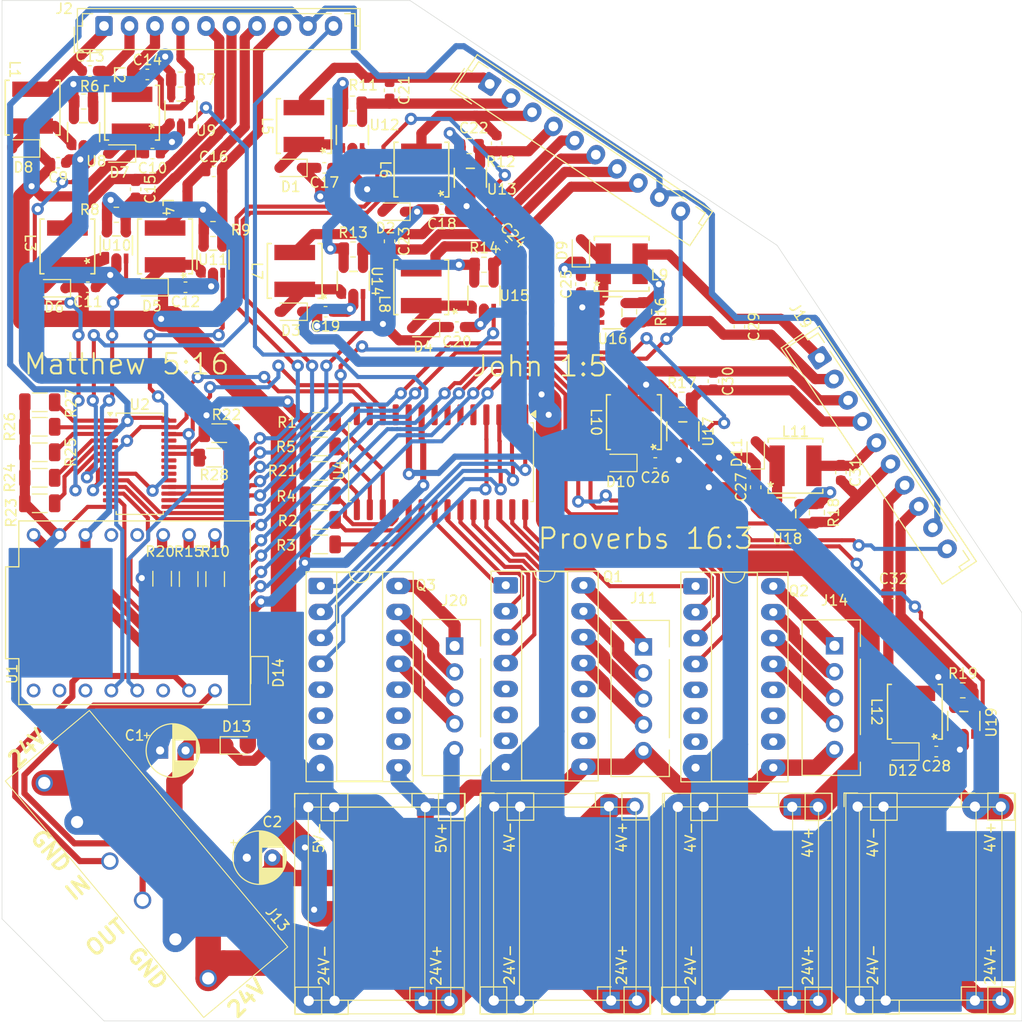
<source format=kicad_pcb>
(kicad_pcb (version 20241229) (generator "pcbnew") (generator_version "9.0")
  (layers (0 "F.Cu" signal) (2 "B.Cu" signal) (13 "F.Paste" user) (15 "B.Paste" user) (5 "F.SilkS" user "F.Silkscreen") (7 "B.SilkS" user "B.Silkscreen") (1 "F.Mask" user) (3 "B.Mask" user) (25 "Edge.Cuts" user))
  (net 0 "")
  (net 1 "5V")
  (net 2 "GND")
  (net 3 "Net-(J2-Pin_2)")
  (net 4 "Net-(J2-Pin_1)")
  (net 5 "Net-(J2-Pin_3)")
  (net 6 "Net-(J2-Pin_4)")
  (net 7 "Net-(J2-Pin_5)")
  (net 8 "Net-(J2-Pin_6)")
  (net 9 "Net-(J2-Pin_8)")
  (net 10 "Net-(J2-Pin_7)")
  (net 11 "4V2")
  (net 12 "Net-(J12-Pin_2)")
  (net 13 "Net-(J12-Pin_1)")
  (net 14 "Net-(J12-Pin_4)")
  (net 15 "Net-(J12-Pin_3)")
  (net 16 "Net-(J12-Pin_5)")
  (net 17 "Net-(J12-Pin_6)")
  (net 18 "Net-(J12-Pin_7)")
  (net 19 "Net-(J12-Pin_8)")
  (net 20 "4V3")
  (net 21 "Net-(J19-Pin_1)")
  (net 22 "Net-(J19-Pin_2)")
  (net 23 "Net-(J19-Pin_3)")
  (net 24 "Net-(J19-Pin_4)")
  (net 25 "Net-(J19-Pin_6)")
  (net 26 "Net-(J19-Pin_5)")
  (net 27 "Net-(J19-Pin_7)")
  (net 28 "Net-(J19-Pin_8)")
  (net 29 "Net-(D1-A)")
  (net 30 "Net-(D2-A)")
  (net 31 "Net-(D3-A)")
  (net 32 "Net-(D4-A)")
  (net 33 "Net-(D5-A)")
  (net 34 "Net-(D6-A)")
  (net 35 "Net-(D7-A)")
  (net 36 "Net-(D8-A)")
  (net 37 "Net-(D9-A)")
  (net 38 "Net-(D10-A)")
  (net 39 "Net-(D11-A)")
  (net 40 "Net-(D12-A)")
  (net 41 "Temp1")
  (net 42 "Net-(J11-Pin_2)")
  (net 43 "Net-(J11-Pin_3)")
  (net 44 "Net-(J11-Pin_4)")
  (net 45 "Net-(J11-Pin_1)")
  (net 46 "Temp2")
  (net 47 "Net-(U1-GPIO21)")
  (net 48 "Net-(U1-GPIO20)")
  (net 49 "Net-(J14-Pin_4)")
  (net 50 "Net-(J14-Pin_3)")
  (net 51 "Net-(J14-Pin_2)")
  (net 52 "Net-(J14-Pin_1)")
  (net 53 "Temp3")
  (net 54 "Net-(J20-Pin_1)")
  (net 55 "Net-(J20-Pin_2)")
  (net 56 "Net-(J20-Pin_3)")
  (net 57 "Net-(J20-Pin_4)")
  (net 58 "S3")
  (net 59 "S4")
  (net 60 "S1")
  (net 64 "S2")
  (net 69 "S8")
  (net 71 "S7")
  (net 72 "S6")
  (net 76 "S5")
  (net 78 "S9")
  (net 79 "S12")
  (net 82 "S11")
  (net 85 "S10")
  (net 88 "Net-(U4-A2)")
  (net 89 "Net-(U4-INTB)")
  (net 90 "Net-(U4-INTA)")
  (net 91 "Net-(U4-~{RESET})")
  (net 92 "Net-(U4-A1)")
  (net 93 "Net-(U4-A0)")
  (net 94 "Net-(U2-A5)")
  (net 95 "Net-(U2-A4)")
  (net 96 "Net-(U2-A3)")
  (net 97 "Net-(U2-A2)")
  (net 98 "Net-(U2-A1)")
  (net 99 "Net-(U2-A0)")
  (net 100 "Net-(U2-~{OE})")
  (net 103 "SDA")
  (net 106 "SCL")
  (net 109 "3.3V")
  (net 110 "LED1B")
  (net 111 "LED1G")
  (net 112 "LED2G")
  (net 113 "LED3G")
  (net 114 "LED2W")
  (net 115 "LED2R")
  (net 116 "LED1W")
  (net 118 "LED3B")
  (net 119 "LED2B")
  (net 120 "LED3W")
  (net 121 "LED3R")
  (net 122 "LED1R")
  (net 133 "24V")
  (net 134 "4V1")
  (net 135 "Net-(D14-K)")
  (footprint "Resistor_SMD:R_0805_2012Metric" (layer "F.Cu") (at 188.149999 59.119424)
    (property "Reference" "R17")
    (property "Value" "0.15ohm" (hide yes))
  )
  (footprint "SDEI054T_330MS:IND_SDEI054T-330MS_CYN" (layer "F.Cu") (at 162.625 36.5716 -90)
    (property "Reference" "L6")
    (property "Value" "SDEI054T-330MS" (hide yes))
  )
  (footprint "TERM BLK 6POS SIDE ENTRY 5MM PCB:CONN_1792902_PXC" (layer "F.Cu") (at 125.644247 96.67911 -50)
    (property "Reference" "J13")
    (property "Value" "1792902")
  )
  (footprint "AL8860WT_7:TSOT25_WT_DIO" (layer "F.Cu") (at 155.94365 47.47635 90)
    (property "Reference" "U14")
    (property "Value" "AL8860WT-7" (hide yes))
  )
  (footprint "Connector_PinSocket_2.54mm:PinSocket_1x02_P2.54mm_Vertical" (layer "F.Cu") (at 190.055 118.025 -90)
    (property "Reference" "J16" (hide yes))
    (property "Value" "24V-")
  )
  (footprint "Connector_PinSocket_2.54mm:PinSocket_1x02_P2.54mm_Vertical" (layer "F.Cu") (at 181.01 98.975 90)
    (property "Reference" "J9" (hide yes))
    (property "Value" "4V+")
  )
  (footprint "SDEI054T_330MS:IND_SDEI054T-330MS_CYN" (layer "F.Cu") (at 137.4875 44.1 -90)
    (property "Reference" "L4")
    (property "Value" "SDEI054T-330MS" (hide yes))
  )
  (footprint "Resistor_SMD:R_1206_3216Metric" (layer "F.Cu") (at 142.3 64.8)
    (property "Reference" "R28")
    (property "Value" "10Kohm" (hide yes))
  )
  (footprint "MountingHole:MountingHole_3.2mm_M3" (layer "F.Cu") (at 125 24)
    (property "Reference" "H3" (hide yes))
    (property "Value" "MountingHole" (hide yes))
  )
  (footprint "Connector_PinSocket_2.54mm:PinSocket_1x02_P2.54mm_Vertical" (layer "F.Cu") (at 169.76 99 90)
    (property "Reference" "J10" (hide yes))
    (property "Value" "4V-")
  )
  (footprint "Capacitor_SMD:C_0603_1608Metric" (layer "F.Cu") (at 159.5 43.6 -90)
    (property "Reference" "C23")
    (property "Value" "1uF")
  )
  (footprint "Connector_PinSocket_2.54mm:PinSocket_1x05_P2.54mm_Vertical" (layer "F.Cu") (at 203.12 83.24)
    (property "Reference" "J14")
    (property "Value" "Conn_01x05_Socket")
  )
  (footprint "Resistor_SMD:R_1206_3216Metric" (layer "F.Cu") (at 137.2 76.6625 -90)
    (property "Reference" "R20")
    (property "Value" "10Kohm" (hide yes))
  )
  (footprint "SDEI054T_330MS:IND_SDEI054T-330MS_CYN" (layer "F.Cu") (at 162.6 48.1 -90)
    (property "Reference" "L8")
    (property "Value" "SDEI054T-330MS" (hide yes))
  )
  (footprint "SDEI054T_330MS:IND_SDEI054T-330MS_CYN" (layer "F.Cu") (at 199.2966 65.6 180)
    (property "Reference" "L11")
    (property "Value" "SDEI054T-330MS" (hide yes))
  )
  (footprint "Package_SO:TSSOP-28_4.4x9.7mm_P0.65mm" (layer "F.Cu") (at 135 65.4)
    (property "Reference" "U2")
    (property "Value" "PCA9685PW")
  )
  (footprint "Capacitor_SMD:C_0603_1608Metric" (layer "F.Cu") (at 191.25 57.3 -90)
    (property "Reference" "C30")
    (property "Value" "1uF")
  )
  (footprint "Package_DIP:CERDIP-16_W7.62mm_SideBrazed_LongPads_Socket" (layer "F.Cu") (at 170.89 77.31)
    (property "Reference" "Q1")
    (property "Value" "ULN2003AN")
  )
  (footprint "Resistor_SMD:R_0805_2012Metric" (layer "F.Cu") (at 201.3966 70.1875 -90)
    (property "Reference" "R18")
    (property "Value" "0.15ohm" (hide yes))
  )
  (footprint "MountingHole:MountingHole_3.2mm_M3" (layer "F.Cu") (at 133 116)
    (property "Reference" "H1" (hide yes))
    (property "Value" "MountingHole" (hide yes))
  )
  (footprint "SDEI054T_330MS:IND_SDEI054T-330MS_CYN" (layer "F.Cu") (at 182.258212 45.8 180)
    (property "Reference" "L9")
    (property "Value" "SDEI054T-330MS" (hide yes))
  )
  (footprint "Diode_SMD:D_SOD-323F" (layer "F.Cu") (at 144.5 93)
    (property "Reference" "D13")
    (property "Value" "D_Schottky" (hide yes))
  )
  (footprint "Capacitor_SMD:C_0603_1608Metric" (layer "F.Cu") (at 185.549999 65.319424 180)
    (property "Reference" "C26")
    (property "Value" "2.2uF")
  )
  (footprint "Connector_PinSocket_2.54mm:PinSocket_1x02_P2.54mm_Vertical" (layer "F.Cu") (at 187.765 99.025 90)
    (property "Reference" "J18" (hide yes))
    (property "Value" "4V-")
  )
  (footprint "AL8860WT_7:TSOT25_WT_DIO" (layer "F.Cu") (at 139.049999 30.77635 90)
    (property "Reference" "U9")
    (property "Value" "AL8860WT-7" (hide yes))
  )
  (footprint "Resistor_SMD:R_0805_2012Metric" (layer "F.Cu") (at 142.1875 42.4)
    (property "Reference" "R9")
    (property "Value" "0.15ohm" (hide yes))
  )
  (footprint "Capacitor_SMD:C_0603_1608Metric" (layer "F.Cu") (at 139.4875 48.1 180)
    (property "Reference" "C12")
    (property "Value" "2.2uF")
  )
  (footprint "Capacitor_SMD:C_0603_1608Metric" (layer "F.Cu") (at 178.258212 47.8 90)
    (property "Reference" "C25")
    (property "Value" "2.2uF")
  )
  (footprint "Capacitor_SMD:C_0603_1608Metric" (layer "F.Cu") (at 166.1034 52 180)
    (property "Reference" "C20")
    (property "Value" "2.2uF")
  )
  (footprint "Capacitor_SMD:C_0603_1608Metric" (layer "F.Cu") (at 213.1 93.6034 180)
    (property "Reference" "C28")
    (property "Value" "2.2uF")
  )
  (footprint "Diode_SMD:D_SOD-323F" (layer "F.Cu") (at 126.6125 48.2 180)
    (property "Reference" "D6")
    (property "Value" "B5819WSL-TP" (hide yes))
  )
  (footprint "Connector_JST:JST_EH_B10B-EH-A_1x10_P2.50mm_Vertical" (layer "F.Cu") (at 131.5 22.5)
    (property "Reference" "J2")
    (property "Value" "1x10")
  )
  (footprint "Connector_PinSocket_2.54mm:PinSocket_1x02_P2.54mm_Vertical" (layer "F.Cu") (at 205.39 99 90)
    (property "Reference" "J24" (hide yes))
    (property "Value" "4V-")
  )
  (footprint "ESP32-C3 Supermini:MODULE_ESP32-C3_SUPERMINI_TH" (layer "F.Cu") (at 134.5 80 90)
    (property "Reference" "U1")
    (property "Value" "ESP32-C3_SUPERMINI_TH")
  )
  (footprint "Resistor_SMD:R_1206_3216Metric" (layer "F.Cu") (at 125.2 59.375 180)
    (property "Reference" "R27")
    (property "Value" "10Kohm" (hide yes))
  )
  (footprint "SDEI054T_330MS:IND_SDEI054T-330MS_CYN" (layer "F.Cu") (at 183.449999 61.319424 -90)
    (property "Reference" "L10")
    (property "Value" "SDEI054T-330MS" (hide yes))
  )
  (footprint "Capacitor_SMD:C_0603_1608Metric" (layer "F.Cu") (at 164.625 40.4716 180)
    (property "Reference" "C18")
    (property "Value" "2.2uF")
  )
  (footprint "Resistor_SMD:R_1206_3216Metric" (layer "F.Cu") (at 152.7 63.7 180)
    (property "Reference" "R5")
    (property "Value" "10Kohm" (hide yes))
  )
  (footprint "Connector_PinSocket_2.54mm:PinSocket_1x02_P2.54mm_Vertical" (layer "F.Cu") (at 163.03 99.05 90)
    (property "Reference" "J5" (hide yes))
    (property "Value" "5V+")
  )
  (footprint "SDEI054T_330MS:IND_SDEI054T-330MS_CYN" (layer "F.Cu") (at 127.9125 44.1 -90)
    (property "Reference" "L3")
    (property "Value" "SDEI054T-330MS" (hide yes))
  )
  (footprint "Capacitor_SMD:C_0603_1608Metric" (layer "F.Cu") (at 159.5 28.8 -90)
    (property "Reference" "C21")
    (property "Value" "1uF")
  )
  (footprint "Resistor_SMD:R_1206_3216Metric" (layer "F.Cu") (at 139.8 76.7 -90)
    (property "Reference" "R15")
    (property "Value" "10Kohm" (hide yes))
  )
  (footprint "Capacitor_SMD:C_0603_1608Metric" (layer "F.Cu") (at 170 34 -90)
    (property "Reference" "C22")
    (property "Value" "1uF")
  )
  (footprint "Resistor_SMD:R_1206_3216Metric" (layer "F.Cu") (at 125.2 66.775 180)
    (property "Reference" "R24")
    (property "Value" "10Kohm" (hide yes))
  )
  (footprint "Connector_JST:JST_EH_B10B-EH-A_1x10_P2.50mm_Vertical" (layer "F.Cu") (at 169.319381 28.179294 -33.691)
    (property "Reference" "J12" (hide yes))
    (property "Value" "1x10")
  )
  (footprint "AL8860WT_7:TSOT25_WT_DIO" (layer "F.Cu") (at 198.3966 70.3)
    (property "Reference" "U18")
    (property "Value" "AL8860WT-7" (hide yes))
  )
  (footprint "Diode_SMD:D_SOD-323F" (layer "F.Cu") (at 149.8034 36.4034 180)
    (property "Reference" "D1")
    (property "Value" "B5819WSL-TP" (hide yes))
  )
  (footprint "Connector_PinSocket_2.54mm:PinSocket_1x02_P2.54mm_Vertical" (layer "F.Cu") (at 198.975 118.025 90)
    (property "Reference" "J15" (hide yes))
    (property "Value" "24V+")
  )
  (footprint "MountingHole:MountingHole_3.2mm_M3" (layer "F.Cu") (at 195 47)
    (property "Reference" "H5" (hide yes))
    (property "Value" "MountingHole" (hide yes))
  )
  (footprint "Diode_SMD:D_SOD-323F" (layer "F.Cu") (at 162.8034 52.1 180)
    (property "Reference" "D4")
    (property "Value" "B5819WSL-TP" (hide yes))
  )
  (footprint "Resistor_SMD:R_0805_2012Metric" (layer "F.Cu") (at 168.753399 45.9)
    (property "Reference" "R14")
    (property "Value" "0.15ohm" (hide yes))
  )
  (footprint "Resistor_SMD:R_1206_3216Metric" (layer "F.Cu") (at 142.4 76.7 -90)
    (property "Reference" "R10")
    (property "Value" "10Kohm" (hide yes))
  )
  (footprint "Capacitor_SMD:C_0603_1608Metric" (layer "F.Cu") (at 153.1034 36.4034 180)
    (property "Reference" "C17")
    (property "Value" "2.2uF")
  )
  (footprint "Resistor_SMD:R_1206_3216Metric" (layer "F.Cu") (at 142.8 62.4)
    (property "Reference" "R22")
    (property "Value" "10Kohm" (hide yes))
  )
  (footprint "Resistor_SMD:R_1206_3216Metric" (layer "F.Cu") (at 125.2 69.275 180)
    (property "Reference" "R23")
    (property "Value" "10Kohm" (hide yes))
  )
  (footprint "Capacitor_SMD:C_0603_1608Metric" (layer "F.Cu") (at 129.9125 48.1 180)
    (property "Reference" "C11")
    (property "Value" "2.2uF")
  )
  (footprint "AL8860WT_7:TSOT25_WT_DIO" (layer "F.Cu") (at 167.4216 37.3716 90)
    (property "Reference" "U13")
    (property "Value" "AL8860WT-7" (hide yes))
  )
  (footprint "MountingHole:MountingHole_3.2mm_M3" (layer "F.Cu") (at 125.5 107)
    (property "Reference" "H7" (hide yes))
    (property "Value" "MountingHole" (hide yes))
  )
  (footprint "Capacitor_THT:CP_Radial_D5.0mm_P2.50mm" (layer "F.Cu") (at 145.5 104)
    (property "Reference" "C2")
    (property "Value" "100uf")
  )
  (footprint "Resistor_SMD:R_1206_3216Metric" (layer "F.Cu") (at 125.2 64.275 180)
    (property "Reference" "R25")
    (property "Value" "10Kohm" (hide yes))
  )
  (footprint "Capacitor_THT:CP_Radial_D5.0mm_P2.50mm" (layer "F.Cu") (at 137 93.5)
    (property "Reference" "C1")
    (property "Value" "10uf")
  )
  (footprint "Package_DIP:CERDIP-16_W7.62mm_SideBrazed_LongPads_Socket" (layer "F.Cu") (at 152.755844 77.38)
    (property "Reference" "Q3")
    (property "Value" "ULN2003AN")
  )
  (footprint "Connector_JST:JST_EH_B10B-EH-A_1x10_P2.50mm_Vertical" (layer "F.Cu") (at 201.679294 55.019381 -56.308)
    (property "Reference" "J19")
    (property "Value" "1x10")
  )
  (footprint "Capacitor_SMD:C_0603_1608Metric" (layer "F.Cu") (at 127 35.9 180)
    (property "Reference" "C9")
    (property "Value" "2.2uF")
  )
  (footprint "Connector_PinSocket_2.54mm:PinSocket_1x02_P2.54mm_Vertical" (layer "F.Cu") (at 151.53 99.05 90)
    (property "Reference" "J6" (hide yes))
    (property "Value" "5V-")
  )
  (footprint "AL8860WT_7:TSOT25_WT_DIO" (layer "F.Cu") (at 142.1875 45.4 90)
    (property "Reference" "U11")
    (property "Value" "AL8860WT-7" (hide yes))
  )
  (footprint "AL8860WT_7:TSOT25_WT_DIO" (layer "F.Cu") (at 155.853399 33.17975 90)
    (property "Reference" "U12")
    (property "Value" "AL8860WT-7" (hide yes))
  )
  (footprint "Resistor_SMD:R_0805_2012Metric" (layer "F.Cu") (at 139 27.75)
    (property "Reference" "R7")
    (property "Value" "0.15ohm" (hide yes))
  )
  (footprint "Connector_PinSocket_2.54mm:PinSocket_1x02_P2.54mm_Vertical" (layer "F.Cu") (at 172.26 118 -90)
    (property "Reference" "J8" (hide yes))
    (property "Value" "24V-")
  )
  (footprint "Diode_SMD:D_SOD-323F" (layer "F.Cu") (at 149.82 50.5 180)
    (property "Reference" "D3")
    (property "Value" "B5819WSL-TP" (hide yes))
  )
  (footprint "Resistor_SMD:R_1206_3216Metric" (layer "F.Cu") (at 152.7 61.3 180)
    (property "Reference" "R1")
    (property "Value" "10Kohm" (hide yes))
  )
  (footprint "Diode_SMD:D_SOD-323F" (layer "F.Cu") (at 182.149999 65.319424 180)
    (property "Reference" "D10")
    (property "Value" "B5819WSL-TP" (hide yes))
  )
  (footprint "MountingHole:MountingHole_3.2mm_M3" (layer "F.Cu") (at 160.5 23.5)
    (property "Reference" "H6" (hide yes))
    (property "Value" "MountingHole" (hide yes))
  )
  (footprint "AL8860WT_7:TSOT25_WT_DIO" (layer "F.Cu") (at 168.753399 48.92365 90)
    (property "Reference" "U15")
    (property "Value" "AL8860WT-7" (hide yes))
  )
  (footprint "SDEI054T_330MS:IND_SDEI054T-330MS_CYN" (layer "F.Cu") (at 150.2 46.5 -90)
    (property "Reference" "L7")
    (property "Value" "SDEI054T-330MS" (hide yes))
  )
  (footprint "Connector_PinSocket_2.54mm:PinSocket_1x02_P2.54mm_Vertical" (layer "F.Cu") (at 162.82 118.05 90)
    (property "Reference" "J3" (hide yes))
    (property "Value" "24V+")
  )
  (footprint "Capacitor_SMD:C_0603_1608Metric" (layer "F.Cu") (at 208.92 78.1)
    (property "Reference" "C32")
    (property "Value" "1uF")
  )
  (footprint "Diode_SMD:D_SOD-323F" (layer "F.Cu") (at 178.258212 44.5 90)
    (property "Reference" "D9")
    (property "Value" "B5819WSL-TP" (hide yes))
  )
  (footprint "Resistor_SMD:R_1206_3216Metric" (layer "F.Cu") (at 152.7 68.5 180)
    (property "Reference" "R4")
    (property "Value" "10Kohm" (hide yes))
  )
  (footprint "Capacitor_SMD:C_0603_1608Metric" (layer "F.Cu") (at 195.3966 67.7 90)
    (property "Reference" "C27")
    (property "Value" "2.2uF")
  )
  (footprint "Diode_SMD:D_SOD-323F" (layer "F.Cu") (at 159.9 40.7 180)
    (property "Reference" "D2")
    (property "Value" "B5819WSL-TP" (hide yes))
  )
  (footprint "Diode_SMD:D_SOD-323F" (layer "F.Cu") (at 123.6 34.5 180)
    (property "Reference" "D8")
    (property "Value" "B5819WSL-TP" (hide yes))
  )
  (footprint "Connector_PinSocket_2.54mm:PinSocket_1x02_P2.54mm_Vertical" (layer "F.Cu") (at 208.14 118 -90)
    (property "Reference" "J22" (hide yes))
    (property "Value" "24V-")
  )
  (footprint "SDEI054T_330MS:IND_SDEI054T-330MS_CYN" (layer "F.Cu") (at 151.1 32.3034 -90)
    (property "Reference" "L5")
    (property "Value" "SDEI054T-330MS" (hide yes))
  )
  (footprint "Capacitor_SMD:C_0603_1608Metric" (layer "F.Cu") (at 203.75 66.25 -90)
    (property "Reference" "C31")
    (property "Value" "1uF")
  )
  (footprint "Diode_SMD:D_SOD-323F" (layer "F.Cu") (at 195.3966 64.3 90)
    (property "Reference" "D11")
    (property "Value" "B5819WSL-TP" (hide yes))
  )
  (footprint "Capacitor_SMD:C_0603_1608Metric" (layer "F.Cu") (at 136.25 35 180)
    (property "Reference" "C10")
    (property "Value" "2.2uF")
  )
  (footprint "Resistor_SMD:R_0805_2012Metric" (layer "F.Cu") (at 155.853399 30.1034)
    (property "Reference" "R11")
    (property "Value" "0.15ohm" (hide yes))
  )
  (footprint "Capacitor_SMD:C_0603_1608Metric" (layer "F.Cu") (at 153.22 50.5 180)
    (property "Reference" "C19")
    (property "Value" "2.2uF")
  )
  (footprint "Connector_PinSocket_2.54mm:PinSocket_1x05_P2.54mm_Vertical" (layer "F.Cu") (at 184.39 83.35)
    (property "Reference" "J11")
    (property "Value" "Conn_01x05_Socket")
  )
  (footprint "Resistor_SMD:R_0805_2012Metric" (layer "F.Cu") (at 155.92 44.4)
    (property "Reference" "R13")
    (property "Value" "0.15ohm" (hide yes))
  )
  (footprint "Resistor_SMD:R_0805_2012Metric" (layer "F.Cu") (at 167.3159 34.2716)
    (property "Reference" "R12")
    (property "Value" "0.15ohm" (hide yes))
  )
  (footprint "Resistor_SMD:R_1206_3216Metric" (layer "F.Cu") (at 125.2 61.775 180)
    (property "Reference" "R26")
    (property "Value" "10Kohm" (hide yes))
  )
  (footprint "AL8860WT_7:TSOT25_WT_DIO" (layer "F.Cu") (at 181.358212 50.6)
    (property "Reference" "U16")
    (property "Value" "AL8860WT-7" (hide yes))
  )
  (footprint "Connector_PinSocket_2.54mm:PinSocket_1x02_P2.54mm_Vertical" (layer "F.Cu") (at 216.89 99 90)
    (property "Reference" "J23" (hide yes))
    (property "Value" "4V+")
  )
  (footprint "Resistor_SMD:R_1206_3216Metric" (layer "F.Cu") (at 152.7 73.3 180)
    (property "Reference" "R3")
    (property "Value" "10Kohm" (hide yes))
  )
  (footprint "Connector_PinSocket_2.54mm:PinSocket_1x02_P2.54mm_Vertical" (layer "F.Cu") (at 198.975 99.025 90)
    (property "Reference" "J17" (hide yes))
    (property "Value" "4V+")
  )
  (footprint "Capacitor_SMD:C_0603_1608Metric" (layer "F.Cu") (at 193.8 51.975 -90)
    (property "Reference" "C29")
    (property "Value" "1uF")
  )
  (footprint "Resistor_SMD:R_0805_2012Metric" (layer "F.Cu") (at 215.7 87.6034)
    (property "Reference" "R19")
    (property "Value" "0.15ohm" (hide yes))
  )
  (footprint "Connector_PinSocket_2.54mm:PinSocket_1x02_P2.54mm_Vertical" (layer "F.Cu") (at 154.11 118.025 -90)
    (property "Reference" "J4" (hide yes))
    (property "Value" "24V-")
  )
  (footprint "AL8860WT_7:TSOT25_WT_DIO" (layer "F.Cu") (at 188.249999 62.219424 90)
    (property "Reference" "U17")
    (property "Value" "AL8860WT-7" (hide yes))
  )
  (footprint "Diode_SMD:D_SOD-323F" (layer "F.Cu") (at 133 35 180)
    (property "Reference" "D7")
    (property "Value" "B5819WSL-TP" (hide yes))
  )
  (footprint "MountingHole:MountingHole_3.2mm_M3" (layer "F.Cu") (at 143.4 98.2)
    (property "Reference" "H2" (hide yes))
    (property "Value" "MountingHole" (hide yes))
  )
  (footprint "AL8860WT_7:TSOT25_WT_DIO" (layer "F.Cu") (at 215.8 90.6034 90)
    (property "Reference" "U19")
    (property "Value" "AL8860WT-7" (hide yes))
  )
  (footprint "Resistor_SMD:R_1206_3216Metric" (layer "F.Cu") (at 152.7 66.1 180)
    (property "Reference" "R21")
    (property "Value" "10Kohm" (hide yes))
  )
  (footprint "Connector_PinSocket_2.54mm:PinSocket_1x02_P2.54mm_Vertical" (layer "F.Cu") (at 181.22 118 90)
    (property "Reference" "J7" (hide yes))
    (property "Value" "24V+")
  )
  (footprint "AL8860WT_7:TSOT25_WT_DIO" (layer "F.Cu") (at 132.7125 44 90)
    (property "Reference" "U10")
    (property "Value" "AL8860WT-7" (hide yes))
  )
  (footprint "Diode_SMD:D_SOD-323F" (layer "F.Cu") (at 136.1875 48.1 180)
    (property "Reference" "D5")
    (property "Value" "B5819WSL-TP" (hide yes))
  )
  (footprint "Resistor_SMD:R_0805_2012Metric" (layer "F.Cu") (at 132.7125 41)
    (property "Reference" "R8")
    (property "Value" "0.15ohm" (hide yes))
  )
  (footprint "Package_SO:SOIC-28W_7.5x17.9mm_P1.27mm" (layer "F.Cu") (at 164.545 65.25 -90)
    (property "Reference" "U4")
    (property "Value" "MCP23017_SO" (hide yes))
  )
  (footprint "Capacitor_SMD:C_0603_1608Metric" (layer "F.Cu") (at 135.75 27.25)
    (property "Reference" "C14")
    (property "Value" "1uF")
  )
  (footprint "Capacitor_SMD:C_0603_1608Metric" (layer "F.Cu") (at 170.6 44 -45)
    (property "Reference" "C24")
    (property "Value" "1uF")
  )
  (footprint "AL8860WT_7:TSOT25_WT_DIO" (layer "F.Cu") (at 129.5 32.9 90)
    (property "Reference" "U8")
    (property "Value" "AL8860WT-7" (hide yes))
  )
  (footprint "Capacitor_SMD:C_0603_1608Metric" (layer "F.Cu") (at 130.12 26.9)
    (property "Reference" "C13")
    (property "Value" "1uF")
  )
  (footprint "Capacitor_SMD:C_0603_1608Metric" (layer "F.Cu") (at 134.6 38.5 -90)
    (property "Reference" "C15")
    (property "Value" "1uF")
  )
  (footprint "Connector_PinSocket_2.54mm:PinSocket_1x02_P2.54mm_Vertical" (layer "F.Cu") (at 216.89 118 90)
    (property "Reference" "J21" (hide yes))
    (property "Value" "24V+")
  )
  (footprint "Capacitor_SMD:C_0603_1608Metric" (layer "F.Cu") (at 142.25 36.75)
    (property "Reference" "C16")
    (property "Value" "1uF")
  )
  (footprint "Resistor_SMD:R_0805_2012Metric" (layer "F.Cu") (at 129.5 29.9)
    (property "Reference" "R6")
    (property "Value" "0.15ohm" (hide yes))
  )
  (footprint "Connector_PinSocket_2.54mm:PinSocket_1x05_P2.54mm_Vertical" (layer "F.Cu") (at 165.875844 83.2625)
    (property "Reference" "J20")
    (property "Value" "Conn_01x05_Socket")
  )
  (footprint "Resistor_SMD:R_0805_2012Metric" (layer "F.Cu") (at 184.458212 50.5 -90)
    (property "Reference" "R16")
    (property "Value" "0.15ohm" (hide yes))
  )
  (footprint "Diode_SMD:D_SOD-323F" (layer "F.Cu") (at 209.8 93.6034 180)
    (property "Reference" "D12")
    (property "Value" "B5819WSL-TP" (hide yes))
  )
  (footprint "SDEI054T_330MS:IND_SDEI054T-330MS_CYN" (layer "F.Cu") (at 124.5 30.5 -90)
    (property "Reference" "L1")
    (property "Value" "SDEI054T-330MS" (hide yes))
  )
  (footprint "Diode_SMD:D_SOD-323F" (layer "F.Cu") (at 146.75 85.9 -90)
    (property "Reference" "D14")
    (property "Value" "D_Schottky")
  )
  (footprint "SDEI054T_330MS:IND_SDEI054T-330MS_CYN" (layer "F.Cu") (at 134.25 31 -90)
    (property "Reference" "L2")
    (property "Value" "SDEI054T-330MS" (hide yes))
  )
  (footprint "Resistor_SMD:R_1206_3216Metric" (layer "F.Cu") (at 152.7 70.9 180)
    (property "Reference" "R2")
    (property "Value" "10Kohm" (hide yes))
  )
  (footprint "SDEI054T_330MS:IND_SDEI054T-330MS_CYN" (layer "F.Cu") (at 211 89.7034 -90)
    (property "Reference" "L12")
    (property "Value" "SDEI054T-330MS" (hide yes))
  )
  (footprint "Package_DIP:CERDIP-16_W7.62mm_SideBrazed_LongPads_Socket" (layer "F.Cu") (at 189.5 77.4)
    (property "Reference" "Q2")
    (property "Value" "ULN2003AN")
  )
  (footprint "MountingHole:MountingHole_3.2mm_M3" (layer "F.Cu") (at 217.5 80.5)
    (property "Reference" "H4" (hide yes))
    (property "Value" "MountingHole" (hide yes))
  )
  (gr_poly (pts (xy 131.9 44.735221) (xy 131.9 45.7) (xy 129.7 46.535221) (xy 129.7 45.335221) (xy 131.4 44.735221)) (stroke (width 0.2)) (fill yes) (layer "F.Cu") (net 34))
  (gr_poly (pts (xy 143.75 89.5) (xy 143.75 86) (xy 135 86) (xy 135 75) (xy 136.25 73.75) (xy 143.75 73.75) (xy 143.75 80) (xy 151 80) (xy 151 95.25) (xy 146.25 91.25)) (stroke (width 0.2)) (fill yes) (layer "B.Cu") (net 2))
  (gr_poly (pts (xy 154 111.5) (xy 150 110.5) (xy 150 105.5) (xy 145.5 105.5) (xy 142 109.5) (xy 149.5 116)) (stroke (width 0.2)) (fill yes) (layer "B.Cu") (net 2))
  (gr_poly (pts (xy 180 54) (xy 180 48.5) (xy 177 48.5) (xy 177 54)) (stroke (width 0.2)) (fill yes) (layer "B.Cu") (net 2))
  (gr_poly (pts (xy 194.1 98.8) (xy 197.8 102.1) (xy 194.2 102)) (stroke (width 0.2)) (fill yes) (layer "B.Cu") (net 2))
  (gr_poly (pts (xy 214 93.5) (xy 214 101.5) (xy 220.75 101.5) (xy 220.75 116) (xy 215.5 116) (xy 215.5 119) (xy 208.5 119) (xy 209 118) (xy 208.5 117) (xy 205 117) (xy 202 114) (xy 202 106) (xy 208.5 100) (xy 209 98)) (stroke (width 0.2)) (fill yes) (layer "B.Cu") (net 2))
  (gr_poly (pts (xy 201.6 103) (xy 190.4 102.2) (xy 175.5 101.5) (xy 175.2 115.3) (xy 185.6 115.6) (xy 188.4 117.2) (xy 190.4 117) (xy 201.9 115.3)) (stroke (width 0.2)) (fill yes) (layer "B.Cu") (net 2))
  (gr_poly (pts (xy 203.5 100) (xy 203.5 95.5) (xy 205.5 95.5) (xy 205.5 82) (xy 216 92) (xy 216 97) (xy 213.5 100)) (stroke (width 0.2)) (fill yes) (layer "B.Cu") (net 2))
  (gr_poly (pts (xy 132.25 73.75) (xy 122.25 73.75) (xy 122.25 86.25) (xy 132.25 86.25)) (stroke (width 0.2)) (fill yes) (layer "B.Cu") (net 2))
  (gr_poly (pts (xy 147.9 94) (xy 147.9 99.6) (xy 151.6 97.8) (xy 151.6 97.1)) (stroke (width 0.2)) (fill yes) (layer "B.Cu") (net 2))
  (gr_poly (pts (xy 174.6 93.8) (xy 172.4 95.8) (xy 170.5 96.3) (xy 170.6 98) (xy 172.6 98.1) (xy 174.4 99.7)) (stroke (width 0.2)) (fill yes) (layer "B.Cu") (net 2))
  (gr_poly (pts (xy 192.5 95) (xy 191 96) (xy 191.2 99.4) (xy 192.7 100.3) (xy 192.7 99.5)) (stroke (width 0.2)) (fill yes) (layer "B.Cu") (net 2))
  (gr_poly (pts (xy 144.5 105) (xy 135 95) (xy 130.5 99.5) (xy 140 110)) (stroke (width 0.2)) (fill yes) (layer "B.Cu") (net 2))
  (gr_poly (pts (xy 193 75.5) (xy 176 75.5) (xy 176 70.5) (xy 182 70.5) (xy 182 67) (xy 176 67) (xy 174 63) (xy 177 62) (xy 177 54) (xy 180 54) (xy 180 56.5) (xy 193 70.5)) (stroke (width 0.2)) (fill yes) (layer "B.Cu") (net 2))
  (gr_poly (pts (xy 124.25 89.5) (xy 147 89.5) (xy 147 92.25) (xy 138 92.25) (xy 137.75 93) (xy 127 92.25)) (stroke (width 0.2)) (fill yes) (layer "B.Cu") (net 2))
  (gr_poly (pts (xy 135.5 92.5) (xy 127 92.5) (xy 128.5 99.5)) (stroke (width 0.2)) (fill yes) (layer "B.Cu") (net 2))
  (gr_poly (pts (xy 169.9 99.8) (xy 172.4 100) (xy 174.3 101.6) (xy 174.3 115.7) (xy 171.7 117.3) (xy 169 116.9) (xy 166.7 115.6) (xy 155.7 116) (xy 154.11 117.2) (xy 151.5 117.2) (xy 149.6 115.2) (xy 154 110.2) (xy 154 102.4) (xy 151.8 100.1) (xy 158 100.1) (xy 160.8 101.8) (xy 167.2 101.8)) (stroke (width 0.2)) (fill yes) (layer "B.Cu") (net 2))
  (gr_rect (start 187.585 99.025) (end 201.555 117.948) (stroke (width 0.1)) (fill no) (layer "F.SilkS"))
  (gr_rect (start 204.2365 97.705) (end 220.8735 119.295) (stroke (width 0.1)) (fill no) (layer "F.SilkS"))
  (gr_rect (start 208.11 99.0385) (end 217 117.9615) (stroke (width 0.1)) (fill no) (layer "F.SilkS"))
  (gr_rect (start 186.2515 97.6915) (end 202.8885 119.2815) (stroke (width 0.1)) (fill no) (layer "F.SilkS"))
  (gr_rect (start 150.1965 97.7165) (end 166.8335 119.3065) (stroke (width 0.1)) (fill no) (layer "F.SilkS"))
  (gr_rect (start 168.363 97.7165) (end 185 119.3065) (stroke (width 0.1)) (fill no) (layer "F.SilkS"))
  (gr_rect (start 205.57 99.0385) (end 219.54 117.9615) (stroke (width 0.1)) (fill no) (layer "F.SilkS"))
  (gr_rect (start 154.07 99.05) (end 162.96 117.973) (stroke (width 0.1)) (fill no) (layer "F.SilkS"))
  (gr_rect (start 169.6965 99.05) (end 183.6665 117.973) (stroke (width 0.1)) (fill no) (layer "F.SilkS"))
  (gr_rect (start 151.53 99.05) (end 165.5 117.973) (stroke (width 0.1)) (fill no) (layer "F.SilkS"))
  (gr_rect (start 190.125 99.025) (end 199.015 117.948) (stroke (width 0.1)) (fill no) (layer "F.SilkS"))
  (gr_rect (start 172.2365 99.05) (end 181.1265 117.973) (stroke (width 0.1)) (fill no) (layer "F.SilkS"))
  (gr_line (start 197.5 44) (end 161.5 20) (stroke (width 0.05)) (layer "Edge.Cuts"))
  (gr_line (start 172 120) (end 131.5 120) (stroke (width 0.05)) (layer "Edge.Cuts"))
  (gr_line (start 121.5 69.5) (end 121.5 110) (stroke (width 0.05)) (layer "Edge.Cuts"))
  (gr_line (start 197.5 44) (end 221.5 80) (stroke (width 0.05)) (layer "Edge.Cuts"))
  (gr_line (start 121.5 20) (end 121.5 69.5) (stroke (width 0.05)) (layer "Edge.Cuts"))
  (gr_line (start 121.5 110) (end 131.5 120) (stroke (width 0.05)) (layer "Edge.Cuts"))
  (gr_line (start 221.5 120) (end 172 120) (stroke (width 0.05)) (layer "Edge.Cuts"))
  (gr_line (start 121.5 20) (end 161.5 20) (stroke (width 0.05)) (layer "Edge.Cuts"))
  (gr_line (start 221.5 120) (end 221.5 80) (stroke (width 0.05)) (layer "Edge.Cuts"))
  (gr_text "GND" (at 124 102 310) (layer "F.SilkS") (effects (font (size 1.5 1.5) (thickness 0.3) (bold yes)) (justify left bottom)))
  (gr_text "24V" (at 144.5 120 45) (layer "F.SilkS") (effects (font (size 1.5 1.5) (thickness 0.3) (bold yes)) (justify left bottom)))
  (gr_text "IN" (at 128.5 108.5 40) (layer "F.SilkS") (effects (font (size 1.5 1.5) (thickness 0.3) (bold yes)) (justify left bottom)))
  (gr_text "Matthew 5:16" (at 123.5 56.8 0) (layer "F.SilkS") (effects (font (size 2 2) (thickness 0.2) (bold yes)) (justify left bottom)))
  (gr_text "OUT" (at 130.5 114 40) (layer "F.SilkS") (effects (font (size 1.5 1.5) (thickness 0.3) (bold yes)) (justify left bottom)))
  (gr_text "24V" (at 123 95.5 45) (layer "F.SilkS") (effects (font (size 1.5 1.5) (thickness 0.3) (bold yes)) (justify left bottom)))
  (gr_text "Proverbs 16:3" (at 173.9 73.9 0) (layer "F.SilkS") (effects (font (size 2 2) (thickness 0.2) (bold yes)) (justify left bottom)))
  (gr_text "GND" (at 133.5 113.5 310) (layer "F.SilkS") (effects (font (size 1.5 1.5) (thickness 0.3) (bold yes)) (justify left bottom)))
  (gr_text "John 1:5" (at 167.5 57 0) (layer "F.SilkS") (effects (font (size 2 2) (thickness 0.2) (bold yes)) (justify left bottom)))
  (segment (start 147.101 88.701) (end 147.101 93.621735) (width 1) (layer "F.Cu") (net 1))
  (segment (start 150 106) (end 148 104) (width 1.6) (layer "F.Cu") (net 1))
  (segment (start 146.75 88.35) (end 146.75 87) (width 1) (layer "F.Cu") (net 1))
  (segment (start 187.861 96.981) (end 184.39 93.51) (width 1.6) (layer "F.Cu") (net 1))
  (segment (start 139.5 93.5) (end 139.5 95.4) (width 1.6) (layer "F.Cu") (net 1))
  (segment (start 182.81 95.09) (end 184.39 93.51) (width 1.6) (layer "F.Cu") (net 1))
  (segment (start 140 93) (end 139.5 93.5) (width 1.6) (layer "F.Cu") (net 1))
  (segment (start 165.57 99.05) (end 167.471 97.149) (width 1.6) (layer "F.Cu") (net 1))
  (segment (start 146.802 106.3) (end 148 105.102) (width 1.6) (layer "F.Cu") (net 1))
  (segment (start 163.03 99.05) (end 163.03 104.07) (width 1.6) (layer "F.Cu") (net 1))
  (segment (start 176.451 97.149) (end 178.51 95.09) (width 1.6) (layer "F.Cu") (net 1))
  (segment (start 201.34 95.18) (end 203.12 93.4) (width 1.6) (layer "F.Cu") (net 1))
  (segment (start 139.5 95.4) (end 138.4 96.5) (width 1.6) (layer "F.Cu") (net 1))
  (segment (start 167.471 97.149) (end 176.451 97.149) (width 1.6) (layer "F.Cu") (net 1))
  (segment (start 147.101 93.621735) (end 146.221735 94.501) (width 1) (layer "F.Cu") (net 1))
  (segment (start 138.4 100.6) (end 144.1 106.3) (width 1.6) (layer "F.Cu") (net 1))
  (segment (start 144.901 94.501) (end 143.4 93) (width 1) (layer "F.Cu") (net 1))
  (segment (start 161.1 106) (end 150 106) (width 1.6) (layer "F.Cu") (net 1))
  (segment (start 197.12 95.18) (end 195.319 96.981) (width 1.6) (layer "F.Cu") (net 1))
  (segment (start 148 105.102) (end 148 104) (width 1.6) (layer "F.Cu") (net 1))
  (segment (start 147.101 88.701) (end 146.75 88.35) (width 1) (layer "F.Cu") (net 1))
  (segment (start 195.319 96.981) (end 187.861 96.981) (width 1.6) (layer "F.Cu") (net 1))
  (segment (start 178.51 95.09) (end 182.81 95.09) (width 1.6) (layer "F.Cu") (net 1))
  (segment (start 144.1 106.3) (end 146.802 106.3) (width 1.6) (layer "F.Cu") (net 1))
  (segment (start 197.12 95.18) (end 201.34 95.18) (width 1.6) (layer "F.Cu") (net 1))
  (segment (start 143.4 93) (end 140 93) (width 1.6) (layer "F.Cu") (net 1))
  (segment (start 163.03 104.07) (end 161.1 106) (width 1.6) (layer "F.Cu") (net 1))
  (segment (start 146.221735 94.501) (end 144.901 94.501) (width 1) (layer "F.Cu") (net 1))
  (segment (start 138.4 96.5) (end 138.4 100.6) (width 1.6) (layer "F.Cu") (net 1))
  (segment (start 165.57 99.05) (end 163.03 99.05) (width 1.6) (layer "B.Cu") (net 1))
  (segment (start 165.57 99.05) (end 165.57 93.728344) (width 1.6) (layer "B.Cu") (net 1))
  (segment (start 160.375844 95.16) (end 160.375844 96.395844) (width 1.6) (layer "B.Cu") (net 1))
  (segment (start 160.375844 96.395844) (end 163.03 99.05) (width 1.6) (layer "B.Cu") (net 1))
  (segment (start 165.57 93.728344) (end 165.875844 93.4225) (width 1.6) (layer "B.Cu") (net 1))
  (segment (start 123.7375 61.775) (end 123.7375 59.375) (width 1) (layer "F.Cu") (net 2))
  (segment (start 139.049999 32.975001) (end 138.1625 33.8625) (width 0.8) (layer "F.Cu") (net 2))
  (segment (start 123.7375 66.775) (end 123.7375 64.275) (width 1) (layer "F.Cu") (net 2))
  (segment (start 187.583198 65.319424) (end 187.864898 65.037723) (width 1) (layer "F.Cu") (net 2))
  (segment (start 188.249999 64.652623) (end 188.249999 63.495774) (width 1) (layer "F.Cu") (net 2))
  (segment (start 128.0987 35.5763) (end 127.775 35.9) (width 1) (layer "F.Cu") (net 2))
  (segment (start 186.324999 65.319424) (end 187.583198 65.319424) (width 1) (layer "F.Cu") (net 2))
  (segment (start 138.1625 33.8625) (end 137.025 35) (width 0.8) (layer "F.Cu") (net 2))
  (segment (start 141.920699 48.1) (end 140.2625 48.1) (width 1) (layer "F.Cu") (net 2))
  (segment (start 187.864898 65.037723) (end 188.249999 64.652623) (width 1) (layer "F.Cu") (net 2))
  (segment (start 145.6 91.2) (end 144.8 90.4) (width 1.6) (layer "F.Cu") (net 2))
  (segment (start 161.4 66.4) (end 161.4 62.46) (width 0.6) (layer "F.Cu") (net 2))
  (segment (start 149.5 59.5625) (end 151.2375 61.3) (width 1) (layer "F.Cu") (net 2))
  (segment (start 161.4 62.46) (end 161.37 62.43) (width 0.6) (layer "F.Cu") (net 2))
  (segment (start 155.853399 35.346601) (end 155.853399 34.4561) (width 1) (layer "F.Cu") (net 2))
  (segment (start 142.1875 46.67635) (end 142.1875 47.833199) (width 1) (layer "F.Cu") (net 2))
  (segment (start 168.753399 50.2) (end 168.753399 51.356849) (width 1) (layer "F.Cu") (net 2))
  (segment (start 139.8 78.1625) (end 137.2375 78.1625) (width 1) (layer "F.Cu") (net 2))
  (segment (start 127.14 72.38) (end 126.8425 72.38) (width 1) (layer "F.Cu") (net 2))
  (segment (start 141.55 60.65) (end 142.5125 60.65) (width 1) (layer "F.Cu") (net 2))
  (segment (start 168.753399 51.356849) (end 168.405124 51.705124) (width 1) (layer "F.Cu") (net 2))
  (segment (start 161.37 62.43) (end 161.37 60.6) (width 0.6) (layer "F.Cu") (net 2))
  (segment (start 132.1375 69.625) (end 129.895 69.625) (width 0.4) (layer "F.Cu") (net 2))
  (segment (start 138.4 90.4) (end 137 91.8) (width 1.6) (layer "F.Cu") (net 2))
  (segment (start 129.5 34.17635) (end 129.5 35.2526) (width 1) (layer "F.Cu") (net 2))
  (segment (start 167.4216 39.7784) (end 167.4216 38.64795) (width 1) (layer "F.Cu") (net 2))
  (segment (start 142.5125 60.65) (end 144.2625 62.4) (width 1) (layer "F.Cu") (net 2))
  (segment (start 155.94365 49.909549) (end 155.6266 50.2266) (width 1) (layer "F.Cu") (net 2))
  (segment (start 144.8 90.4) (end 138.4 90.4) (width 1.6) (layer "F.Cu") (net 2))
  (segment (start 166.7284 40.4716) (end 167.05 40.15) (width 1) (layer "F.Cu") (net 2))
  (segment (start 213.875 93.6034) (end 215.233199 93.6034) (width 1) (layer "F.Cu") (net 2))
  (segment (start 123.7375 69.275) (end 123.7375 66.775) (width 1) (layer "F.Cu") (net 2))
  (segment (start 155.94365 48.7527) (end 155.94365 49.909549) (width 1) (layer "F.Cu") (net 2))
  (segment (start 153.8784 36.4034) (end 154.7966 36.4034) (width 1) (layer "F.Cu") (net 2))
  (segment (start 215.418299 93.418299) (end 215.8 93.036599) (width 1) (layer "F.Cu") (net 2))
  (segment (start 137.2 78.125) (end 136.725 78.125) (width 1) (layer "F.Cu") (net 2))
  (segment (start 144.2625 62.4) (end 143.7625 62.9) (width 1) (layer "F.Cu") (net 2))
  (segment (start 167.05 40.15) (end 167.4216 39.7784) (width 1) (layer "F.Cu") (net 2))
  (segment (start 143.7625 62.9) (end 143.7625 64.8) (width 1) (layer "F.Cu") (net 2))
  (segment (start 139.049999 32.0527) (end 139.049999 32.975001) (width 0.8) (layer "F.Cu") (net 2))
  (segment (start 155.6266 50.2266) (end 155.353199 50.5) (width 1) (layer "F.Cu") (net 2))
  (segment (start 142.4 78.1625) (end 139.8 78.1625) (width 1) (layer "F.Cu") (net 2))
  (segment (start 193.6 68.475) (end 192.825 67.7) (width 1) (layer "F.Cu") (net 2))
  (segment (start 129.5 35.2526) (end 129.1763 35.5763) (width 1) (layer "F.Cu") (net 2))
  (segment (start 195.3966 68.475) (end 195.3966 69.733199) (width 1) (layer "F.Cu") (net 2))
  (segment (start 136.725 78.125) (end 135.2 76.6) (width 1) (layer "F.Cu") (net 2))
  (segment (start 192.825 67.7) (end 190.8 67.7) (width 1) (layer "F.Cu") (net 2))
  (segment (start 132.7125 46.3) (end 132.1125 46.9) (width 1) (layer "F.Cu") (net 2))
  (segment (start 215.233199 93.6034) (end 215.418299 93.418299) (width 1) (layer "F.Cu") (net 2))
  (segment (start 165.4 40.4716) (end 166.7284 40.4716) (width 1) (layer "F.Cu") (net 2))
  (segment (start 129.895 69.625) (end 127.14 72.38) (width 0.4) (layer "F.Cu") (net 2))
  (segment (start 155.2034 36.4034) (end 157.3 38.5) (width 1) (layer "F.Cu") (net 2))
  (segment (start 178.925013 50.6) (end 180.081862 50.6) (width 1) (layer "F.Cu") (net 2))
  (segment (start 178.258212 48.575) (end 178.258212 49.933199) (width 1) (layer "F.Cu") (net 2))
  (segment (start 195.3966 69.733199) (end 195.581701 69.918299) (width 1) (layer "F.Cu") (net 2))
  (segment (start 126.8425 72.38) (end 123.7375 69.275) (width 1) (layer "F.Cu") (net 2))
  (segment (start 153.8784 36.4034) (end 155.2034 36.4034) (width 1) (layer "F.Cu") (net 2))
  (segment (start 145.6 93) (end 145.6 91.2) (width 1.6) (layer "F.Cu") (net 2))
  (segment (start 129.1763 35.5763) (end 128.0987 35.5763) (width 1) (layer "F.Cu") (net 2))
  (segment (start 178.396425 50.071412) (end 178.925013 50.6) (width 1) (layer "F.Cu") (net 2))
  (segment (start 132.7125 45.27635) (end 132.7125 46.3) (width 1) (layer "F.Cu") (net 2))
  (segment (start 168.110248 52) (end 166.8784 52) (width 1) (layer "F.Cu") (net 2))
  (segment (start 132.1125 46.9) (end 131.8875 46.9) (width 1) (layer "F.Cu") (net 2))
  (segment (start 195.963401 70.3) (end 197.12025 70.3) (width 1) (layer "F.Cu") (net 2))
  (segment (start 131.8875 46.9) (end 130.6875 48.1) (width 1) (layer "F.Cu") (net 2))
  (segment (start 151.2375 63.7) (end 151.2375 66.1) (width 1) (layer "F.Cu") (net 2))
  (segment (start 215.8 93.036599) (end 215.8 91.87975) (width 1) (layer "F.Cu") (net 2))
  (segment (start 155.353199 50.5) (end 153.995 50.5) (width 1) (layer "F.Cu") (net 2))
  (segment (start 142.1875 47.833199) (end 142.01035 48.01035) (width 1) (layer "F.Cu") (net 2))
  (segment (start 137 91.8) (end 137 93.5) (width 1.6) (layer "F.Cu") (net 2))
  (segment (start 137.2375 78.1625) (end 137.2 78.125) (width 1) (layer "F.Cu") (net 2))
  (segment (start 151.2375 61.3) (end 151.2375 63.7) (width 1) (layer "F.Cu") (net 2))
  (segment (start 195.3966 68.475) (end 193.6 68.475) (width 1) (layer "F.Cu") (net 2))
  (segment (start 168.405124 51.705124) (end 168.110248 52) (width 1) (layer "F.Cu") (net 2))
  (segment (start 123.7375 64.275) (end 123.7375 61.775) (width 1) (layer "F.Cu") (net 2))
  (segment (start 195.581701 69.918299) (end 195.963401 70.3) (width 1) (layer "F.Cu") (net 2))
  (segment (start 154.7966 36.4034) (end 155.853399 35.346601) (width 1) (layer "F.Cu") (net 2))
  (segment (start 142.01035 48.01035) (end 141.920699 48.1) (width 1) (layer "F.Cu") (net 2))
  (segment (start 178.258212 49.933199) (end 178.396425 50.071412) (width 1) (layer "F.Cu") (net 2))
  (segment (start 149.5 59.3) (end 149.5 59.5625) (width 1) (layer "F.Cu") (net 2))
  (via (at 132.1125 46.9) (size 1.2) (drill 0.6) (layers "F.Cu" "B.Cu") (net 2))
  (via (at 129.1763 35.5763) (size 1.2) (drill 0.6) (layers "F.Cu" "B.Cu") (net 2))
  (via (at 190.8 67.7) (size 1.2) (drill 0.6) (layers "F.Cu" "B.Cu") (net 2))
  (via (at 149.5 59.3) (size 1.2) (drill 0.6) (layers "F.Cu" "B.Cu") (net 2))
  (via (at 168.405124 51.705124) (size 1.2) (drill 0.6) (layers "F.Cu" "B.Cu") (net 2))
  (via (at 135.2 76.6) (size 1.2) (drill 0.6) (layers "F.Cu" "B.Cu") (net 2))
  (via (at 178.396425 50.071412) (size 1.2) (drill 0.6) (layers "F.Cu" "B.Cu") (net 2))
  (via (at 138.1625 33.8625) (size 1.2) (drill 0.6) (layers "F.Cu" "B.Cu") (net 2))
  (via (at 141.55 60.65) (size 1.2) (drill 0.6) (layers "F.Cu" "B.Cu") (net 2))
  (via (at 167.05 40.15) (size 1.2) (drill 0.6) (layers "F.Cu" "B.Cu") (net 2))
  (via (at 155.6266 50.2266) (size 1.2) (drill 0.6) (layers "F.Cu" "B.Cu") (net 2))
  (via (at 187.864898 65.037723) (size 1.2) (drill 0.6) (layers "F.Cu" "B.Cu") (net 2))
  (via (at 161.4 66.4) (size 1.2) (drill 0.6) (layers "F.Cu" "B.Cu") (net 2))
  (via (at 142.01035 48.01035) (size 1.2) (drill 0.6) (layers "F.Cu" "B.Cu") (net 2))
  (via (at 215.418299 93.418299) (size 1.2) (drill 0.6) (layers "F.Cu" "B.Cu") (net 2))
  (via (at 157.3 38.5) (size 1.2) (drill 0.6) (layers "F.Cu" "B.Cu") (net 2))
  (segment (start 207.93 99) (end 205.39 99) (width 2.5) (layer "B.Cu") (net 2))
  (segment (start 172.3 99) (end 173.12 99) (width 1.6) (layer "B.Cu") (net 2))
  (segment (start 122.9 88.4) (end 126.9 92.4) (width 1) (layer "B.Cu") (net 2))
  (segment (start 144.5 71.494796) (end 144.505 71.499796) (width 2.5) (layer "B.Cu") (net 2))
  (segment (start 172.26 118) (end 174.561 115.699) (width 2.5) (layer "B.Cu") (net 2))
  (segment (start 190.8 67.7) (end 193.4 70.3) (width 2.5) (layer "B.Cu") (net 2))
  (segment (start 167.409 101.351) (end 167.409 115.689) (width 2.5) (layer "B.Cu") (net 2))
  (segment (start 137 93.5) (end 135.867517 93.5) (width 1.6) (layer "B.Cu") (net 2))
  (segment (start 154.07 99.05) (end 147.75 92.73) (width 2.5) (layer "B.Cu") (net 2))
  (segment (start 201.79 102.6) (end 201.79 105.6) (width 2.5) (layer "B.Cu") (net 2))
  (segment (start 167.409 101.351) (end 160.351552 101.351) (width 2.5) (layer "B.Cu") (net 2))
  (segment (start 165.9 64.7) (end 173.7 64.7) (width 0.6) (layer "B.Cu") (net 2))
  (segment (start 130.8901 33.8625) (end 129.1763 35.5763) (width 1.6) (layer "B.Cu") (net 2))
  (segment (start 192.356 115.724) (end 192.356 104.124) (width 2.5) (layer "B.Cu") (net 2))
  (segment (start 168.405124 51.705124) (end 169.510248 50.6) (width 1) (layer "B.Cu") (net 2))
  (segment (start 171.933395 95.09) (end 175.4 91.623395) (width 2.5) (layer "B.Cu") (net 2))
  (segment (start 147.75 92.73) (end 147.75 87.25) (width 2.5) (layer "B.Cu") (net 2))
  (segment (start 128.858185 100.509332) (end 135.867517 93.5) (width 2.5) (layer "B.Cu") (net 2))
  (segment (start 213.511701 93.418299) (end 207.93 99) (width 1) (layer "B.Cu") (net 2))
  (segment (start 170.89 95.09) (end 171.933395 95.09) (width 2.5) (layer "B.Cu") (net 2))
  (segment (start 154.07 99.05) (end 151.53 99.05) (width 2.5) (layer "B.Cu") (net 2))
  (segment (start 171.7 45) (end 165.2 38.5) (width 2.5) (layer "B.Cu") (net 2))
  (segment (start 129.1763 35.5763) (end 129.1763 42.1237) (width 1.6) (layer "B.Cu") (net 2))
  (segment (start 145.5 104) (end 145.5 105) (width 2.5) (layer "B.Cu") (net 2))
  (segment (start 126.9 92.4) (end 135.9 92.4) (width 1) (layer "B.Cu") (net 2))
  (segment (start 193.88 102.6) (end 193.4 102.12) (width 2.5) (layer "B.Cu") (net 2))
  (segment (start 161.4 66.4) (end 161.5 66.3) (width 0.6) (layer "B.Cu") (net 2))
  (segment (start 141.55 60.65) (end 137.2 56.3) (width 2.5) (layer "B.Cu") (net 2))
  (segment (start 205.39 99) (end 201.79 102.6) (width 2.5) (layer "B.Cu") (net 2))
  (segment (start 187.515 118.025) (end 190.055 118.025) (width 2.5) (layer "B.Cu") (net 2))
  (segment (start 161.5 66.3) (end 164.3 66.3) (width 0.6) (layer "B.Cu") (net 2))
  (segment (start 176.3 101.276) (end 174.576 101.276) (width 2.5) (layer "B.Cu") (net 2))
  (segment (start 202.2 105.6) (end 207.93 99.87) (width 2.5) (layer "B.Cu") (net 2))
  (segment (start 124.4 46.9) (end 132.1125 46.9) (width 1.6) (layer "B.Cu") (net 2))
  (segment (start 178.5 50.174987) (end 178.396425 50.071412) (width 1) (layer "B.Cu") (net 2))
  (segment (start 191.11 95.18) (end 189.5 95.18) (width 2.5) (layer "B.Cu") (net 2))
  (segment (start 125.4 56.3) (end 124.4 55.3) (width 2.5) (layer "B.Cu") (net 2))
  (segment (start 154.11 118.025) (end 156.435 115.7) (width 2.5) (layer "B.Cu") (net 2))
  (segment (start 192.356 115.724) (end 203.324 115.724) (width 2.5) (layer "B.Cu") (net 2))
  (segment (start 169.76 99) (end 167.409 101.351) (width 2.5) (layer "B.Cu") (net 2))
  (segment (start 151.099 51.361108) (end 151.099 52.438892) (width 1) (layer "B.Cu") (net 2))
  (segment (start 185.514 115.374) (end 185.189 115.699) (width 2.5) (layer "B.Cu") (net 2))
  (segment (start 171.7 61.9) (end 171.7 55.4) (width 2.5) (layer "B.Cu") (net 2))
  (segment (start 144.045 110.5) (end 140 110.5) (width 2.5) (layer "B.Cu") (net 2))
  (segment (start 169.72 118) (end 172.26 118) (width 2.5) (layer "B.Cu") (net 2))
  (segment (start 193.4 102.12) (end 193.4 92.89) (width 2.5) (layer "B.Cu") (net 2))
  (segment (start 144.505 71.499796) (end 144.505 73.260204) (width 2.5) (layer "B.Cu") (net 2))
  (segment (start 135.9 92.4) (end 137 93.5) (width 1) (layer "B.Cu") (net 2))
  (segment (start 185.514 101.276) (end 176.3 101.276) (width 2.5) (layer "B.Cu") (net 2))
  (segment (start 169.76 99) (end 169.76 96.22) (width 2.5) (layer "B.Cu") (net 2))
  (segment (start 201.79 105.6) (end 201.79 114.19) (width 2.5) (layer "B.Cu") (net 2))
  (segment (start 154.07 99.05) (end 155.005 99.05) (width 1.6) (layer "B.Cu") (net 2))
  (segment (start 193.4 92.89) (end 191.11 95.18) (width 2.5) (layer "B.Cu") (net 2))
  (segment (start 138.1625 33.8625) (end 138.425 33.6) (width 1.6) (layer "B.Cu") (net 2))
  (segment (start 142.01035 48.01035) (end 133.22285 48.01035) (width 1.6) (layer "B.Cu") (net 2))
  (segment (start 138.1625 33.8625) (end 130.8901 33.8625) (width 1.6) (layer "B.Cu") (net 2))
  (segment (start 187.765 99.025) (end 190.305 99.025) (width 2.5) (layer "B.Cu") (net 2))
  (segment (start 144.5 63.6) (end 144.5 71.494796) (width 2.5) (layer "B.Cu") (net 2))
  (segment (start 138.5 112) (end 138.5 107.512052) (width 2.5) (layer "B.Cu") (net 2))
  (segment (start 144.5 84) (end 144.5 78.2) (width 2.5) (layer "B.Cu") (net 2))
  (segment (start 169.76 96.22) (end 170.89 95.09) (width 2.5) (layer "B.Cu") (net 2))
  (segment (start 133.22285 48.01035) (end 132.1125 46.9) (width 1.6) (layer "B.Cu") (net 2))
  (segment (start 129.1763 42.1237) (end 124.4 46.9) (width 1.6) (layer "B.Cu") (net 2))
  (segment (start 175.4 65.6) (end 171.7 61.9) (width 2.5) (layer "B.Cu") (net 2))
  (segment (start 155.6266 50.2266) (end 152.233508 50.2266) (width 1) (layer "B.Cu") (net 2))
  (segment (start 144.045 110.5) (end 151.57 118.025) (width 2.5) (layer "B.Cu") (net 2))
  (segment (start 174.576 101.276) (end 172.3 99) (width 2.5) (layer "B.Cu") (net 2))
  (segment (start 147.75 87.25) (end 144.5 84) (width 2.5) (layer "B.Cu") (net 2))
  (segment (start 151.861108 53.201) (end 154.258835 53.201) (width 1) (layer "B.Cu") (net 2))
  (segment (start 165.2 38.5) (end 157.3 38.5) (width 2.5) (layer "B.Cu") (net 2))
  (segment (start 156.435 115.7) (end 167.42 115.7) (width 2.5) (layer "B.Cu") (net 2))
  (segment (start 169.510248 50.6) (end 171.7 50.6) (width 1) (layer "B.Cu") (net 2))
  (segment (start 145.5 103.316605) (end 149.766605 99.05) (width 2.5) (layer "B.Cu") (net 2))
  (segment (start 122.9 76.62) (end 122.9 88.4) (width 1) (layer "B.Cu") (net 2))
  (segment (start 152.755844 95.16) (end 152.755844 97.735844) (width 2.5) (layer "B.Cu") (net 2))
  (segment (start 158.050552 99.05) (end 154.07 99.05) (width 2.5) (layer "B.Cu") (net 2))
  (segment (start 138.5 107.512052) (end 131.49728 100.509332) (width 2.5) (layer "B.Cu") (net 2))
  (segment (start 190.305 95.985) (end 189.5 95.18) (width 2.5) (layer "B.Cu") (net 2))
  (segment (start 137.2 56.3) (end 125.4 56.3) (width 2.5) (layer "B.Cu") (net 2))
  (segment (start 175.4 91.623395) (end 175.4 65.6) (width 2.5) (layer "B.Cu") (net 2))
  (segment (start 145.5 104) (end 145.5 103.316605) (width 2.5) (layer "B.Cu") (net 2))
  (segment (start 178.5 52.625) (end 178.5 50.174987) (width 1) (layer "B.Cu") (net 2))
  (segment (start 167.409 115.689) (end 167.42 115.7) (width 2.5) (layer "B.Cu") (net 2))
  (segment (start 151.57 118.025) (end 154.11 118.025) (width 2.5) (layer "B.Cu") (net 2))
  (segment (start 160.351552 101.351) (end 158.050552 99.05) (width 2.5) (layer "B.Cu") (net 2))
  (segment (start 142.9 59.3) (end 141.55 60.65) (width 1) (layer "B.Cu") (net 2))
  (segment (start 156.457835 55.4) (end 171.7 55.4) (width 1) (layer "B.Cu") (net 2))
  (segment (start 205.6 118) (end 208.14 118) (width 2.5) (layer "B.Cu") (net 2))
  (segment (start 193.88 102.6) (end 190.305 99.025) (width 2.5) (layer "B.Cu") (net 2))
  (segment (start 175.4 91.623395) (end 175.4 100.376) (width 2.5) (layer "B.Cu") (net 2))
  (segment (start 190.8 67.7) (end 178.438213 55.338213) (width 2.5) (layer "B.Cu") (net 2))
  (segment (start 152.233508 50.2266) (end 151.099 51.361108) (width 1) (layer "B.Cu") (net 2))
  (segment (start 203.324 115.724) (end 205.6 118) (width 2.5) (layer "B.Cu") (net 2))
  (segment (start 124.4 55.3) (end 124.4 46.9) (width 2.5) (layer "B.Cu") (net 2))
  (segment (start 185.189 115.699) (end 187.515 118.025) (width 2.5) (layer "B.Cu") (net 2))
  (segment (start 167.42 115.7) (end 169.72 118) (width 2.5) (layer "B.Cu") (net 2))
  (segment (start 201.79 102.6) (end 193.88 102.6) (width 2.5) (layer "B.Cu") (net 2))
  (segment (start 193.4 70.3) (end 193.4 92.89) (width 2.5) (layer "B.Cu") (net 2))
  (segment (start 189.508 101.276) (end 192.356 104.124) (width 2.5) (layer "B.Cu") (net 2))
  (segment (start 185.514 101.276) (end 189.508 101.276) (width 2.5) (layer "B.Cu") (net 2))
  (segment (start 174.561 115.699) (end 185.189 115.699) (width 2.5) (layer "B.Cu") (net 2))
  (segment (start 141.55 60.65) (end 144.5 63.6) (width 2.5) (layer "B.Cu") (net 2))
  (segment (start 192.356 104.124) (end 193.88 102.6) (width 2.5) (layer "B.Cu") (net 2))
  (segment (start 154.258835 53.201) (end 156.457835 55.4) (width 1) (layer "B.Cu") (net 2))
  (segment (start 149.766605 99.05) (end 151.53 99.05) (width 2.5) (layer "B.Cu") (net 2))
  (segment (start 169.76 99) (end 172.3 99) (width 2.5) (layer "B.Cu") (net 2))
  (segment (start 135.2 76.6) (end 136.8 78.2) (width 1) (layer "B.Cu") (net 2))
  (segment (start 174.576 101.276) (end 174.576 115.684) (width 2.5) (layer "B.Cu") (net 2))
  (segment (start 171.7 50.6) (end 171.7 45) (width 2.5) (layer "B.Cu") (net 2))
  (segment (start 144.505 78.205) (end 144.5 78.2) (width 2.5) (layer "B.Cu") (net 2))
  (segment (start 215.418299 93.418299) (end 213.511701 93.418299) (width 1) (layer "B.Cu") (net 2))
  (segment (start 127.14 72.38) (end 122.9 76.62) (width 1) (layer "B.Cu") (net 2))
  (segment (start 131.49728 100.509332) (end 128.858185 100.509332) (width 2.5) (layer "B.Cu") (net 2))
  (segment (start 201.79 114.19) (end 203.324 115.724) (width 2.5) (layer "B.Cu") (net 2))
  (segment (start 140 110.5) (end 138.5 112) (width 2.5) (layer "B.Cu") (net 2))
  (segment (start 190.305 99.025) (end 190.305 95.985) (width 2.5) (layer "B.Cu") (net 2))
  (segment (start 175.4 100.376) (end 176.3 101.276) (width 2.5) (layer "B.Cu") (net 2))
  (segment (start 149.5 59.3) (end 142.9 59.3) (width 1) (layer "B.Cu") (net 2))
  (segment (start 174.576 115.684) (end 174.561 115.699) (width 2.5) (layer "B.Cu") (net 2))
  (segment (start 187.765 99.025) (end 185.514 101.276) (width 2.5) (layer "B.Cu") (net 2))
  (segment (start 185.514 101.276) (end 185.514 115.374) (width 2.5) (layer "B.Cu") (net 2))
  (segment (start 136.8 78.2) (end 144.5 78.2) (width 1) (layer "B.Cu") (net 2))
  (segment (start 164.3 66.3) (end 165.9 64.7) (width 0.6) (layer "B.Cu") (net 2))
  (segment (start 145.5 105) (end 138.5 112) (width 2.5) (layer "B.Cu") (net 2))
  (segment (start 190.055 118.025) (end 192.356 115.724) (width 2.5) (layer "B.Cu") (net 2))
  (segment (start 152.755844 97.735844) (end 154.07 99.05) (width 2.5) (layer "B.Cu") (net 2))
  (segment (start 151.099 52.438892) (end 151.861108 53.201) (width 1) (layer "B.Cu") (net 2))
  (segment (start 144.505 73.260204) (end 144.5 73.265204) (width 2.5) (layer "B.Cu") (net 2))
  (segment (start 144.5 73.265204) (end 144.5 78.2) (width 2.5) (layer "B.Cu") (net 2))
  (segment (start 171.7 55.4) (end 171.7 50.6) (width 2.5) (layer "B.Cu") (net 2))
  (segment (start 207.93 99.87) (end 207.93 99) (width 2.5) (layer "B.Cu") (net 2))
  (segment (start 201.79 105.6) (end 202.2 105.6) (width 2.5) (layer "B.Cu") (net 2))
  (segment (start 131.256251 27.556251) (end 131.256251 27.656251) (width 0.6) (layer "F.Cu") (net 3))
  (segment (start 131.706251 27.206251) (end 131.4 26.9) (width 1) (layer "F.Cu") (net 3))
  (segment (start 130.450001 29.937501) (end 130.4125 29.9) (width 1) (layer "F.Cu") (net 3))
  (segment (start 130.4125 28.500001) (end 131.256251 27.656251) (width 1) (layer "F.Cu") (net 3))
  (segment (start 130.4125 29.9) (end 130.4125 28.500001) (width 1) (layer "F.Cu") (net 3))
  (segment (start 134 24.912501) (end 134 22.5) (width 1) (layer "F.Cu") (net 3))
  (segment (start 131.706251 27.206251) (end 134 24.912501) (width 1) (layer "F.Cu") (net 3))
  (segment (start 130.450001 31.62365) (end 130.450001 29.937501) (width 1) (layer "F.Cu") (net 3))
  (segment (start 131.4 26.9) (end 130.895 26.9) (width 1) (layer "F.Cu") (net 3))
  (segment (start 131.256251 27.656251) (end 131.706251 27.206251) (width 1) (layer "F.Cu") (net 3))
  (segment (start 128.55 26.05) (end 125.9034 28.6966) (width 1) (layer "F.Cu") (net 4))
  (segment (start 125.9034 28.6966) (end 124.5 28.6966) (width 1) (layer "F.Cu") (net 4))
  (segment (start 128.55 26.105) (end 129.345 26.9) (width 1) (layer "F.Cu") (net 4))
  (segment (start 131.5 22.5) (end 131.5 23.1) (width 1) (layer "F.Cu") (net 4))
  (segment (start 131.5 23.1) (end 128.55 26.05) (width 1) (layer "F.Cu") (net 4))
  (segment (start 128.55 26.05) (end 128.55 26.105) (width 1) (layer "F.Cu") (net 4))
  (segment (start 134.625 27.1) (end 134.25 26.725) (width 0.6) (layer "F.Cu") (net 5))
  (segment (start 134.25 26.725) (end 134.25 29.1966) (width 1) (layer "F.Cu") (net 5))
  (segment (start 136.5 22.5) (end 136.5 24.475) (width 1) (layer "F.Cu") (net 5))
  (segment (start 136.5 24.475) (end 134.25 26.725) (width 1) (layer "F.Cu") (net 5))
  (segment (start 139.9125 27.75) (end 139.9125 29.4125) (width 0.8) (layer "F.Cu") (net 6))
  (segment (start 139 25.3) (end 139 22.5) (width 0.8) (layer "F.Cu") (net 6))
  (segment (start 139.9125 29.4125) (end 140 29.5) (width 0.8) (layer "F.Cu") (net 6))
  (segment (start 139.9125 27.75) (end 139.9125 26.6625) (width 0.8) (layer "F.Cu") (net 6))
  (segment (start 137.370398 30.47725) (end 139.02275 30.47725) (width 0.6) (layer "F.Cu") (net 6))
  (segment (start 139.9125 26.6625) (end 139 25.75) (width 0.8) (layer "F.Cu") (net 6))
  (segment (start 137.074 30.180852) (end 137.370398 30.47725) (width 0.6) (layer "F.Cu") (net 6))
  (segment (start 139.02275 30.47725) (end 140 29.5) (width 0.6) (layer "F.Cu") (net 6))
  (segment (start 137.074 27.799) (end 136.525 27.25) (width 0.6) (layer "F.Cu") (net 6))
  (segment (start 137.074 30.180852) (end 137.074 27.799) (width 0.6) (layer "F.Cu") (net 6))
  (segment (start 139 25.75) (end 139 25.3) (width 0.8) (layer "F.Cu") (net 6))
  (segment (start 127.9125 42.2966) (end 128.219136 42.2966) (width 1) (layer "F.Cu") (net 7))
  (segment (start 142.20353 31.898) (end 141.5 32.60153) (width 1) (layer "F.Cu") (net 7))
  (segment (start 137.92553 36.176) (end 137.573781 36.527749) (width 1) (layer "F.Cu") (net 7))
  (segment (start 142.799 31.30253) (end 142.20353 31.898) (width 1) (layer "F.Cu") (net 7))
  (segment (start 137.925542 36.176) (end 137.92553 36.176) (width 1) (layer "F.Cu") (net 7))
  (segment (start 127.9125 41.8875) (end 127.9125 42.2966) (width 1) (layer "F.Cu") (net 7))
  (segment (start 137.573781 36.527749) (end 137.22201 36.879508) (width 1) (layer "F.Cu") (net 7))
  (segment (start 137.925552 36.17599) (end 137.925542 36.176) (width 1) (layer "F.Cu") (net 7))
  (segment (start 134.576764 37.5) (end 132.3 37.5) (width 1) (layer "F.Cu") (net 7))
  (segment (start 141.5 22.5) (end 142.799 23.799) (width 1) (layer "F.Cu") (net 7))
  (segment (start 142.799 23.799) (end 142.799 31.30253) (width 1) (layer "F.Cu") (net 7))
  (segment (start 136.60153 37.5) (end 135.583236 37.5) (width 1) (layer "F.Cu") (net 7))
  (segment (start 137.983559 36.175991) (end 137.925552 36.17599) (width 1) (layer "F.Cu") (net 7))
  (segment (start 135.583236 37.5) (end 135.572236 37.489) (width 1) (layer "F.Cu") (net 7))
  (segment (start 141.499999 32.659551) (end 140.796471 33.363079) (width 1) (layer "F.Cu") (net 7))
  (segment (start 135.572236 37.489) (end 134.587764 37.489) (width 1) (layer "F.Cu") (net 7))
  (segment (start 141.5 32.60153) (end 141.499999 32.659551) (width 1) (layer "F.Cu") (net 7))
  (segment (start 141.5 32.60153) (end 141.500001 32.601529) (width 1) (layer "F.Cu") (net 7))
  (segment (start 137.22201 36.87952) (end 136.60153 37.5) (width 1) (layer "F.Cu") (net 7))
  (segment (start 140.796471 33.363079) (end 138.687079 35.472471) (width 1) (layer "F.Cu") (net 7))
  (segment (start 138.687079 35.472471) (end 137.983559 36.175991) (width 1) (layer "F.Cu") (net 7))
  (segment (start 132.3 37.5) (end 127.9125 41.8875) (width 1) (layer "F.Cu") (net 7))
  (segment (start 137.22201 36.879508) (end 137.22201 36.87952) (width 1) (layer "F.Cu") (net 7))
  (segment (start 134.587764 37.489) (end 134.576764 37.5) (width 1) (layer "F.Cu") (net 7))
  (segment (start 135.1 39.489) (end 134.436 39.489) (width 1) (layer "F.Cu") (net 8))
  (segment (start 138.48102 37.377) (end 138.423001 37.376999) (width 1) (layer "F.Cu") (net 8))
  (segment (start 141.99747 33.86055) (end 139.18455 36.67347) (width 1) (layer "F.Cu") (net 8))
  (segment (start 133.625 40.3) (end 133.625 41) (width 1) (layer "F.Cu") (net 8))
  (segment (start 133.625 41) (end 133.625 42.686149) (width 1) (layer "F.Cu") (net 8))
  (segment (start 138.423001 37.376999) (end 136.311 39.489) (width 1) (layer "F.Cu") (net 8))
  (segment (start 142.700999 33.157021) (end 141.99747 33.86055) (width 1) (layer "F.Cu") (net 8))
  (segment (start 139.18455 36.67347) (end 138.48102 37.377) (width 1) (layer "F.Cu") (net 8))
  (segment (start 138.48102 37.377) (end 138.481021 37.376999) (width 1) (layer "F.Cu") (net 8))
  (segment (start 142.701 33.15702) (end 142.700999 33.157021) (width 1) (layer "F.Cu") (net 8))
  (segment (start 144 22.5) (end 144 31.8) (width 1) (layer "F.Cu") (net 8))
  (segment (start 133.625 42.686149) (end 133.662501 42.72365) (width 1) (layer "F.Cu") (net 8))
  (segment (start 142.701 33.099) (end 142.700999 33.099001) (width 1) (layer "F.Cu") (net 8))
  (segment (start 142.701 33.099) (end 142.701 33.15702) (width 1) (layer "F.Cu") (net 8))
  (segment (start 134.436 39.489) (end 133.625 40.3) (width 1) (layer "F.Cu") (net 8))
  (segment (start 144 31.8) (end 142.701 33.099) (width 1) (layer "F.Cu") (net 8))
  (segment (start 136.311 39.489) (end 135.1 39.489) (width 1) (layer "F.Cu") (net 8))
  (segment (start 146.6 24.9) (end 149 22.5) (width 1) (layer "F.Cu") (net 9))
  (segment (start 143.1 38.7) (end 143.1 36.4) (width 1) (layer "F.Cu") (net 9))
  (segment (start 142.68 41.98) (end 143.1 42.4) (width 0.6) (layer "F.Cu") (net 9))
  (segment (start 143.1 44.086149) (end 143.137501 44.12365) (width 1) (layer "F.Cu") (net 9))
  (segment (start 146.6 32.9) (end 146.6 24.9) (width 1) (layer "F.Cu") (net 9))
  (segment (start 143.1 42.4) (end 143.1 44.086149) (width 1) (layer "F.Cu") (net 9))
  (segment (start 143.1 42.4) (end 143.1 38.7) (width 1) (layer "F.Cu") (net 9))
  (segment (start 143.1 36.4) (end 146.6 32.9) (width 1) (layer "F.Cu") (net 9))
  (segment (start 145.3 32.4) (end 145.3 23.7) (width 1) (layer "F.Cu") (net 10))
  (segment (start 137.4875 42.2966) (end 139.69205 40.09205) (width 1) (layer "F.Cu") (net 10))
  (segment (start 139.69205 38.7) (end 139.69205 38.00795) (width 1) (layer "F.Cu") (net 10))
  (segment (start 145.3 23.7) (end 146.5 22.5) (width 1) (layer "F.Cu") (net 10))
  (segment (start 139.69205 40.09205) (end 139.69205 38.7) (width 1) (layer "F.Cu") (net 10))
  (segment (start 139.69205 38.00795) (end 145.3 32.4) (width 1) (layer "F.Cu") (net 10))
  (segment (start 206.3 81) (end 206.3 94.24) (width 2.5) (layer "F.Cu") (net 11))
  (segment (start 152.4 50.545) (end 152.445 50.5) (width 1) (layer "F.Cu") (net 11))
  (segment (start 166.471599 36.09525) (end 166.471599 34.339799) (width 1) (layer "F.Cu") (net 11))
  (segment (start 152.7 38.2) (end 150.9034 36.4034) (width 1) (layer "F.Cu") (net 11))
  (segment (start 152.445 50.5) (end 150.92 50.5) (width 1) (layer "F.Cu") (net 11))
  (segment (start 162.2 40.7) (end 161 40.7) (width 1) (layer "F.Cu") (net 11))
  (segment (start 166.4284 34.2466) (end 166.4034 34.2716) (width 1) (layer "F.Cu") (net 11))
  (segment (start 175.1 60.6) (end 175.1 70.8) (width 2.5) (layer "F.Cu") (net 11))
  (segment (start 162.4284 40.4716) (end 162.2 40.7) (width 1) (layer "F.Cu") (net 11))
  (segment (start 152.7 39.2) (end 152.7 38.2) (width 1) (layer "F.Cu") (net 11))
  (segment (start 167.840899 45.9) (end 166.3 45.9) (width 1) (layer "F.Cu") (net 11))
  (segment (start 164.0034 52) (end 163.9034 52.1) (width 1) (layer "F.Cu") (net 11))
  (segment (start 166.471599 34.339799) (end 166.4034 34.2716) (width 1) (layer "F.Cu") (net 11))
  (segment (start 150.9034 36.4034) (end 152.3284 36.4034) (width 1) (layer "F.Cu") (net 11))
  (segment (start 174.401 58.6) (end 175.1 59.299) (width 2.5) (layer "F.Cu") (net 11))
  (segment (start 193.949 75.149) (end 200.449 75.149) (width 2.5) (layer "F.Cu") (net 11))
  (segment (start 154.903398 30.140901) (end 154.940899 30.1034) (width 1) (layer "F.Cu") (net 11))
  (segment (start 160.4471 53.3) (end 162.7034 53.3) (width 1) (layer "F.Cu") (net 11))
  (segment (start 190.8 72) (end 193.949 75.149) (width 2.5) (layer "F.Cu") (net 11))
  (segment (start 175.1 59.299) (end 175.1 60.6) (width 2.5) (layer "F.Cu") (net 11))
  (segment (start 200.449 75.149) (end 206.3 81) (width 2.5) (layer "F.Cu") (net 11))
  (segment (start 152.4 51.9) (end 152.4 50.545) (width 1) (layer "F.Cu") (net 11))
  (segment (start 167.803398 47.6473) (end 167.803398 45.937501) (width 1) (layer "F.Cu") (net 11))
  (segment (start 154.7 44.3) (end 154.8 44.4) (width 1) (layer "F.Cu") (net 11))
  (segment (start 162.7034 53.3) (end 163.9034 52.1) (width 1) (layer "F.Cu") (net 11))
  (segment (start 154.993649 46.2) (end 154.993649 44.413851) (width 1) (layer "F.Cu") (net 11))
  (segment (start 154.903398 31.9034) (end 154.903398 30.140901) (width 1) (layer "F.Cu") (net 11))
  (segment (start 163.85 40.4716) (end 162.4284 40.4716) (width 1) (layer "F.Cu") (net 11))
  (segment (start 206.3 94.24) (end 201.515 99.025) (width 2.5) (layer "F.Cu") (net 11))
  (segment (start 167.803398 45.937501) (end 167.840899 45.9) (width 1) (layer "F.Cu") (net 11))
  (segment (start 198.975 99.025) (end 201.515 99.025) (width 2.5) (layer "F.Cu") (net 11))
  (segment (start 165.3284 52) (end 164.0034 52) (width 1) (layer "F.Cu") (net 11))
  (segment (start 154.993649 44.413851) (end 155.0075 44.4) (width 1) (layer "F.Cu") (net 11))
  (segment (start 153.7 44.3) (end 154.7 44.3) (width 1) (layer "F.Cu") (net 11))
  (segment (start 176.3 72) (end 190.8 72) (width 2.5) (layer "F.Cu") (net 11))
  (segment (start 154.8 44.4) (end 155.0075 44.4) (width 1) (layer "F.Cu") (net 11))
  (segment (start 154.940899 30.1034) (end 154.940899 28.140899) (width 1) (layer "F.Cu") (net 11))
  (segment (start 165.4 33) (end 166.4284 34.0284) (width 1) (layer "F.Cu") (net 11))
  (segment (start 154.940899 28.140899) (end 154.9 28.1) (width 1) (layer "F.Cu") (net 11))
  (segment (start 158.8471 51.7) (end 160.4471 53.3) (width 1) (layer "F.Cu") (net 11))
  (segment (start 166.4284 34.0284) (end 166.4284 34.2466) (width 1) (layer "F.Cu") (net 11))
  (segment (start 175.1 70.8) (end 176.3 72) (width 2.5) (layer "F.Cu") (net 11))
  (via (at 175.1 60.6) (size 1.2) (drill 0.6) (layers "F.Cu" "B.Cu") (net 11))
  (via (at 154.9 28.1) (size 1.2) (drill 0.6) (layers "F.Cu" "B.Cu") (net 11))
  (via (at 152.4 51.9) (size 1.2) (drill 0.6) (layers "F.Cu" "B.Cu") (net 11))
  (via (at 158.8471 51.7) (size 1.2) (drill 0.6) (layers "F.Cu" "B.Cu") (net 11))
  (via (at 166.3 45.9) (size 1.2) (drill 0.6) (layers "F.Cu" "B.Cu") (net 11))
  (via (at 152.7 39.2) (size 1.2) (drill 0.6) (layers "F.Cu" "B.Cu") (net 11))
  (via (at 162.2 40.7) (size 1.2) (drill 0.6) (layers "F.Cu" "B.Cu") (net 11))
  (via (at 174.401 58.6) (size 1.2) (drill 0.6) (layers "F.Cu" "B.Cu") (net 11))
  (via (at 153.7 44.3) (size 1.2) (drill 0.6) (layers "F.Cu" "B.Cu") (net 11))
  (via (at 165.4 33) (size 1.2) (drill 0.6) (layers "F.Cu" "B.Cu") (net 11))
  (segment (start 160.5 45.9) (end 158.8471 44.2471) (width 1) (layer "B.Cu") (net 11))
  (segment (start 153.4 44) (end 153.4 42.3) (width 1) (layer "B.Cu") (net 11))
  (segment (start 158.8471 44.2471) (end 155.15 40.55) (width 2.5) (layer "B.Cu") (net 11))
  (segment (start 174.401 56.518791) (end 174.401 54.281209) (width 2.5) (layer "B.Cu") (net 11))
  (segment (start 173.6 43.08021) (end 172.81879 42.299) (width 2.5) (layer "B.Cu") (net 11))
  (segment (start 166.31879 35.799) (end 156.001 35.799) (width 2.5) (layer "B.Cu") (net 11))
  (segment (start 166.31879 33.91879) (end 166.31879 35.799) (width 1) (layer "B.Cu") (net 11))
  (segment (start 165.4 33) (end 166.31879 33.91879) (width 1) (layer "B.Cu") (net 11))
  (segment (start 154.4 39.8) (end 155.15 40.55) (width 2.5) (layer "B.Cu") (net 11))
  (segment (start 174.401 43.88121) (end 173.6 43.08021) (width 2.5) (layer "B.Cu") (net 11))
  (segment (start 156.001 35.799) (end 154.4 37.4) (width 2.5) (layer "B.Cu") (net 11))
  (segment (start 162.2 40.8942) (end 158.8471 44.2471) (width 1) (layer "B.Cu") (net 11))
  (segment (start 154.4 28.6) (end 154.9 28.1) (width 1) (layer "B.Cu") (net 11))
  (segment (start 166.3 45.9) (end 160.5 45.9) (width 1) (layer "B.Cu") (net 11))
  (segment (start 153.4 42.3) (end 155.15 40.55) (width 1) (layer "B.Cu") (net 11))
  (segment (start 167.901 37.38121) (end 167.901 37.381209) (width 2.5) (layer "B.Cu") (net 11))
  (segment (start 172.81879 42.299) (end 172.818791 42.299) (width 2.5) (layer "B.Cu") (net 11))
  (segment (start 166.318791 35.799) (end 166.31879 35.799) (width 2.5) (layer "B.Cu") (net 11))
  (segment (start 174.401 59.901) (end 174.401 56.518791) (width 2.5) (layer "B.Cu") (net 11))
  (segment (start 152.7 39.2) (end 153.8 39.2) (width 1) (layer "B.Cu") (net 11))
  (segment (start 174.401 46.11879) (end 174.401 43.881209) (width 2.5) (layer "B.Cu") (net 11))
  (segment (start 154.4 37.4) (end 154.4 39.8) (width 2.5) (layer "B.Cu") (net 11))
  (segment (start 154.4 39.8) (end 154.4 28.6) (width 1) (layer "B.Cu") (net 11))
  (segment (start 152.4 51.9) (end 158.6471 51.9) (width 1) (layer "B.Cu") (net 11))
  (segment (start 158.8471 51.7) (end 158.8471 44.2471) (width 2.5) (layer "B.Cu") (net 11))
  (segment (start 174.401 49.481209) (end 174.401 46.11879) (width 2.5) (layer "B.Cu") (net 11))
  (segment (start 167.901 37.381209) (end 166.318791 35.799) (width 2.5) (layer "B.Cu") (net 11))
  (segment (start 174.401 51.718791) (end 174.401 49.481209) (width 2.5) (layer "B.Cu") (net 11))
  (segment (start 172.818791 42.299) (end 167.901 37.38121) (width 2.5) (layer "B.Cu") (net 11))
  (segment (start 162.2 40.7) (end 162.2 40.8942) (width 1) (layer "B.Cu") (net 11))
  (segment (start 175.1 60.6) (end 174.401 59.901) (width 2.5) (layer "B.Cu") (net 11))
  (segment (start 174.401 54.281209) (end 174.401 51.718791) (width 2.5) (layer "B.Cu") (net 11))
  (segment (start 153.7 44.3) (end 153.4 44) (width 1) (layer "B.Cu") (net 11))
  (segment (start 158.6471 51.9) (end 158.8471 51.7) (width 1) (layer "B.Cu") (net 11))
  (segment (start 174.401 43.881209) (end 174.401 43.88121) (width 2.5) (layer "B.Cu") (net 11))
  (segment (start 156.8034 30.140901) (end 156.765899 30.1034) (width 1) (layer "F.Cu") (net 12))
  (segment (start 156.8034 31.9034) (end 156.8034 30.140901) (width 1) (layer "F.Cu") (net 12))
  (segment (start 170.862162 30.1034) (end 171.399484 29.566078) (width 1) (layer "F.Cu") (net 12))
  (segment (start 159.5 30.1034) (end 170.862162 30.1034) (width 1) (layer "F.Cu") (net 12))
  (segment (start 156.765899 30.1034) (end 159.5 30.1034) (width 1) (layer "F.Cu") (net 12))
  (segment (start 159.5 27.561108) (end 157.161108 27.561108) (width 1) (layer "F.Cu") (net 13))
  (segment (start 156.2 26.6) (end 154.1 26.6) (width 1) (layer "F.Cu") (net 13))
  (segment (start 151.1 29.6) (end 151.1 30.5) (width 1) (layer "F.Cu") (net 13))
  (segment (start 157.161108 27.561108) (end 156.2 26.6) (width 1) (layer "F.Cu") (net 13))
  (segment (start 169.319381 28.179294) (end 168.701195 27.561108) (width 1) (layer "F.Cu") (net 13))
  (segment (start 154.1 26.6) (end 151.1 29.6) (width 1) (layer "F.Cu") (net 13))
  (segment (start 168.701195 27.561108) (end 159.5 27.561108) (width 1) (layer "F.Cu") (net 13))
  (segment (start 168.7318 34.775) (end 168.2284 34.2716) (width 1) (layer "F.Cu") (net 14))
  (segment (start 168.371601 34.414801) (end 168.2284 34.2716) (width 1) (layer "F.Cu") (net 14))
  (segment (start 168.371601 36.09525) (end 168.371601 34.414801) (width 1) (layer "F.Cu") (net 14))
  (segment (start 175.55969 32.339647) (end 173.124337 34.775) (width 1) (layer "F.Cu") (net 14))
  (segment (start 170 34.775) (end 168.7318 34.775) (width 1) (layer "F.Cu") (net 14))
  (segment (start 173.124337 34.775) (end 170 34.775) (width 1) (layer "F.Cu") (net 14))
  (segment (start 168.0794 31.3044) (end 170 33.225) (width 1) (layer "F.Cu") (net 15))
  (segment (start 162.625 33.0189) (end 162.625 34.7682) (width 1) (layer "F.Cu") (net 15))
  (segment (start 164.3395 31.3044) (end 162.625 33.0189) (width 1) (layer "F.Cu") (net 15))
  (segment (start 173.479587 30.952863) (end 173.12805 31.3044) (width 1) (layer "F.Cu") (net 15))
  (segment (start 173.12805 31.3044) (end 167.8 31.3044) (width 1) (layer "F.Cu") (net 15))
  (segment (start 167.8 31.3044) (end 164.3395 31.3044) (width 1) (layer "F.Cu") (net 15))
  (segment (start 167.8 31.3044) (end 168.0794 31.3044) (width 1) (layer "F.Cu") (net 15))
  (segment (start 176.373569 33.726431) (end 177.639794 33.726431) (width 1) (layer "F.Cu") (net 16))
  (segment (start 168.401 41.699) (end 176.373569 33.726431) (width 1) (layer "F.Cu") (net 16))
  (segment (start 162.70153 42.9) (end 151.9966 42.9) (width 1) (layer "F.Cu") (net 16))
  (segment (start 168.401 41.699) (end 163.90253 41.699) (width 1) (layer "F.Cu") (net 16))
  (segment (start 163.90253 41.699) (end 162.70153 42.9) (width 1) (layer "F.Cu") (net 16))
  (segment (start 151.9966 42.9) (end 150.2 44.6966) (width 1) (layer "F.Cu") (net 16))
  (segment (start 156.893651 44.461151) (end 156.8325 44.4) (width 1) (layer "F.Cu") (net 17))
  (segment (start 156.893651 46.2) (end 156.893651 44.461151) (width 1) (layer "F.Cu") (net 17))
  (segment (start 179.333878 35.499235) (end 179.719897 35.113216) (width 1) (layer "F.Cu") (net 17))
  (segment (start 176.299235 35.499235) (end 179.333878 35.499235) (width 1) (layer "F.Cu") (net 17))
  (segment (start 168.898471 42.899999) (end 176.299235 35.499235) (width 1) (layer "F.Cu") (net 17))
  (segment (start 156.8325 44.4) (end 162.9 44.4) (width 1) (layer "F.Cu") (net 17))
  (segment (start 162.9 44.4) (end 164.4 42.9) (width 1) (layer "F.Cu") (net 17))
  (segment (start 164.4 42.9) (end 168.898471 42.899999) (width 1) (layer "F.Cu") (net 17))
  (segment (start 181.5 36.8) (end 181.8 36.5) (width 1) (layer "F.Cu") (net 18))
  (segment (start 164.900998 44.100998) (end 169.399002 44.100998) (width 1) (layer "F.Cu") (net 18))
  (segment (start 176.7 36.8) (end 181.5 36.8) (width 1) (layer "F.Cu") (net 18))
  (segment (start 164.9 44.1) (end 164.900998 44.100998) (width 1) (layer "F.Cu") (net 18))
  (segment (start 164 46.2966) (end 164 45) (width 1) (layer "F.Cu") (net 18))
  (segment (start 169.399002 44.100998) (end 176.7 36.8) (width 1) (layer "F.Cu") (net 18))
  (segment (start 164 45) (end 164.9 44.1) (width 1) (layer "F.Cu") (net 18))
  (segment (start 169.7034 47.6473) (end 169.7034 45.937501) (width 1) (layer "F.Cu") (net 19))
  (segment (start 183.516012 38.250875) (end 183.880103 37.886784) (width 1) (layer "F.Cu") (net 19))
  (segment (start 169.665899 45.9) (end 177.315024 38.250875) (width 1) (layer "F.Cu") (net 19))
  (segment (start 169.7034 45.937501) (end 169.665899 45.9) (width 1) (layer "F.Cu") (net 19))
  (segment (start 177.315024 38.250875) (end 183.516012 38.250875) (width 1) (layer "F.Cu") (net 19))
  (segment (start 201.3966 69.275) (end 201.625 69.275) (width 1) (layer "F.Cu") (net 20))
  (segment (start 184.9125 49.5875) (end 185.8966 48.6034) (width 1) (layer "F.Cu") (net 20))
  (segment (start 184.65 57.65) (end 185.977175 57.65) (width 1) (layer "F.Cu") (net 20))
  (segment (start 212.325 93.6034) (end 212.325 94.435) (width 1) (layer "F.Cu") (net 20))
  (segment (start 201.625 69.275) (end 202.7 68.2) (width 1) (layer "F.Cu") (net 20))
  (segment (start 194.7966 64.8) (end 195.3966 65.4) (width 1) (layer "F.Cu") (net 20))
  (segment (start 177.358212 45.6) (end 176.658212 46.3) (width 1) (layer "F.Cu") (net 20))
  (segment (start 185.500998 66.520423) (end 190.079577 66.520423) (width 1) (layer "F.Cu") (net 20))
  (segment (start 216.89 99) (end 219.43 99) (width 2.5) (layer "F.Cu") (net 20))
  (segment (start 178.258212 45.6) (end 178.258212 47.025) (width 1) (layer "F.Cu") (net 20))
  (segment (start 182.634562 49.649999) (end 184.395713 49.649999) (width 1) (layer "F.Cu") (net 20))
  (segment (start 185.8966 48.6034) (end 185.8966 47.813025) (width 1) (layer "F.Cu") (net 20))
  (segment (start 201.321601 69.349999) (end 201.3966 69.275) (width 1) (layer "F.Cu") (net 20))
  (segment (start 214.7875 87.6034) (end 214.6034 87.6034) (width 1) (layer "F.Cu") (net 20))
  (segment (start 212.325 94.435) (end 216.89 99) (width 1) (layer "F.Cu") (net 20))
  (segment (start 210.9 93.6034) (end 212.325 93.6034) (width 1) (layer "F.Cu") (net 20))
  (segment (start 199.67295 69.349999) (end 201.321601 69.349999) (width 1) (layer "F.Cu") (net 20))
  (segment (start 187.237499 58.910324) (end 187.237499 59.119424) (width 1) (layer "F.Cu") (net 20))
  (segment (start 190.079577 66.520423) (end 191.8 64.8) (width 1) (layer "F.Cu") (net 20))
  (segment (start 184.774999 65.319424) (end 184.774999 65.794424) (width 1) (layer "F.Cu") (net 20))
  (segment (start 214.849999 89.32705) (end 214.849999 87.665899) (width 1) (layer "F.Cu") (net 20))
  (segment (start 187.299998 59.181923) (end 187.237499 59.119424) (width 1) (layer "F.Cu") (net 20))
  (segment (start 195.3966 65.4) (end 195.3966 66.925) (width 1) (layer "F.Cu") (net 20))
  (segment (start 183.249999 65.319424) (end 184.774999 65.319424) (width 1) (layer "F.Cu") (net 20))
  (segment (start 191.8 64.8) (end 194.7966 64.8) (width 1) (layer "F.Cu") (net 20))
  (segment (start 187.299998 60.943074) (end 187.299998 59.181923) (width 1) (layer "F.Cu") (net 20))
  (segment (start 184.458212 49.5875) (end 184.9125 49.5875) (width 1) (layer "F.Cu") (net 20))
  (segment (start 178.258212 45.6) (end 177.358212 45.6) (width 1) (layer "F.Cu") (net 20))
  (segment (start 184.774999 65.794424) (end 185.500998 66.520423) (width 1) (layer "F.Cu") (net 20))
  (segment (start 214.849999 87.665899) (end 214.7875 87.6034) (width 1) (layer "F.Cu") (net 20))
  (segment (start 184.395713 49.649999) (end 184.458212 49.5875) (width 1) (layer "F.Cu") (net 20))
  (segment (start 185.977175 57.65) (end 187.237499 58.910324) (width 1) (layer "F.Cu") (net 20))
  (segment (start 214.6034 87.6034) (end 213.3 86.3) (width 1) (layer "F.Cu") (net 20))
  (via (at 176.658212 46.3) (size 1.2) (drill 0.6) (layers "F.Cu" "B.Cu") (net 20))
  (via (at 185.8966 47.813025) (size 1.2) (drill 0.6) (layers "F.Cu" "B.Cu") (net 20))
  (via (at 213.3 86.3) (size 1.2) (drill 0.6) (layers "F.Cu" "B.Cu") (net 20))
  (via (at 184.65 57.65) (size 1.2) (drill 0.6) (layers "F.Cu" "B.Cu") (net 20))
  (via (at 191.8 64.8) (size 1.2) (drill 0.6) (layers "F.Cu" "B.Cu") (net 20))
  (via (at 202.7 68.2) (size 1.2) (drill 0.6) (layers "F.Cu" "B.Cu") (net 20))
  (segment (start 202.7 68.2) (end 201.5 68.2) (width 1) (layer "B.Cu") (net 20))
  (segment (start 195.25 68.25) (end 191.8 64.8) (width 2.5) (layer "B.Cu") (net 20))
  (segment (start 218 91) (end 198.35 71.35) (width 2.5) (layer "B.Cu") (net 20))
  (segment (start 184.383575 46.3) (end 176.658212 46.3) (width 1) (layer "B.Cu") (net 20))
  (segment (start 201.5 68.2) (end 198.35 71.35) (width 1) (layer "B.Cu") (net 20))
  (segment (start 185.8966 49.6034) (end 181.9 53.6) (width 1) (layer "B.Cu") (net 20))
  (segment (start 218 97.89) (end 218 91) (width 2.5) (layer "B.Cu") (net 20))
  (segment (start 185.8966 47.813025) (end 185.8966 49.6034) (width 1) (layer "B.Cu") (net 20))
  (segment (start 181.9 54.9) (end 181.9 53.6) (width 2.5) (layer "B.Cu") (net 20))
  (segment (start 191.8 64.8) (end 181.9 54.9) (width 2.5) (layer "B.Cu") (net 20))
  (segment (start 185.8966 47.813025) (end 184.383575 46.3) (width 1) (layer "B.Cu") (net 20))
  (segment (start 198.35 71.35) (end 195.25 68.25) (width 2.5) (layer "B.Cu") (net 20))
  (segment (start 216.89 99) (end 218 97.89) (width 2.5) (layer "B.Cu") (net 20))
  (segment (start 184.1034 44.9) (end 186.9 44.9) (width 1) (layer "F.Cu") (net 21))
  (segment (start 197.859913 51.2) (end 201.679294 55.019381) (width 1) (layer "F.Cu") (net 21))
  (segment (start 193.2 51.2) (end 197.859913 51.2) (width 1) (layer "F.Cu") (net 21))
  (segment (start 186.9 44.9) (end 193.2 51.2) (width 1) (layer "F.Cu") (net 21))
  (segment (start 196.893142 52.75) (end 201.242602 57.09946) (width 1) (layer "F.Cu") (net 22))
  (segment (start 184.320711 51.550001) (end 184.458212 51.4125) (width 1) (layer "F.Cu") (net 22))
  (segment (start 184.458212 51.4125) (end 190.9125 51.4125) (width 1) (layer "F.Cu") (net 22))
  (segment (start 182.634562 51.550001) (end 184.320711 51.550001) (width 1) (layer "F.Cu") (net 22))
  (segment (start 192.25 52.75) (end 196.893142 52.75) (width 1) (layer "F.Cu") (net 22))
  (segment (start 190.9125 51.4125) (end 192.25 52.75) (width 1) (layer "F.Cu") (net 22))
  (segment (start 201.242602 57.09946) (end 203.066114 57.09946) (width 1) (layer "F.Cu") (net 22))
  (segment (start 183.349 57.111108) (end 184.111108 56.349) (width 1) (layer "F.Cu") (net 23))
  (segment (start 184.111108 56.349) (end 198.793672 56.349) (width 1) (layer "F.Cu") (net 23))
  (segment (start 183.349 59.415025) (end 183.349 57.111108) (width 1) (layer "F.Cu") (net 23))
  (segment (start 198.793672 56.349) (end 201.624211 59.179539) (width 1) (layer "F.Cu") (net 23))
  (segment (start 183.449999 59.516024) (end 183.349 59.415025) (width 1) (layer "F.Cu") (net 23))
  (segment (start 201.624211 59.179539) (end 204.452936 59.179539) (width 1) (layer "F.Cu") (net 23))
  (segment (start 189.062499 59.119424) (end 189.981923 58.2) (width 1) (layer "F.Cu") (net 24))
  (segment (start 201.959617 61.259617) (end 205.839756 61.259617) (width 1) (layer "F.Cu") (net 24))
  (segment (start 189.981923 58.2) (end 198.9 58.2) (width 1) (layer "F.Cu") (net 24))
  (segment (start 189.2 59.256925) (end 189.062499 59.119424) (width 1) (layer "F.Cu") (net 24))
  (segment (start 198.9 58.2) (end 201.959617 61.259617) (width 1) (layer "F.Cu") (net 24))
  (segment (start 189.2 60.943074) (end 189.2 59.256925) (width 1) (layer "F.Cu") (net 24))
  (segment (start 205.166587 68.441587) (end 203.75 67.025) (width 1) (layer "F.Cu") (net 25))
  (segment (start 202.933174 71.1) (end 205.166587 68.866587) (width 1) (layer "F.Cu") (net 25))
  (segment (start 205.166587 68.866587) (end 205.166587 68.441587) (width 1) (layer "F.Cu") (net 25))
  (segment (start 199.67295 71.250001) (end 201.246599 71.250001) (width 1) (layer "F.Cu") (net 25))
  (segment (start 201.246599 71.250001) (end 201.3966 71.1) (width 1) (layer "F.Cu") (net 25))
  (segment (start 201.3966 71.1) (end 202.933174 71.1) (width 1) (layer "F.Cu") (net 25))
  (segment (start 205.166587 68.866587) (end 208.613398 65.419776) (width 1) (layer "F.Cu") (net 25))
  (segment (start 204.966273 65.6) (end 207.226576 63.339697) (width 1) (layer "F.Cu") (net 26))
  (segment (start 201.1 65.6) (end 204.966273 65.6) (width 1) (layer "F.Cu") (net 26))
  (segment (start 211 87.9) (end 208.4 85.3) (width 1) (layer "F.Cu") (net 27))
  (segment (start 208.4 85.3) (end 208.4 69.100073) (width 1) (layer "F.Cu") (net 27))
  (segment (start 208.4 69.100073) (end 210.000218 67.499855) (width 1) (layer "F.Cu") (net 27))
  (segment (start 209.6 71.366972) (end 211.387038 69.579934) (width 1) (layer "F.Cu") (net 28))
  (segment (start 216.750001 87.740901) (end 216.6125 87.6034) (width 1) (layer "F.Cu") (net 28))
  (segment (start 216.6125 87.6034) (end 216.6125 87.3125) (width 1) (layer "F.Cu") (net 28))
  (segment (start 209.6 80.3) (end 209.6 71.366972) (width 1) (layer "F.Cu") (net 28))
  (segment (start 216.750001 89.32705) (end 216.750001 87.740901) (width 1) (layer "F.Cu") (net 28))
  (segment (start 216.6125 87.3125) (end 209.6 80.3) (width 1) (layer "F.Cu") (net 28))
  (segment (start 151 34.1068) (end 148.7034 36.4034) (width 1) (layer "F.Cu") (net 29))
  (segment (start 151.1 34.1068) (end 154.303099 34.1068) (width 1) (layer "F.Cu") (net 29))
  (segment (start 154.303099 34.1068) (end 154.652399 34.4561) (width 1) (layer "F.Cu") (net 29))
  (segment (start 151.1 34.1068) (end 151 34.1068) (width 1) (layer "F.Cu") (net 29))
  (segment (start 165.94765 38.375) (end 166.2206 38.64795) (width 1) (layer "F.Cu") (net 30))
  (segment (start 162.625 38.375) (end 165.94765 38.375) (width 1) (layer "F.Cu") (net 30))
  (segment (start 162.625 38.375) (end 161.125 38.375) (width 1) (layer "F.Cu") (net 30))
  (segment (start 161.125 38.375) (end 158.8 40.7) (width 1) (layer "F.Cu") (net 30))
  (segment (start 154.544349 48.3034) (end 154.74265 48.501701) (width 1) (layer "F.Cu") (net 31))
  (segment (start 151.12 48.3034) (end 154.544349 48.3034) (width 1) (layer "F.Cu") (net 31))
  (segment (start 148.72 50.5) (end 148.9234 50.5) (width 1) (layer "F.Cu") (net 31))
  (segment (start 154.74265 48.501701) (end 154.74265 48.7527) (width 1) (layer "F.Cu") (net 31))
  (segment (start 148.9234 50.5) (end 151.12 48.3034) (width 1) (layer "F.Cu") (net 31))
  (segment (start 167.506798 49.9034) (end 167.552399 49.949001) (width 1) (layer "F.Cu") (net 32))
  (segment (start 164 49.9034) (end 163.9 49.9034) (width 1) (layer "F.Cu") (net 32))
  (segment (start 163.9 49.9034) (end 161.7034 52.1) (width 1) (layer "F.Cu") (net 32))
  (segment (start 164 49.9034) (end 167.506798 49.9034) (width 1) (layer "F.Cu") (net 32))
  (segment (start 167.552399 49.949001) (end 167.552399 50.2) (width 1) (layer "F.Cu") (net 32))
  (segment (start 140.9865 46.425351) (end 140.9865 46.67635) (width 1) (layer "F.Cu") (net 33))
  (segment (start 137.4875 45.9034) (end 140.464549 45.9034) (width 1) (layer "F.Cu") (net 33))
  (segment (start 140.464549 45.9034) (end 140.9865 46.425351) (width 1) (layer "F.Cu") (net 33))
  (segment (start 135.0875 48.1) (end 135.2909 48.1) (width 1) (layer "F.Cu") (net 33))
  (segment (start 135.2909 48.1) (end 137.4875 45.9034) (width 1) (layer "F.Cu") (net 33))
  (segment (start 125.6159 48.2) (end 127.9125 45.9034) (width 1) (layer "F.Cu") (net 34))
  (segment (start 137.948999 32.203699) (end 137.948999 32.0527) (width 1) (layer "F.Cu") (net 35))
  (segment (start 132.0534 35) (end 134.25 32.8034) (width 1) (layer "F.Cu") (net 35))
  (segment (start 131.9 35) (end 132.0534 35) (width 1) (layer "F.Cu") (net 35))
  (segment (start 137.349298 32.8034) (end 137.948999 32.203699) (width 1) (layer "F.Cu") (net 35))
  (segment (start 134.25 32.8034) (end 137.349298 32.8034) (width 1) (layer "F.Cu") (net 35))
  (segment (start 122.5 34.3034) (end 124.5 32.3034) (width 1) (layer "F.Cu") (net 36))
  (segment (start 128.299 33.925351) (end 128.299 34.17635) (width 1) (layer "F.Cu") (net 36))
  (segment (start 124.5 32.3034) (end 126.677049 32.3034) (width 1) (layer "F.Cu") (net 36))
  (segment (start 122.5 34.5) (end 122.5 34.3034) (width 1) (layer "F.Cu") (net 36))
  (segment (start 126.677049 32.3034) (end 128.299 33.925351) (width 1) (layer "F.Cu") (net 36))
  (segment (start 180.454812 45.5966) (end 178.258212 43.4) (width 1) (layer "F.Cu") (net 37))
  (segment (start 180.454812 49.02605) (end 180.081862 49.399) (width 1) (layer "F.Cu") (net 37))
  (segment (start 180.454812 45.8) (end 180.454812 49.02605) (width 1) (layer "F.Cu") (net 37))
  (segment (start 180.454812 45.8) (end 180.454812 45.5966) (width 1) (layer "F.Cu") (net 37))
  (segment (start 183.449999 63.122824) (end 183.246599 63.122824) (width 1) (layer "F.Cu") (net 38))
  (segment (start 183.449999 63.122824) (end 186.927048 63.122824) (width 1) (layer "F.Cu") (net 38))
  (segment (start 186.927048 63.122824) (end 187.048999 63.244775) (width 1) (layer "F.Cu") (net 38))
  (segment (start 187.048999 63.244775) (end 187.048999 63.495774) (width 1) (layer "F.Cu") (net 38))
  (segment (start 183.246599 63.122824) (end 181.049999 65.319424) (width 1) (layer "F.Cu") (net 38))
  (segment (start 197.371249 69.099) (end 197.12025 69.099) (width 1) (layer "F.Cu") (net 39))
  (segment (start 197.4932 65.6) (end 197.4932 65.2966) (width 1) (layer "F.Cu") (net 39))
  (segment (start 197.4932 68.977049) (end 197.371249 69.099) (width 1) (layer "F.Cu") (net 39))
  (segment (start 197.4932 65.6) (end 197.4932 68.977049) (width 1) (layer "F.Cu") (net 39))
  (segment (start 197.4932 65.2966) (end 195.3966 63.2) (width 1) (layer "F.Cu") (net 39))
  (segment (start 214.599 91.628751) (end 214.599 91.87975) (width 1) (layer "F.Cu") (net 40))
  (segment (start 214.477049 91.5068) (end 214.599 91.628751) (width 1) (layer "F.Cu") (net 40))
  (segment (start 211 91.5068) (end 214.477049 91.5068) (width 1) (layer "F.Cu") (net 40))
  (segment (start 208.7 93.6034) (end 208.9034 93.6034) (width 1) (layer "F.Cu") (net 40))
  (segment (start 208.9034 93.6034) (end 211 91.5068) (width 1) (layer "F.Cu") (net 40))
  (segment (start 142.4 75.2375) (end 142.4 72.4) (width 1) (layer "F.Cu") (net 41))
  (segment (start 146.9 71.4) (end 146.2375 71.4) (width 0.4) (layer "F.Cu") (net 41))
  (segment (start 142.4 72.4) (end 142.38 72.38) (width 1) (layer "F.Cu") (net 41))
  (segment (start 146.2375 71.4) (end 142.4 75.2375) (width 0.4) (layer "F.Cu") (net 41))
  (via (at 146.9 71.4) (size 1.2) (drill 0.6) (layers "F.Cu" "B.Cu") (net 41))
  (segment (start 161.9 56.9) (end 163.1 58.1) (width 0.4) (layer "B.Cu") (net 41))
  (segment (start 161.2 60.8) (end 160.56557 60.8) (width 0.4) (layer "B.Cu") (net 41))
  (segment (start 159.747884 60.802) (end 157.498 60.802) (width 0.4) (layer "B.Cu") (net 41))
  (segment (start 147.1 54.7) (end 154.2 54.7) (width 0.4) (layer "B.Cu") (net 41))
  (segment (start 159.748884 60.801) (end 159.747884 60.802) (width 0.4) (layer "B.Cu") (net 41))
  (segment (start 157.498 60.802) (end 146.9 71.4) (width 0.4) (layer "B.Cu") (net 41))
  (segment (start 146.3 30.2) (end 146.3 53.9) (width 0.4) (layer "B.Cu") (net 41))
  (segment (start 160.56557 60.8) (end 160.56457 60.801) (width 0.4) (layer "B.Cu") (net 41))
  (segment (start 163.1 58.9) (end 161.2 60.8) (width 0.4) (layer "B.Cu") (net 41))
  (segment (start 160.56457 60.801) (end 159.748884 60.801) (width 0.4) (layer "B.Cu") (net 41))
  (segment (start 146.3 53.9) (end 147.1 54.7) (width 0.4) (layer "B.Cu") (net 41))
  (segment (start 154 22.5) (end 146.3 30.2) (width 0.4) (layer "B.Cu") (net 41))
  (segment (start 154.2 54.7) (end 156.4 56.9) (width 0.4) (layer "B.Cu") (net 41))
  (segment (start 156.4 56.9) (end 161.9 56.9) (width 0.4) (layer "B.Cu") (net 41))
  (segment (start 163.1 58.1) (end 163.1 58.9) (width 0.4) (layer "B.Cu") (net 41))
  (segment (start 181.912 83.97) (end 181.912 83.127844) (width 1.2) (layer "F.Cu") (net 42))
  (segment (start 178.634156 79.85) (end 178.51 79.85) (width 1.2) (layer "F.Cu") (net 42))
  (segment (start 181.912 83.127844) (end 178.634156 79.85) (width 1.2) (layer "F.Cu") (net 42))
  (segment (start 183.832 85.89) (end 181.912 83.97) (width 1.2) (layer "F.Cu") (net 42))
  (segment (start 184.39 85.89) (end 183.832 85.89) (width 1.2) (layer "F.Cu") (net 42))
  (segment (start 184.39 88.43) (end 180.511 84.551) (width 1.2) (layer "F.Cu") (net 43))
  (segment (start 180.511 84.266844) (end 178.634156 82.39) (width 1.2) (layer "F.Cu") (net 43))
  (segment (start 180.511 84.551) (end 180.511 84.266844) (width 1.2) (layer "F.Cu") (net 43))
  (segment (start 178.634156 82.39) (end 178.51 82.39) (width 1.2) (layer "F.Cu") (net 43))
  (segment (start 178.634156 84.93) (end 178.51 84.93) (width 1.2) (layer "F.Cu") (net 44))
  (segment (start 184.39 90.97) (end 180.511 87.091) (width 1.2) (layer "F.Cu") (net 44))
  (segment (start 180.511 87.091) (end 180.511 86.806844) (width 1.2) (layer "F.Cu") (net 44))
  (segment (start 180.511 86.806844) (end 178.634156 84.93) (width 1.2) (layer "F.Cu") (net 44))
  (segment (start 184.39 83.35) (end 184.39 83.065844) (width 1.2) (layer "F.Cu") (net 45))
  (segment (start 184.39 83.065844) (end 178.634156 77.31) (width 1.2) (layer "F.Cu") (net 45))
  (segment (start 140.9625 76.4) (end 139.8 75.2375) (width 0.4) (layer "F.Cu") (net 46))
  (segment (start 164.9 58.484375) (end 164.9 58.5) (width 0.4) (layer "F.Cu") (net 46))
  (segment (start 186.65 53.15) (end 184.701 55.099) (width 0.4) (layer "F.Cu") (net 46))
  (segment (start 168.835436 55.099) (end 166.435436 57.499) (width 0.4) (layer "F.Cu") (net 46))
  (segment (start 139.8 75.2375) (end 139.8 72.42) (width 1) (layer "F.Cu") (net 46))
  (segment (start 166.435436 57.499) (end 165.885375 57.499) (width 0.4) (layer "F.Cu") (net 46))
  (segment (start 139.8 72.42) (end 139.84 72.38) (width 1) (layer "F.Cu") (net 46))
  (segment (start 146.9 72.9) (end 143.4 76.4) (width 0.4) (layer "F.Cu") (net 46))
  (segment (start 165.885375 57.499) (end 164.9 58.484375) (width 0.4) (layer "F.Cu") (net 46))
  (segment (start 143.4 76.4) (end 140.9625 76.4) (width 0.4) (layer "F.Cu") (net 46))
  (segment (start 184.701 55.099) (end 168.835436 55.099) (width 0.4) (layer "F.Cu") (net 46))
  (via (at 164.9 58.5) (size 1.2) (drill 0.6) (layers "F.Cu" "B.Cu") (net 46))
  (via (at 146.9 72.9) (size 1.2) (drill 0.6) (layers "F.Cu" "B.Cu") (net 46))
  (via (at 186.65 53.15) (size 1.2) (drill 0.6) (layers "F.Cu" "B.Cu") (net 46))
  (segment (start 159.997826 61.402) (end 159.996826 61.403) (width 0.4) (layer "B.Cu") (net 46))
  (segment (start 158.503174 61.403) (end 158.397 61.403) (width 0.4) (layer "B.Cu") (net 46))
  (segment (start 188.040309 51.759691) (end 188.040309 40.660353) (width 0.4) (layer "B.Cu") (net 46))
  (segment (start 161.448942 61.401) (end 160.951058 61.401) (width 0.4) (layer "B.Cu") (net 46))
  (segment (start 164.501 58.914628) (end 163.914628 59.501) (width 0.4) (layer "B.Cu") (net 46))
  (segment (start 159.498942 61.403) (end 159.001058 61.403) (width 0.4) (layer "B.Cu") (net 46))
  (segment (start 159.996826 61.403) (end 159.498942 61.403) (width 0.4) (layer "B.Cu") (net 46))
  (segment (start 162.015628 61.4) (end 161.449942 61.4) (width 0.4) (layer "B.Cu") (net 46))
  (segment (start 159.001058 61.403) (end 158.503174 61.403) (width 0.4) (layer "B.Cu") (net 46))
  (segment (start 164.9 58.5) (end 164.9 58.515628) (width 0.4) (layer "B.Cu") (net 46))
  (segment (start 161.449942 61.4) (end 161.448942 61.401) (width 0.4) (layer "B.Cu") (net 46))
  (segment (start 158.397 61.403) (end 146.9 72.9) (width 0.4) (layer "B.Cu") (net 46))
  (segment (start 160.814512 61.401) (end 160.813512 61.402) (width 0.4) (layer "B.Cu") (net 46))
  (segment (start 160.951058 61.401) (end 160.814512 61.401) (width 0.4) (layer "B.Cu") (net 46))
  (segment (start 160.315628 61.402) (end 159.997826 61.402) (width 0.4) (layer "B.Cu") (net 46))
  (segment (start 160.813512 61.402) (end 160.315628 61.402) (width 0.4) (layer "B.Cu") (net 46))
  (segment (start 186.65 53.15) (end 188.040309 51.759691) (width 0.4) (layer "B.Cu") (net 46))
  (segment (start 164.9 58.515628) (end 164.501 58.914628) (width 0.4) (layer "B.Cu") (net 46))
  (segment (start 163.914628 59.501) (end 162.015628 61.4) (width 0.4) (layer "B.Cu") (net 46))
  (segment (start 135.286061 105.641616) (end 135.286061 108.169777) (width 0.6) (layer "F.Cu") (net 47))
  (segment (start 140.901 89.099) (end 130.501 89.099) (width 0.6) (layer "F.Cu") (net 47))
  (segment (start 123.7 97.7) (end 128.6 102.6) (width 0.6) (layer "F.Cu") (net 47))
  (segment (start 142.38 87.62) (end 140.901 89.099) (width 0.6) (layer "F.Cu") (net 47))
  (segment (start 130.501 89.099) (end 123.7 95.9) (width 0.6) (layer "F.Cu") (net 47))
  (segment (start 123.7 95.9) (end 123.7 97.7) (width 0.6) (layer "F.Cu") (net 47))
  (segment (start 128.6 102.6) (end 132.244445 102.6) (width 0.6) (layer "F.Cu") (net 47))
  (segment (start 132.244445 102.6) (end 135.286061 105.641616) (width 0.6) (layer "F.Cu") (net 47))
  (segment (start 128.4 88.211701) (end 128.4 86.8) (width 0.6) (layer "F.Cu") (net 48))
  (segment (start 138.42 86.2) (end 139.84 87.62) (width 0.6) (layer "F.Cu") (net 48))
  (segment (start 132.072123 104.339554) (end 129.139554 104.339554) (width 0.6) (layer "F.Cu") (net 48))
  (segment (start 122.8 93.811701) (end 128.4 88.211701) (width 0.6) (layer "F.Cu") (net 48))
  (segment (start 129.139554 104.339554) (end 122.8 98) (width 0.6) (layer "F.Cu") (net 48))
  (segment (start 129 86.2) (end 138.42 86.2) (width 0.6) (layer "F.Cu") (net 48))
  (segment (start 122.8 98) (end 122.8 93.811701) (width 0.6) (layer "F.Cu") (net 48))
  (segment (start 128.4 86.8) (end 129 86.2) (width 0.6) (layer "F.Cu") (net 48))
  (segment (start 203.12 90.86) (end 197.28 85.02) (width 1.2) (layer "F.Cu") (net 49))
  (segment (start 197.28 85.02) (end 197.12 85.02) (width 1.2) (layer "F.Cu") (net 49))
  (segment (start 197.28 82.48) (end 197.12 82.48) (width 1.2) (layer "F.Cu") (net 50))
  (segment (start 203.12 88.32) (end 197.28 82.48) (width 1.2) (layer "F.Cu") (net 50))
  (segment (start 203.12 85.78) (end 202.561314 85.78) (width 1.2) (layer "F.Cu") (net 51))
  (segment (start 199.121 82.339686) (end 199.121 81.816844) (width 1.2) (layer "F.Cu") (net 51))
  (segment (start 197.244156 79.94) (end 197.12 79.94) (width 1.2) (layer "F.Cu") (net 51))
  (segment (start 202.561314 85.78) (end 199.121 82.339686) (width 1.2) (layer "F.Cu") (net 51))
  (segment (start 199.121 81.816844) (end 197.244156 79.94) (width 1.2) (layer "F.Cu") (net 51))
  (segment (start 203.12 83.24) (end 197.28 77.4) (width 1.2) (layer "F.Cu") (net 52))
  (segment (start 137.2 75.2) (end 137.2 72.48) (width 1) (layer "F.Cu") (net 53))
  (segment (start 205 72.9) (end 203.849942 72.9) (width 0.4) (layer "F.Cu") (net 53))
  (segment (start 179.2 69.2) (end 179.2 59.3) (width 0.4) (layer "F.Cu") (net 53))
  (segment (start 175.6 55.7) (end 169.084378 55.7) (width 0.4) (layer "F.Cu") (net 53))
  (segment (start 144.2 77.1) (end 139.1 77.1) (width 0.4) (layer "F.Cu") (net 53))
  (segment (start 179.2 59.3) (end 175.6 55.7) (width 0.4) (layer "F.Cu") (net 53))
  (segment (start 179.7 69.7) (end 179.2 69.2) (width 0.4) (layer "F.Cu") (net 53))
  (segment (start 203.846942 72.897) (end 194.997 72.897) (width 0.4) (layer "F.Cu") (net 53))
  (segment (start 194.997 72.897) (end 191.8 69.7) (width 0.4) (layer "F.Cu") (net 53))
  (segment (start 166.300003 58.484375) (end 166.300003 58.5) (width 0.4) (layer "F.Cu") (net 53))
  (segment (start 139.1 77.1) (end 137.2 75.2) (width 0.4) (layer "F.Cu") (net 53))
  (segment (start 191.8 69.7) (end 179.7 69.7) (width 0.4) (layer "F.Cu") (net 53))
  (segment (start 137.2 72.48) (end 137.3 72.38) (width 1) (layer "F.Cu") (net 53))
  (segment (start 146.9 74.4) (end 144.2 77.1) (width 0.4) (layer "F.Cu") (net 53))
  (segment (start 169.084378 55.7) (end 166.300003 58.484375) (width 0.4) (layer "F.Cu") (net 53))
  (segment (start 205.5 73.4) (end 205 72.9) (width 0.4) (layer "F.Cu") (net 53))
  (segment (start 203.849942 72.9) (end 203.846942 72.897) (width 0.4) (layer "F.Cu") (net 53))
  (via (at 205.5 73.4) (size 1.2) (drill 0.6) (layers "F.Cu" "B.Cu") (net 53))
  (via (at 146.9 74.4) (size 1.2) (drill 0.6) (layers "F.Cu" "B.Cu") (net 53))
  (via (at 166.300003 58.5) (size 1.2) (drill 0.6) (layers "F.Cu" "B.Cu") (net 53))
  (segment (start 159.296 62.004) (end 159.747884 62.004) (width 0.4) (layer "B.Cu") (net 53))
  (segment (start 161.062454 62.003) (end 161.063454 62.002) (width 0.4) (layer "B.Cu") (net 53))
  (segment (start 162.26457 62.001) (end 162.26557 62) (width 0.4) (layer "B.Cu") (net 53))
  (segment (start 161.697884 62.002) (end 161.698884 62.001) (width 0.4) (layer "B.Cu") (net 53))
  (segment (start 162.815628 62) (end 165.314628 59.501) (width 0.4) (layer "B.Cu") (net 53))
  (segment (start 161.698884 62.001) (end 161.766686 62.001) (width 0.4) (layer "B.Cu") (net 53))
  (segment (start 161.766686 62.001) (end 162.26457 62.001) (width 0.4) (layer "B.Cu") (net 53))
  (segment (start 160.56457 62.003) (end 161.062454 62.003) (width 0.4) (layer "B.Cu") (net 53))
  (segment (start 159.747884 62.004) (end 160.245768 62.004) (width 0.4) (layer "B.Cu") (net 53))
  (segment (start 165.314628 59.501) (end 165.901 58.914628) (width 0.4) (layer "B.Cu") (net 53))
  (segment (start 166.300003 58.515625) (end 166.300003 58.5) (width 0.4) (layer "B.Cu") (net 53))
  (segment (start 162.26557 62) (end 162.815628 62) (width 0.4) (layer "B.Cu") (net 53))
  (segment (start 160.246768 62.003) (end 160.56457 62.003) (width 0.4) (layer "B.Cu") (net 53))
  (segment (start 165.901 58.914628) (end 166.300003 58.515625) (width 0.4) (layer "B.Cu") (net 53))
  (segment (start 206.7 73.4) (end 207.040091 73.740091) (width 0.4) (layer "B.Cu") (net 53))
  (segment (start 161.063454 62.002) (end 161.2 62.002) (width 0.4) (layer "B.Cu") (net 53))
  (segment (start 205.5 73.4) (end 206.7 73.4) (width 0.4) (layer "B.Cu") (net 53))
  (segment (start 160.245768 62.004) (end 160.246768 62.003) (width 0.4) (layer "B.Cu") (net 53))
  (segment (start 146.9 74.4) (end 159.296 62.004) (width 0.4) (layer "B.Cu") (net 53))
  (segment (start 161.2 62.002) (end 161.697884 62.002) (width 0.4) (layer "B.Cu") (net 53))
  (segment (start 207.040091 73.740091) (end 214.16068 73.740091) (width 0.4) (layer "B.Cu") (net 53))
  (segment (start 165.875844 83.2625) (end 165.875844 81.2125) (width 1.2) (layer "F.Cu") (net 54))
  (segment (start 162.043344 77.38) (end 160.375844 77.38) (width 1.2) (layer "F.Cu") (net 54))
  (segment (start 165.875844 81.2125) (end 162.043344 77.38) (width 1.2) (layer "F.Cu") (net 54))
  (segment (start 160.5 79.92) (end 160.375844 79.92) (width 1.2) (layer "F.Cu") (net 55))
  (segment (start 165.875844 85.8025) (end 165.477844 85.8025) (width 1.2) (layer "F.Cu") (net 55))
  (segment (start 163.777844 84.1025) (end 163.777844 83.197844) (width 1.2) (layer "F.Cu") (net 55))
  (segment (start 165.477844 85.8025) (end 163.777844 84.1025) (width 1.2) (layer "F.Cu") (net 55))
  (segment (start 163.777844 83.197844) (end 160.5 79.92) (width 1.2) (layer "F.Cu") (net 55))
  (segment (start 165.875844 88.3425) (end 162.376844 84.8435) (width 1.2) (layer "F.Cu") (net 56))
  (segment (start 162.376844 84.336844) (end 160.5 82.46) (width 1.2) (layer "F.Cu") (net 56))
  (segment (start 162.376844 84.8435) (end 162.376844 84.336844) (width 1.2) (layer "F.Cu") (net 56))
  (segment (start 160.5 82.46) (end 160.375844 82.46) (width 1.2) (layer "F.Cu") (net 56))
  (segment (start 160.5 85) (end 160.375844 85) (width 1.2) (layer "F.Cu") (net 57))
  (segment (start 162.376844 86.876844) (end 160.5 85) (width 1.2) (layer "F.Cu") (net 57))
  (segment (start 165.875844 90.8825) (end 162.376844 87.3835) (width 1.2) (layer "F.Cu") (net 57))
  (segment (start 162.376844 87.3835) (end 162.376844 86.876844) (width 1.2) (layer "F.Cu") (net 57))
  (segment (start 170.808 75.508) (end 172.365522 75.508) (width 0.4) (layer "F.Cu") (net 58))
  (segment (start 166.45 69.9) (end 166.45 71.15) (width 0.4) (layer "F.Cu") (net 58))
  (segment (start 173.092 76.234478) (end 173.092 80.188) (width 0.4) (layer "F.Cu") (net 58))
  (segment (start 166.45 71.15) (end 170.808 75.508) (width 0.4) (layer "F.Cu") (net 58))
  (segment (start 173.092 80.188) (end 170.89 82.39) (width 0.4) (layer "F.Cu") (net 58))
  (segment (start 172.365522 75.508) (end 173.092 76.234478) (width 0.4) (layer "F.Cu") (net 58))
  (segment (start 167.72 69.9) (end 167.72 71.32) (width 0.4) (layer "F.Cu") (net 59))
  (segment (start 171.307 74.907) (end 172.614464 74.907) (width 0.4) (layer "F.Cu") (net 59))
  (segment (start 172.614464 74.907) (end 173.693 75.985536) (width 0.4) (layer "F.Cu") (net 59))
  (segment (start 173.693 75.985536) (end 173.693 82.127) (width 0.4) (layer "F.Cu") (net 59))
  (segment (start 167.72 71.32) (end 171.307 74.907) (width 0.4) (layer "F.Cu") (net 59))
  (segment (start 173.693 82.127) (end 170.89 84.93) (width 0.4) (layer "F.Cu") (net 59))
  (segment (start 163.91 71.11) (end 170.11 77.31) (width 0.4) (layer "F.Cu") (net 60))
  (segment (start 170.11 77.31) (end 170.89 77.31) (width 0.4) (layer "F.Cu") (net 60))
  (segment (start 163.91 69.9) (end 163.91 71.11) (width 0.4) (layer "F.Cu") (net 60))
  (segment (start 165.18 69.9) (end 165.18 70.924999) (width 0.4) (layer "F.Cu") (net 64))
  (segment (start 172.491 76.48342) (end 172.491 78.249) (width 0.4) (layer "F.Cu") (net 64))
  (segment (start 172.491 78.249) (end 170.89 79.85) (width 0.4) (layer "F.Cu") (net 64))
  (segment (start 172.11658 76.109) (end 172.491 76.48342) (width 0.4) (layer "F.Cu") (net 64))
  (segment (start 165.18 70.924999) (end 170.364001 76.109) (width 0.4) (layer "F.Cu") (net 64))
  (segment (start 170.364001 76.109) (end 172.11658 76.109) (width 0.4) (layer "F.Cu") (net 64))
  (segment (start 172.8 69.9) (end 172.8 71.6) (width 0.4) (layer "F.Cu") (net 69))
  (segment (start 175.198 73.998) (end 190.225464 73.998) (width 0.4) (layer "F.Cu") (net 69))
  (segment (start 192.303 76.075536) (end 192.303 82.217) (width 0.4) (layer "F.Cu") (net 69))
  (segment (start 172.8 71.6) (end 175.198 73.998) (width 0.4) (layer "F.Cu") (net 69))
  (segment (start 190.225464 73.998) (end 192.303 76.075536) (width 0.4) (layer "F.Cu") (net 69))
  (segment (start 192.303 82.217) (end 189.5 85.02) (width 0.4) (layer "F.Cu") (net 69))
  (segment (start 191.702 80.278) (end 189.5 82.48) (width 0.4) (layer "F.Cu") (net 71))
  (segment (start 189.976522 74.599) (end 191.702 76.324478) (width 0.4) (layer "F.Cu") (net 71))
  (segment (start 174.899 74.599) (end 189.976522 74.599) (width 0.4) (layer "F.Cu") (net 71))
  (segment (start 171.53 71.23) (end 174.899 74.599) (width 0.4) (layer "F.Cu") (net 71))
  (segment (start 171.53 69.9) (end 171.53 71.23) (width 0.4) (layer "F.Cu") (net 71))
  (segment (start 191.702 76.324478) (end 191.702 80.278) (width 0.4) (layer "F.Cu") (net 71))
  (segment (start 191.101 76.57342) (end 191.101 78.339) (width 0.4) (layer "F.Cu") (net 72))
  (segment (start 191.101 78.339) (end 189.5 79.94) (width 0.4) (layer "F.Cu") (net 72))
  (segment (start 174.606348 75.199) (end 179.748942 75.199) (width 0.4) (layer "F.Cu") (net 72))
  (segment (start 170.26 69.9) (end 170.26 70.852652) (width 0.4) (layer "F.Cu") (net 72))
  (segment (start 170.26 70.852652) (end 174.606348 75.199) (width 0.4) (layer "F.Cu") (net 72))
  (segment (start 179.749942 75.2) (end 189.72758 75.2) (width 0.4) (layer "F.Cu") (net 72))
  (segment (start 189.72758 75.2) (end 191.101 76.57342) (width 0.4) (layer "F.Cu") (net 72))
  (segment (start 179.748942 75.199) (end 179.749942 75.2) (width 0.4) (layer "F.Cu") (net 72))
  (segment (start 174.294 75.736594) (end 174.294 75.8) (width 0.4) (layer "F.Cu") (net 76))
  (segment (start 172.863406 74.306) (end 174.294 75.736594) (width 0.4) (layer "F.Cu") (net 76))
  (segment (start 168.99 71.59) (end 171.706 74.306) (width 0.4) (layer "F.Cu") (net 76))
  (segment (start 174.294 75.8) (end 179.5 75.8) (width 0.4) (layer "F.Cu") (net 76))
  (segment (start 171.706 74.306) (end 172.863406 74.306) (width 0.4) (layer "F.Cu") (net 76))
  (segment (start 179.5 75.8) (end 181.1 77.4) (width 0.4) (layer "F.Cu") (net 76))
  (segment (start 168.99 69.9) (end 168.99 71.59) (width 0.4) (layer "F.Cu") (net 76))
  (segment (start 181.1 77.4) (end 189.5 77.4) (width 0.4) (layer "F.Cu") (net 76))
  (segment (start 172.8 66) (end 172.8 60.6) (width 0.4) (layer "F.Cu") (net 78))
  (via (at 172.8 66) (size 1.2) (drill 0.6) (layers "F.Cu" "B.Cu") (net 78))
  (segment (start 171.7 65.4) (end 166.5 65.4) (width 0.4) (layer "B.Cu") (net 78))
  (segment (start 166.5 65.4) (end 154.52 77.38) (width 0.4) (layer "B.Cu") (net 78))
  (segment (start 171.7 65.4) (end 172.3 66) (width 0.4) (layer "B.Cu") (net 78))
  (segment (start 154.52 77.38) (end 152.755844 77.38) (width 0.4) (layer "B.Cu") (net 78))
  (segment (start 172.3 66) (end 172.8 66) (width 0.4) (layer "B.Cu") (net 78))
  (segment (start 168.99 63.01) (end 168.99 60.6) (width 0.4) (layer "F.Cu") (net 79))
  (segment (start 169 63.02) (end 168.99 63.01) (width 0.4) (layer "F.Cu") (net 79))
  (segment (start 169 67.8) (end 169 63.02) (width 0.4) (layer "F.Cu") (net 79))
  (segment (start 168.9 67.9) (end 169 67.8) (width 0.4) (layer "F.Cu") (net 79))
  (via (at 168.9 67.9) (size 1.2) (drill 0.6) (layers "F.Cu" "B.Cu") (net 79))
  (segment (start 168.9 67.9) (end 167.4 67.9) (width 0.4) (layer "B.Cu") (net 79))
  (segment (start 154.957844 82.798) (end 152.755844 85) (width 0.4) (layer "B.Cu") (net 79))
  (segment (start 167.4 67.9) (end 154.957844 80.342156) (width 0.4) (layer "B.Cu") (net 79))
  (segment (start 154.957844 80.342156) (end 154.957844 82.798) (width 0.4) (layer "B.Cu") (net 79))
  (segment (start 170.3 66.088569) (end 170.3 63.18) (width 0.4) (layer "F.Cu") (net 82))
  (segment (start 170.395167 66.183736) (end 170.3 66.088569) (width 0.4) (layer "F.Cu") (net 82))
  (segment (start 170.26 63.14) (end 170.26 60.6) (width 0.4) (layer "F.Cu") (net 82))
  (segment (start 170.3 63.18) (end 170.26 63.14) (width 0.4) (layer "F.Cu") (net 82))
  (segment (start 170.395167 67.9) (end 170.395167 66.183736) (width 0.4) (layer "F.Cu") (net 82))
  (via (at 170.395167 67.9) (size 1.2) (drill 0.6) (layers "F.Cu" "B.Cu") (net 82))
  (segment (start 169.411431 66.9) (end 166.8 66.9) (width 0.4) (layer "B.Cu") (net 82))
  (segment (start 154.356844 80.859) (end 152.755844 82.46) (width 0.4) (layer "B.Cu") (net 82))
  (segment (start 170.395167 67.883736) (end 169.411431 66.9) (width 0.4) (layer "B.Cu") (net 82))
  (segment (start 154.356844 79.343156) (end 154.356844 80.859) (width 0.4) (layer "B.Cu") (net 82))
  (segment (start 170.395167 67.9) (end 170.395167 67.883736) (width 0.4) (layer "B.Cu") (net 82))
  (segment (start 166.8 66.9) (end 154.356844 79.343156) (width 0.4) (layer "B.Cu") (net 82))
  (segment (start 171.6 67) (end 171.6 65.4) (width 0.4) (layer "F.Cu") (net 85))
  (segment (start 171.5 65.3) (end 171.5 63.16) (width 0.4) (layer "F.Cu") (net 85))
  (segment (start 171.53 63.13) (end 171.53 60.6) (width 0.4) (layer "F.Cu") (net 85))
  (segment (start 171.5 63.16) (end 171.53 63.13) (width 0.4) (layer "F.Cu") (net 85))
  (segment (start 171.6 65.4) (end 171.5 65.3) (width 0.4) (layer "F.Cu") (net 85))
  (via (at 171.6 67) (size 1.2) (drill 0.6) (layers "F.Cu" "B.Cu") (net 85))
  (segment (start 166.7 66.1) (end 152.88 79.92) (width 0.4) (layer "B.Cu") (net 85))
  (segment (start 170.9 66.1) (end 166.7 66.1) (width 0.4) (layer "B.Cu") (net 85))
  (segment (start 171.6 67) (end 171.6 66.8) (width 0.4) (layer "B.Cu") (net 85))
  (segment (start 171.6 66.8) (end 170.9 66.1) (width 0.4) (layer "B.Cu") (net 85))
  (segment (start 152.88 79.92) (end 152.755844 79.92) (width 0.4) (layer "B.Cu") (net 85))
  (segment (start 154.1625 61.3) (end 158.83 65.9675) (width 0.4) (layer "F.Cu") (net 88))
  (segment (start 158.83 65.9675) (end 158.83 69.9) (width 0.4) (layer "F.Cu") (net 88))
  (segment (start 154.1625 70.9) (end 155.1895 71.927) (width 0.4) (layer "F.Cu") (net 89))
  (segment (start 160.367999 71.927) (end 161.37 70.924999) (width 0.4) (layer "F.Cu") (net 89))
  (segment (start 161.37 70.924999) (end 161.37 69.9) (width 0.4) (layer "F.Cu") (net 89))
  (segment (start 155.1895 71.927) (end 160.367999 71.927) (width 0.4) (layer "F.Cu") (net 89))
  (segment (start 154.1625 73.3) (end 159.844941 73.3) (width 0.4) (layer "F.Cu") (net 90))
  (segment (start 159.844941 73.3) (end 162.64 70.504941) (width 0.4) (layer "F.Cu") (net 90))
  (segment (start 162.64 70.504941) (end 162.64 69.9) (width 0.4) (layer "F.Cu") (net 90))
  (segment (start 155.126 69.4635) (end 155.126 70.544388) (width 0.4) (layer "F.Cu") (net 91))
  (segment (start 154.1625 68.5) (end 155.126 69.4635) (width 0.4) (layer "F.Cu") (net 91))
  (segment (start 159.698999 71.326) (end 160.1 70.924999) (width 0.4) (layer "F.Cu") (net 91))
  (segment (start 155.126 70.544388) (end 155.907612 71.326) (width 0.4) (layer "F.Cu") (net 91))
  (segment (start 160.1 70.924999) (end 160.1 69.9) (width 0.4) (layer "F.Cu") (net 91))
  (segment (start 155.907612 71.326) (end 159.698999 71.326) (width 0.4) (layer "F.Cu") (net 91))
  (segment (start 157.56 67.0975) (end 157.56 69.9) (width 0.4) (layer "F.Cu") (net 92))
  (segment (start 154.1625 63.7) (end 157.56 67.0975) (width 0.4) (layer "F.Cu") (net 92))
  (segment (start 154.1625 66.1) (end 156.29 68.2275) (width 0.4) (layer "F.Cu") (net 93))
  (segment (start 156.29 68.2275) (end 156.29 69.9) (width 0.4) (layer "F.Cu") (net 93))
  (segment (start 137.8625 63.775) (end 139.9625 63.775) (width 0.4) (layer "F.Cu") (net 94))
  (segment (start 139.9625 63.775) (end 141.3375 62.4) (width 0.4) (layer "F.Cu") (net 94))
  (segment (start 132.1375 63.775) (end 130.512442 63.775) (width 0.4) (layer "F.Cu") (net 95))
  (segment (start 130.512442 63.775) (end 127.626 66.661442) (width 0.4) (layer "F.Cu") (net 95))
  (segment (start 127.626 68.3115) (end 126.6625 69.275) (width 0.4) (layer "F.Cu") (net 95))
  (segment (start 127.626 67.67658) (end 127.626 68.3115) (width 0.4) (layer "F.Cu") (net 95))
  (segment (start 127.626 66.661442) (end 127.626 67.67658) (width 0.4) (layer "F.Cu") (net 95))
  (segment (start 130.3125 63.125) (end 126.6625 66.775) (width 0.4) (layer "F.Cu") (net 96))
  (segment (start 132.1375 63.125) (end 130.3125 63.125) (width 0.4) (layer "F.Cu") (net 96))
  (segment (start 132.1375 62.475) (end 128.4625 62.475) (width 0.4) (layer "F.Cu") (net 97))
  (segment (start 128.4625 62.475) (end 126.6625 64.275) (width 0.4) (layer "F.Cu") (net 97))
  (segment (start 132.1375 61.825) (end 126.7125 61.825) (width 0.4) (layer "F.Cu") (net 98))
  (segment (start 126.7125 61.825) (end 126.6625 61.775) (width 0.4) (layer "F.Cu") (net 98))
  (segment (start 132.1375 61.175) (end 128.4625 61.175) (width 0.4) (layer "F.Cu") (net 99))
  (segment (start 128.4625 61.175) (end 126.6625 59.375) (width 0.4) (layer "F.Cu") (net 99))
  (segment (start 141.3375 64.8) (end 140.9625 64.425) (width 0.4) (layer "F.Cu") (net 100))
  (segment (start 140.4625 64.425) (end 140.8375 64.8) (width 0.4) (layer "F.Cu") (net 100))
  (segment (start 137.8625 64.425) (end 140.4625 64.425) (width 0.4) (layer "F.Cu") (net 100))
  (segment (start 148.601 58.3) (end 147.2 56.899) (width 0.4) (layer "F.Cu") (net 103))
  (segment (start 133.75 63.15) (end 135.101 61.799) (width 0.4) (layer "F.Cu") (net 103))
  (segment (start 137.8625 61.825) (end 138.661292 61.825) (width 0.4) (layer "F.Cu") (net 103))
  (segment (start 139.599 60.887292) (end 139.599 58.001) (width 0.4) (layer "F.Cu") (net 103))
  (segment (start 137.8365 61.799) (end 137.8625 61.825) (width 0.4) (layer "F.Cu") (net 103))
  (segment (start 138.661292 61.825) (end 139.599 60.887292) (width 0.4) (layer "F.Cu") (net 103))
  (segment (start 157.56 59.96) (end 155.9 58.3) (width 0.4) (layer "F.Cu") (net 103))
  (segment (start 155.9 58.3) (end 148.601 58.3) (width 0.4) (layer "F.Cu") (net 103))
  (segment (start 157.56 60.6) (end 157.56 59.96) (width 0.4) (layer "F.Cu") (net 103))
  (segment (start 139.599 58.001) (end 140.7 56.9) (width 0.4) (layer "F.Cu") (net 103))
  (segment (start 135.101 61.799) (end 137.8365 61.799) (width 0.4) (layer "F.Cu") (net 103))
  (via (at 140.7 56.9) (size 1.2) (drill 0.6) (layers "F.Cu" "B.Cu") (net 103))
  (via (at 133.75 63.15) (size 1.2) (drill 0.6) (layers "F.Cu" "B.Cu") (net 103))
  (via (at 147.2 56.899) (size 1.2) (drill 0.6) (layers "F.Cu" "B.Cu") (net 103))
  (segment (start 133.295 86.545) (end 132.22 87.62) (width 0.4) (layer "B.Cu") (net 103))
  (segment (start 140.701 56.899) (end 140.7 56.9) (width 0.4) (layer "B.Cu") (net 103))
  (segment (start 133.75 63.15) (end 132.699 64.201) (width 0.4) (layer "B.Cu") (net 103))
  (segment (start 132.699 64.201) (end 132.699 71.33872) (width 0.4) (layer "B.Cu") (net 103))
  (segment (start 132.699 71.33872) (end 133.295 71.93472) (width 0.4) (layer "B.Cu") (net 103))
  (segment (start 147.2 56.899) (end 140.701 56.899) (width 0.4) (layer "B.Cu") (net 103))
  (segment (start 133.295 71.93472) (end 133.295 86.545) (width 0.4) (layer "B.Cu") (net 103))
  (segment (start 141.9 58.8) (end 140.2 60.5) (width 0.4) (layer "F.Cu") (net 106))
  (segment (start 158.83 60.6) (end 158.83 60.03) (width 0.4) (layer "F.Cu") (net 106))
  (segment (start 140.2 62.1) (end 139.8 62.5) (width 0.4) (layer "F.Cu") (net 106))
  (segment (start 139.8 62.5) (end 137.8875 62.5) (width 0.4) (layer "F.Cu") (net 106))
  (segment (start 156.5 57.7) (end 150.501 57.7) (width 0.4) (layer "F.Cu") (net 106))
  (segment (start 137.8875 62.5) (end 137.8625 62.475) (width 0.4) (layer "F.Cu") (net 106))
  (segment (start 158.83 60.03) (end 156.5 57.7) (width 0.4) (layer "F.Cu") (net 106))
  (segment (start 140.2 60.5) (end 140.2 62.1) (width 0.4) (layer "F.Cu") (net 106))
  (segment (start 150.501 57.7) (end 148.6 55.799) (width 0.4) (layer "F.Cu") (net 106))
  (segment (start 141.9 57.9) (end 141.9 58.8) (width 0.4) (layer "F.Cu") (net 106))
  (via (at 148.6 55.799) (size 1.2) (drill 0.6) (layers "F.Cu" "B.Cu") (net 106))
  (via (at 141.9 57.9) (size 1.2) (drill 0.6) (layers "F.Cu" "B.Cu") (net 106))
  (via (at 139.8 62.5) (size 1.2) (drill 0.6) (layers "F.Cu" "B.Cu") (net 106))
  (segment (start 133.9 74.76028) (end 133.9 86.76) (width 0.4) (layer "B.Cu") (net 106))
  (segment (start 148.6 56.914628) (end 148.6 55.799) (width 0.4) (layer "B.Cu") (net 106))
  (segment (start 141.9 57.9) (end 147.614628 57.9) (width 0.4) (layer "B.Cu") (net 106))
  (segment (start 135.835 72.82528) (end 133.9 74.76028) (width 0.4) (layer "B.Cu") (net 106))
  (segment (start 139.8 68.1) (end 135.835 72.065) (width 0.4) (layer "B.Cu") (net 106))
  (segment (start 139.8 62.5) (end 139.8 68.1) (width 0.4) (layer "B.Cu") (net 106))
  (segment (start 147.614628 57.9) (end 148.6 56.914628) (width 0.4) (layer "B.Cu") (net 106))
  (segment (start 133.9 86.76) (end 134.76 87.62) (width 0.4) (layer "B.Cu") (net 106))
  (segment (start 135.835 72.065) (end 135.835 72.82528) (width 0.4) (layer "B.Cu") (net 106))
  (segment (start 151.2 75.1) (end 151.2 73.3375) (width 1) (layer "F.Cu") (net 109))
  (segment (start 162.64 63.06) (end 162.64 60.6) (width 0.6) (layer "F.Cu") (net 109))
  (segment (start 135.5 81.5) (end 144.3 81.5) (width 1) (layer "F.Cu") (net 109))
  (segment (start 144.3 81.5) (end 146.9 78.9) (width 1) (layer "F.Cu") (net 109))
  (segment (start 151.2375 70.9) (end 151.2375 68.5) (width 1) (layer "F.Cu") (net 109))
  (segment (start 151.2 73.3375) (end 151.2375 73.3) (width 1) (layer "F.Cu") (net 109))
  (segment (start 137.8625 61.175) (end 137.5865 60.899) (width 0.4) (layer "F.Cu") (net 109))
  (segment (start 151.2375 73.3) (end 151.2375 70.9) (width 1) (layer "F.Cu") (net 109))
  (segment (start 134.101 60.899) (end 133.8 61.2) (width 0.4) (layer "F.Cu") (net 109))
  (segment (start 129.68 75.68) (end 135.5 81.5) (width 1) (layer "F.Cu") (net 109))
  (segment (start 162.8 63.22) (end 162.64 63.06) (width 0.6) (layer "F.Cu") (net 109))
  (segment (start 162.8 67.5) (end 162.8 63.22) (width 0.6) (layer "F.Cu") (net 109))
  (segment (start 129.68 72.38) (end 129.68 75.68) (width 1) (layer "F.Cu") (net 109))
  (segment (start 137.5865 60.899) (end 134.101 60.899) (width 0.4) (layer "F.Cu") (net 109))
  (via (at 162.8 67.5) (size 1.2) (drill 0.6) (layers "F.Cu" "B.Cu") (net 109))
  (via (at 146.9 78.9) (size 1.2) (drill 0.6) (layers "F.Cu" "B.Cu") (net 109))
  (via (at 151.2 75.1) (size 1.2) (drill 0.6) (layers "F.Cu" "B.Cu") (net 109))
  (via (at 133.8 61.2) (size 1.2) (drill 0.6) (layers "F.Cu" "B.Cu") (net 109))
  (segment (start 151.5 22.5) (end 153.199 20.801) (width 0.6) (layer "B.Cu") (net 109))
  (segment (start 149.9 20.9) (end 130.1 20.9) (width 0.6) (layer "B.Cu") (net 109))
  (segment (start 163.1 27.4) (end 166.018143 24.481857) (width 0.6) (layer "B.Cu") (net 109))
  (segment (start 122.3 55.676288) (end 124.722712 58.099) (width 0.6) (layer "B.Cu") (net 109))
  (segment (start 213.2 68.994023) (end 213.2 71.233871) (width 0.6) (layer "B.Cu") (net 109))
  (segment (start 191.1 48.7) (end 193.5 51.1) (width 0.6) (layer "B.Cu") (net 109))
  (segment (start 131.998 63.002) (end 131.998 70.062) (width 0.6) (layer "B.Cu") (net 109))
  (segment (start 156 25) (end 158.4 27.4) (width 0.6) (layer "B.Cu") (net 109))
  (segment (start 155.2 75.1) (end 151.2 75.1) (width 1) (layer "B.Cu") (net 109))
  (segment (start 146.9 78.9) (end 147.9 78.9) (width 1) (layer "B.Cu") (net 109))
  (segment (start 130.1 20.9) (end 129 22) (width 0.6) (layer "B.Cu") (net 109))
  (segment (start 151.5 22.5) (end 149.9 20.9) (width 0.6) (layer "B.Cu") (net 109))
  (segment (start 162.8 67.5) (end 155.2 75.1) (width 1) (layer "B.Cu") (net 109))
  (segment (start 133.8 61.2) (end 131.998 63.002) (width 0.6) (layer "B.Cu") (net 109))
  (segment (start 158.4 27.4) (end 163.1 27.4) (width 0.6) (layer "B.Cu") (net 109))
  (segment (start 129 23.5) (end 122.3 30.2) (width 0.6) (layer "B.Cu") (net 109))
  (segment (start 185.960206 37.269486) (end 185.960206 39.273569) (width 0.6) (layer "B.Cu") (net 109))
  (segment (start 122.3 30.2) (end 122.3 55.676288) (width 0.6) (layer "B.Cu") (net 109))
  (segment (start 166.018143 24.481857) (end 166.778762 24.481857) (width 0.6) (layer "B.Cu") (net 109))
  (segment (start 193.5 51.1) (end 201.205977 51.1) (width 0.6) (layer "B.Cu") (net 109))
  (segment (start 132.45605 58.099) (end 133.8 59.44295) (width 0.6) (layer "B.Cu") (net 109))
  (segment (start 153.199 20.801) (end 156 20.801) (width 0.6) (layer "B.Cu") (net 109))
  (segment (start 166.778762 24.481857) (end 185.960206 37.269486) (width 0.6) (layer "B.Cu") (net 109))
  (segment (start 147.9 78.9) (end 151.2 75.6) (width 1) (layer "B.Cu") (net 109))
  (segment (start 131.998 70.062) (end 129.68 72.38) (width 0.6) (layer "B.Cu") (net 109))
  (segment (start 151.2 75.6) (end 151.2 75.1) (width 1) (layer "B.Cu") (net 109))
  (segment (start 201.400001 51.294024) (end 213.2 68.994023) (width 0.6) (layer "B.Cu") (net 109))
  (segment (start 201.205977 51.1) (end 201.400001 51.294024) (width 0.6) (layer "B.Cu") (net 109))
  (segment (start 213.2 71.233871) (end 212.773859 71.660012) (width 0.6) (layer "B.Cu") (net 109))
  (segment (start 190.188045 40.088045) (end 191.1 41) (width 0.6) (layer "B.Cu") (net 109))
  (segment (start 188.405977 38.9) (end 190.188045 40.088045) (width 0.6) (layer "B.Cu") (net 109))
  (segment (start 156 20.801) (end 156 25) (width 0.6) (layer "B.Cu") (net 109))
  (segment (start 124.722712 58.099) (end 132.45605 58.099) (width 0.6) (layer "B.Cu") (net 109))
  (segment (start 186.333775 38.9) (end 188.405977 38.9) (width 0.6) (layer "B.Cu") (net 109))
  (segment (start 191.1 41) (end 191.1 48.7) (width 0.6) (layer "B.Cu") (net 109))
  (segment (start 133.8 59.44295) (end 133.8 61.2) (width 0.6) (layer "B.Cu") (net 109))
  (segment (start 129 22) (end 129 23.5) (width 0.6) (layer "B.Cu") (net 109))
  (segment (start 130.9 67.322114) (end 130.9 66.163708) (width 0.4) (layer "F.Cu") (net 110))
  (segment (start 130.422846 67.992109) (end 130.422846 67.799268) (width 0.4) (layer "F.Cu") (net 110))
  (segment (start 131.338708 65.725) (end 132.1375 65.725) (width 0.4) (layer "F.Cu") (net 110))
  (segment (start 132.3 52.8) (end 132.3 58.9) (width 0.4) (layer "F.Cu") (net 110))
  (segment (start 130.422846 67.799268) (end 130.9 67.322114) (width 0.4) (layer "F.Cu") (net 110))
  (segment (start 132.3 58.9) (end 132 59.2) (width 0.4) (layer "F.Cu") (net 110))
  (segment (start 132.4 49.6) (end 133.662501 48.337499) (width 0.4) (layer "F.Cu") (net 110))
  (segment (start 133.662501 48.337499) (end 133.662501 45.27635) (width 0.4) (layer "F.Cu") (net 110))
  (segment (start 130.9 66.163708) (end 131.338708 65.725) (width 0.4) (layer "F.Cu") (net 110))
  (via (at 132 59.2) (size 1.2) (drill 0.6) (layers "F.Cu" "B.Cu") (net 110))
  (via (at 132.3 52.8) (size 1.2) (drill 0.6) (layers "F.Cu" "B.Cu") (net 110))
  (via (at 130.422846 67.992109) (size 1.2) (drill 0.6) (layers "F.Cu" "B.Cu") (net 110))
  (via (at 132.4 49.6) (size 1.2) (drill 0.6) (layers "F.Cu" "B.Cu") (net 110))
  (segment (start 132 59.2) (end 131.3 59.9) (width 0.4) (layer "B.Cu") (net 110))
  (segment (start 131.3 59.9) (end 131.3 62.708636) (width 0.4) (layer "B.Cu") (net 110))
  (segment (start 132.3 49.7) (end 132.4 49.6) (width 0.4) (layer "B.Cu") (net 110))
  (segment (start 132.3 52.8) (end 132.3 49.7) (width 0.4) (layer "B.Cu") (net 110))
  (segment (start 131.297 63.292364) (end 131.297 67.117955) (width 0.4) (layer "B.Cu") (net 110))
  (segment (start 131.3 62.708636) (end 131.297 62.711636) (width 0.4) (layer "B.Cu") (net 110))
  (segment (start 131.297 67.117955) (end 130.422846 67.992109) (width 0.4) (layer "B.Cu") (net 110))
  (segment (start 131.297 62.711636) (end 131.297 63.292364) (width 0.4) (layer "B.Cu") (net 110))
  (segment (start 140 31.999) (end 141.499 30.5) (width 0.4) (layer "F.Cu") (net 111))
  (segment (start 130.5 52.8) (end 130.5 58.8) (width 0.4) (layer "F.Cu") (net 111))
  (segment (start 130.4 58.9) (end 130.4 59.199) (width 0.4) (layer "F.Cu") (net 111))
  (segment (start 130.5 58.8) (end 130.4 58.9) (width 0.4) (layer "F.Cu") (net 111))
  (segment (start 130.912326 65.075) (end 129.825799 66.161527) (width 0.4) (layer "F.Cu") (net 111))
  (segment (start 140 32.0527) (end 140 31.999) (width 0.4) (layer "F.Cu") (net 111))
  (segment (start 132.1375 65.075) (end 130.912326 65.075) (width 0.4) (layer "F.Cu") (net 111))
  (segment (start 129.825799 66.161527) (end 129.825799 66.725799) (width 0.4) (layer "F.Cu") (net 111))
  (via (at 129.825799 66.725799) (size 1.2) (drill 0.6) (layers "F.Cu" "B.Cu") (net 111))
  (via (at 141.499 30.5) (size 1.2) (drill 0.6) (layers "F.Cu" "B.Cu") (net 111))
  (via (at 130.4 59.199) (size 1.2) (drill 0.6) (layers "F.Cu" "B.Cu") (net 111))
  (via (at 130.5 52.8) (size 1.2) (drill 0.6) (layers "F.Cu" "B.Cu") (net 111))
  (segment (start 130.4 59.5) (end 130.699 59.799) (width 0.4) (layer "B.Cu") (net 111))
  (segment (start 130.4 59.199) (end 130.4 59.5) (width 0.4) (layer "B.Cu") (net 111))
  (segment (start 143.2 53.8) (end 145.501 51.499) (width 0.4) (layer "B.Cu") (net 111))
  (segment (start 145.501 51.499) (end 145.501 34.502) (width 0.4) (layer "B.Cu") (net 111))
  (segment (start 130.6 52.8) (end 131.6 53.8) (width 0.4) (layer "B.Cu") (net 111))
  (segment (start 130.5 52.8) (end 130.6 52.8) (width 0.4) (layer "B.Cu") (net 111))
  (segment (start 130.696 65.855598) (end 129.825799 66.725799) (width 0.4) (layer "B.Cu") (net 111))
  (segment (start 130.699 62.459694) (end 130.696 62.462694) (width 0.4) (layer "B.Cu") (net 111))
  (segment (start 131.6 53.8) (end 143.2 53.8) (width 0.4) (layer "B.Cu") (net 111))
  (segment (start 145.501 34.502) (end 141.499 30.5) (width 0.4) (layer "B.Cu") (net 111))
  (segment (start 130.699 59.799) (end 130.699 62.459694) (width 0.4) (layer "B.Cu") (net 111))
  (segment (start 130.696 62.462694) (end 130.696 65.855598) (width 0.4) (layer "B.Cu") (net 111))
  (segment (start 146.784372 64.3) (end 146.8 64.3) (width 0.4) (layer "F.Cu") (net 112))
  (segment (start 158.902 38.665686) (end 158.902 39.16357) (width 0.4) (layer "F.Cu") (net 112))
  (segment (start 143.68979 67.923942) (end 145.048942 66.56479) (width 0.4) (layer "F.Cu") (net 112))
  (segment (start 157.26457 40.801) (end 156.766686 40.801) (width 0.4) (layer "F.Cu") (net 112))
  (segment (start 151.900003 55.700003) (end 151.900003 55.8) (width 0.4) (layer "F.Cu") (net 112))
  (segment (start 158.549942 39.515628) (end 157.616628 40.448942) (width 0.4) (layer "F.Cu") (net 112))
  (segment (start 145.401 65.714848) (end 145.401 65.683372) (width 0.4) (layer "F.Cu") (net 112))
  (segment (start 158.902 34.298) (end 158.902 35.704758) (width 0.4) (layer "F.Cu") (net 112))
  (segment (start 170.8 37.1) (end 170.8 37.2) (width 0.4) (layer "F.Cu") (net 112))
  (segment (start 143.275 68.325) (end 143.324 68.276) (width 0.4) (layer "F.Cu") (net 112))
  (segment (start 145.401 65.683372) (end 146.784372 64.3) (width 0.4) (layer "F.Cu") (net 112))
  (segment (start 161.6 31.6) (end 158.902 34.298) (width 0.4) (layer "F.Cu") (net 112))
  (segment (start 143.324 68.276) (end 143.337732 68.276) (width 0.4) (layer "F.Cu") (net 112))
  (segment (start 156.766686 40.801) (end 145.848942 40.801) (width 0.4) (layer "F.Cu") (net 112))
  (segment (start 137.8625 68.325) (end 143.275 68.325) (width 0.4) (layer "F.Cu") (net 112))
  (segment (start 169.35205 38.64795) (end 168.371601 38.64795) (width 0.4) (layer "F.Cu") (net 112))
  (segment (start 157.616628 40.448942) (end 157.26457 40.801) (width 0.4) (layer "F.Cu") (net 112))
  (segment (start 158.902 39.16357) (end 158.549942 39.515628) (width 0.4) (layer "F.Cu") (net 112))
  (segment (start 170.8 37.2) (end 169.35205 38.64795) (width 0.4) (layer "F.Cu") (net 112))
  (segment (start 145.401 66.212732) (end 145.401 65.714848) (width 0.4) (layer "F.Cu") (net 112))
  (segment (start 145.101 41.548942) (end 145.101 48.901) (width 0.4) (layer "F.Cu") (net 112))
  (segment (start 145.848942 40.801) (end 145.101 41.548942) (width 0.4) (layer "F.Cu") (net 112))
  (segment (start 158.902 36.202642) (end 158.902 38.665686) (width 0.4) (layer "F.Cu") (net 112))
  (segment (start 143.337732 68.276) (end 143.68979 67.923942) (width 0.4) (layer "F.Cu") (net 112))
  (segment (start 145.101 48.901) (end 151.900003 55.700003) (width 0.4) (layer "F.Cu") (net 112))
  (segment (start 158.902 35.704758) (end 158.902 36.202642) (width 0.4) (layer "F.Cu") (net 112))
  (segment (start 145.048942 66.56479) (end 145.401 66.212732) (width 0.4) (layer "F.Cu") (net 112))
  (via (at 151.900003 55.8) (size 1.2) (drill 0.6) (layers "F.Cu" "B.Cu") (net 112))
  (via (at 146.8 64.3) (size 1.2) (drill 0.6) (layers "F.Cu" "B.Cu") (net 112))
  (via (at 161.6 31.6) (size 1.2) (drill 0.6) (layers "F.Cu" "B.Cu") (net 112))
  (via (at 170.8 37.1) (size 1.2) (drill 0.6) (layers "F.Cu" "B.Cu") (net 112))
  (segment (start 148 64.3) (end 146.8 64.3) (width 0.4) (layer "B.Cu") (net 112))
  (segment (start 170.1 36.4) (end 170.1 36.284372) (width 0.4) (layer "B.Cu") (net 112))
  (segment (start 165.415628 31.6) (end 161.6 31.6) (width 0.4) (layer "B.Cu") (net 112))
  (segment (start 151.900003 60.399997) (end 148 64.3) (width 0.4) (layer "B.Cu") (net 112))
  (segment (start 170.1 36.284372) (end 165.415628 31.6) (width 0.4) (layer "B.Cu") (net 112))
  (segment (start 170.8 37.1) (end 170.1 36.4) (width 0.4) (layer "B.Cu") (net 112))
  (segment (start 151.900003 55.8) (end 151.900003 60.399997) (width 0.4) (layer "B.Cu") (net 112))
  (segment (start 133.613766 67.675) (end 136.413708 70.474942) (width 0.4) (layer "F.Cu") (net 113))
  (segment (start 144.272884 70.827) (end 144.624942 70.474942) (width 0.4) (layer "F.Cu") (net 113))
  (segment (start 132.1375 67.675) (end 133.613766 67.675) (width 0.4) (layer "F.Cu") (net 113))
  (segment (start 191.295774 61.4) (end 189.2 63.495774) (width 0.4) (layer "F.Cu") (net 113))
  (segment (start 143.775 70.827) (end 144.173 70.827) (width 0.4) (layer "F.Cu") (net 113))
  (segment (start 162 58.5) (end 166.002 54.498) (width 0.4) (layer "F.Cu") (net 113))
  (segment (start 146.401 70.299) (end 146.8 69.9) (width 0.4) (layer "F.Cu") (net 113))
  (segment (start 136.765766 70.827) (end 137.26365 70.827) (width 0.4) (layer "F.Cu") (net 113))
  (segment (start 136.413708 70.474942) (end 136.765766 70.827) (width 0.4) (layer "F.Cu") (net 113))
  (segment (start 144.624942 70.474942) (end 144.800884 70.299) (width 0.4) (layer "F.Cu") (net 113))
  (segment (start 183.302 54.498) (end 184.7 53.1) (width 0.4) (layer "F.Cu") (net 113))
  (segment (start 192.3 61.4) (end 191.295774 61.4) (width 0.4) (layer "F.Cu") (net 113))
  (segment (start 137.26365 70.827) (end 143.775 70.827) (width 0.4) (layer "F.Cu") (net 113))
  (segment (start 144.173 70.827) (end 144.272884 70.827) (width 0.4) (layer "F.Cu") (net 113))
  (segment (start 166.002 54.498) (end 183.302 54.498) (width 0.4) (layer "F.Cu") (net 113))
  (segment (start 144.800884 70.299) (end 146.401 70.299) (width 0.4) (layer "F.Cu") (net 113))
  (via (at 146.8 69.9) (size 1.2) (drill 0.6) (layers "F.Cu" "B.Cu") (net 113))
  (via (at 184.7 53.1) (size 1.2) (drill 0.6) (layers "F.Cu" "B.Cu") (net 113))
  (via (at 192.3 61.4) (size 1.2) (drill 0.6) (layers "F.Cu" "B.Cu") (net 113))
  (via (at 162 58.5) (size 1.2) (drill 0.6) (layers "F.Cu" "B.Cu") (net 113))
  (segment (start 161.014628 59.501) (end 161.601 58.914628) (width 0.4) (layer "B.Cu") (net 113))
  (segment (start 162 58.515628) (end 162 58.5) (width 0.4) (layer "B.Cu") (net 113))
  (segment (start 147.214628 69.501) (end 147.801 68.914628) (width 0.4) (layer "B.Cu") (net 113))
  (segment (start 147.801 68.899) (end 156.499 60.201) (width 0.4) (layer "B.Cu") (net 113))
  (segment (start 159.499942 60.2) (end 160.315628 60.2) (width 0.4) (layer "B.Cu") (net 113))
  (segment (start 147.199 69.501) (end 147.214628 69.501) (width 0.4) (layer "B.Cu") (net 113))
  (segment (start 146.8 69.9) (end 147.199 69.501) (width 0.4) (layer "B.Cu") (net 113))
  (segment (start 184.7 53.1) (end 192.3 60.7) (width 0.4) (layer "B.Cu") (net 113))
  (segment (start 160.315628 60.2) (end 161.014628 59.501) (width 0.4) (layer "B.Cu") (net 113))
  (segment (start 156.499 60.201) (end 159.001058 60.201) (width 0.4) (layer "B.Cu") (net 113))
  (segment (start 159.498942 60.201) (end 159.499942 60.2) (width 0.4) (layer "B.Cu") (net 113))
  (segment (start 192.3 60.7) (end 192.3 61.4) (width 0.4) (layer "B.Cu") (net 113))
  (segment (start 159.001058 60.201) (end 159.498942 60.201) (width 0.4) (layer "B.Cu") (net 113))
  (segment (start 161.601 58.914628) (end 162 58.515628) (width 0.4) (layer "B.Cu") (net 113))
  (segment (start 147.801 68.914628) (end 147.801 68.899) (width 0.4) (layer "B.Cu") (net 113))
  (segment (start 169.65 52.6) (end 169.65 52.35) (width 0.4) (layer "F.Cu") (net 114))
  (segment (start 156.314221 54.2) (end 156.497841 54.2) (width 0.4) (layer "F.Cu") (net 114))
  (segment (start 169.7034 52.2966) (end 169.7034 50.2) (width 0.4) (layer "F.Cu") (net 114))
  (segment (start 154.7 55.814221) (end 156.314221 54.2) (width 0.4) (layer "F.Cu") (net 114))
  (segment (start 156.497841 54.2) (end 156.797784 53.900057) (width 0.4) (layer "F.Cu") (net 114))
  (segment (start 145.901 67.499) (end 143.775 69.625) (width 0.4) (layer "F.Cu") (net 114))
  (segment (start 146.401 67.499) (end 145.901 67.499) (width 0.4) (layer "F.Cu") (net 114))
  (segment (start 143.775 69.625) (end 137.8625 69.625) (width 0.4) (layer "F.Cu") (net 114))
  (segment (start 169.65 52.35) (end 169.7034 52.2966) (width 0.4) (layer "F.Cu") (net 114))
  (segment (start 154.7 56.7) (end 154.7 55.814221) (width 0.4) (layer "F.Cu") (net 114))
  (segment (start 146.8 67.1) (end 146.401 67.499) (width 0.4) (layer "F.Cu") (net 114))
  (via (at 146.8 67.1) (size 1.2) (drill 0.6) (layers "F.Cu" "B.Cu") (net 114))
  (via (at 154.7 56.7) (size 1.2) (drill 0.6) (layers "F.Cu" "B.Cu") (net 114))
  (via (at 169.65 52.6) (size 1.2) (drill 0.6) (layers "F.Cu" "B.Cu") (net 114))
  (via (at 156.797784 53.900057) (size 1.2) (drill 0.6) (layers "F.Cu" "B.Cu") (net 114))
  (segment (start 147 67.1) (end 146.8 67.1) (width 0.4) (layer "B.Cu") (net 114))
  (segment (start 154.7 59.4) (end 147 67.1) (width 0.4) (layer "B.Cu") (net 114))
  (segment (start 168.05 54.2) (end 169.65 52.6) (width 0.4) (layer "B.Cu") (net 114))
  (segment (start 154.7 56.7) (end 154.7 59.4) (width 0.4) (layer "B.Cu") (net 114))
  (segment (start 157.097727 54.2) (end 168.05 54.2) (width 0.4) (layer "B.Cu") (net 114))
  (segment (start 156.797784 53.900057) (end 157.097727 54.2) (width 0.4) (layer "B.Cu") (net 114))
  (segment (start 144.5 50) (end 150.272418 55.772418) (width 0.4) (layer "F.Cu") (net 115))
  (segment (start 144.8 65.96379) (end 143.08879 67.675) (width 0.4) (layer "F.Cu") (net 115))
  (segment (start 158.301 35.9537) (end 158.301 38.914628) (width 0.4) (layer "F.Cu") (net 115))
  (segment (start 143.08879 67.675) (end 137.8625 67.675) (width 0.4) (layer "F.Cu") (net 115))
  (segment (start 156.8034 34.4561) (end 158.301 35.9537) (width 0.4) (layer "F.Cu") (net 115))
  (segment (start 150.272418 55.772418) (end 150.527582 55.772418) (width 0.4) (layer "F.Cu") (net 115))
  (segment (start 158.301 38.914628) (end 157.015628 40.2) (width 0.4) (layer "F.Cu") (net 115))
  (segment (start 144.5 41.3) (end 144.5 50) (width 0.4) (layer "F.Cu") (net 115))
  (segment (start 145.6 40.2) (end 144.5 41.3) (width 0.4) (layer "F.Cu") (net 115))
  (segment (start 146.8 62.9) (end 146.784372 62.9) (width 0.4) (layer "F.Cu") (net 115))
  (segment (start 144.8 64.884372) (end 144.8 65.96379) (width 0.4) (layer "F.Cu") (net 115))
  (segment (start 157.015628 40.2) (end 145.6 40.2) (width 0.4) (layer "F.Cu") (net 115))
  (segment (start 146.784372 62.9) (end 144.8 64.884372) (width 0.4) (layer "F.Cu") (net 115))
  (segment (start 150.527582 55.772418) (end 150.5 55.8) (width 0.4) (layer "F.Cu") (net 115))
  (via (at 146.8 62.9) (size 1.2) (drill 0.6) (layers "F.Cu" "B.Cu") (net 115))
  (via (at 150.5 55.8) (size 1.2) (drill 0.6) (layers "F.Cu" "B.Cu") (net 115))
  (segment (start 148.5 62.9) (end 146.8 62.9) (width 0.4) (layer "B.Cu") (net 115))
  (segment (start 150.5 55.8) (end 150.5 60.9) (width 0.4) (layer "B.Cu") (net 115))
  (segment (start 150.5 60.9) (end 148.5 62.9) (width 0.4) (layer "B.Cu") (net 115))
  (segment (start 142.743292 52.781395) (end 142.743292 52.456708) (width 0.4) (layer "F.Cu") (net 116))
  (segment (start 142.743292 52.456708) (end 143.137501 52.062499) (width 0.4) (layer "F.Cu") (net 116))
  (segment (start 136.264921 68.035079) (end 134.604842 66.375) (width 0.4) (layer "F.Cu") (net 116))
  (segment (start 134.604842 66.375) (end 132.1375 66.375) (width 0.4) (layer "F.Cu") (net 116))
  (segment (start 136.8 58.8) (end 136 58) (width 0.4) (layer "F.Cu") (net 116))
  (segment (start 136 52.8) (end 136.1 52.9) (width 0.4) (layer "F.Cu") (net 116))
  (segment (start 143.137501 52.062499) (end 143.137501 46.67635) (width 0.4) (layer "F.Cu") (net 116))
  (segment (start 136 58) (end 136 52.8) (width 0.4) (layer "F.Cu") (net 116))
  (via (at 136 52.8) (size 1.2) (drill 0.6) (layers "F.Cu" "B.Cu") (net 116))
  (via (at 136.264921 68.035079) (size 1.2) (drill 0.6) (layers "F.Cu" "B.Cu") (net 116))
  (via (at 142.743292 52.781395) (size 1.2) (drill 0.6) (layers "F.Cu" "B.Cu") (net 116))
  (via (at 136.8 58.8) (size 1.2) (drill 0.6) (layers "F.Cu" "B.Cu") (net 116))
  (segment (start 137.6 59.6) (end 137.6 66.7) (width 0.4) (layer "B.Cu") (net 116))
  (segment (start 136.8 58.8) (end 137.6 59.6) (width 0.4) (layer "B.Cu") (net 116))
  (segment (start 142.743292 52.781395) (end 142.724687 52.8) (width 0.4) (layer "B.Cu") (net 116))
  (segment (start 142.724687 52.8) (end 142 52.8) (width 0.4) (layer "B.Cu") (net 116))
  (segment (start 136.3 52.8) (end 136 52.8) (width 0.4) (layer "B.Cu") (net 116))
  (segment (start 142.724687 52.8) (end 136 52.8) (width 0.4) (layer "B.Cu") (net 116))
  (segment (start 137.6 66.7) (end 136.264921 68.035079) (width 0.4) (layer "B.Cu") (net 116))
  (segment (start 146.839844 76.000789) (end 146.903338 76.000789) (width 0.4) (layer "F.Cu") (net 118))
  (segment (start 142.842633 79.998) (end 146.839844 76.000789) (width 0.4) (layer "F.Cu") (net 118))
  (segment (start 135.8 71.89972) (end 135.835 71.93472) (width 0.4) (layer "F.Cu") (net 118))
  (segment (start 135.835 71.93472) (end 135.835 72.82528) (width 0.4) (layer "F.Cu") (net 118))
  (segment (start 135.8 70.711176) (end 135.8 71.89972) (width 0.4) (layer "F.Cu") (net 118))
  (segment (start 181.2 69) (end 192.2 69) (width 0.4) (layer "F.Cu") (net 118))
  (segment (start 180.7 68.5) (end 181.2 69) (width 0.4) (layer "F.Cu") (net 118))
  (segment (start 169.884381 56.3) (end 167.700006 58.484375) (width 0.4) (layer "F.Cu") (net 118))
  (segment (start 132.1375 68.325) (end 133.413824 68.325) (width 0.4) (layer "F.Cu") (net 118))
  (segment (start 133.413824 68.325) (end 135.8 70.711176) (width 0.4) (layer "F.Cu") (net 118))
  (segment (start 134.1 77.4) (end 136.698 79.998) (width 0.4) (layer "F.Cu") (net 118))
  (segment (start 135.835 72.82528) (end 134.1 74.56028) (width 0.4) (layer "F.Cu") (net 118))
  (segment (start 178 59) (end 175.3 56.3) (width 0.4) (layer "F.Cu") (net 118))
  (segment (start 136.698 79.998) (end 142.842633 79.998) (width 0.4) (layer "F.Cu") (net 118))
  (segment (start 167.700006 58.484375) (end 167.700006 58.5) (width 0.4) (layer "F.Cu") (net 118))
  (segment (start 175.3 56.3) (end 169.884381 56.3) (width 0.4) (layer "F.Cu") (net 118))
  (segment (start 178 69.1) (end 178 59) (width 0.4) (layer "F.Cu") (net 118))
  (segment (start 194.450001 71.250001) (end 197.12025 71.250001) (width 0.4) (layer "F.Cu") (net 118))
  (segment (start 192.2 69) (end 194.450001 71.250001) (width 0.4) (layer "F.Cu") (net 118))
  (segment (start 134.1 74.56028) (end 134.1 77.4) (width 0.4) (layer "F.Cu") (net 118))
  (via (at 167.700006 58.5) (size 1.2) (drill 0.6) (layers "F.Cu" "B.Cu") (net 118))
  (via (at 178 69.1) (size 1.2) (drill 0.6) (layers "F.Cu" "B.Cu") (net 118))
  (via (at 146.903338 76.000789) (size 1.2) (drill 0.6) (layers "F.Cu" "B.Cu") (net 118))
  (via (at 180.7 68.5) (size 1.2) (drill 0.6) (layers "F.Cu" "B.Cu") (net 118))
  (segment (start 162.514512 62.601) (end 163.06457 62.601) (width 0.4) (layer "B.Cu") (net 118))
  (segment (start 146.903338 76.000789) (end 160.299127 62.605) (width 0.4) (layer "B.Cu") (net 118))
  (segment (start 163.06557 62.6) (end 163.615631 62.6) (width 0.4) (layer "B.Cu") (net 118))
  (segment (start 160.299127 62.605) (end 160.49471 62.605) (width 0.4) (layer "B.Cu") (net 118))
  (segment (start 161.947826 62.602) (end 162.513512 62.602) (width 0.4) (layer "B.Cu") (net 118))
  (segment (start 160.49571 62.604) (end 161.311396 62.604) (width 0.4) (layer "B.Cu") (net 118))
  (segment (start 178 69.1) (end 180.1 69.1) (width 0.4) (layer "B.Cu") (net 118))
  (segment (start 180.1 69.1) (end 180.7 68.5) (width 0.4) (layer "B.Cu") (net 118))
  (segment (start 161.311396 62.604) (end 161.312396 62.603) (width 0.4) (layer "B.Cu") (net 118))
  (segment (start 163.615631 62.6) (end 167.700006 58.515625) (width 0.4) (layer "B.Cu") (net 118))
  (segment (start 167.700006 58.515625) (end 167.700006 58.5) (width 0.4) (layer "B.Cu") (net 118))
  (segment (start 163.06457 62.601) (end 163.06557 62.6) (width 0.4) (layer "B.Cu") (net 118))
  (segment (start 162.513512 62.602) (end 162.514512 62.601) (width 0.4) (layer "B.Cu") (net 118))
  (segment (start 160.49471 62.605) (end 160.49571 62.604) (width 0.4) (layer "B.Cu") (net 118))
  (segment (start 161.946826 62.603) (end 161.947826 62.602) (width 0.4) (layer "B.Cu") (net 118))
  (segment (start 161.312396 62.603) (end 161.946826 62.603) (width 0.4) (layer "B.Cu") (net 118))
  (segment (start 146.784372 65.7) (end 143.509372 68.975) (width 0.4) (layer "F.Cu") (net 119))
  (segment (start 153.300006 55.8) (end 156.893651 52.206355) (width 0.4) (layer "F.Cu") (net 119))
  (segment (start 156.893651 52.206355) (end 156.893651 48.7527) (width 0.4) (layer "F.Cu") (net 119))
  (segment (start 146.8 65.7) (end 146.784372 65.7) (width 0.4) (layer "F.Cu") (net 119))
  (segment (start 143.509372 68.975) (end 137.8625 68.975) (width 0.4) (layer "F.Cu") (net 119))
  (via (at 153.300006 55.8) (size 1.2) (drill 0.6) (layers "F.Cu" "B.Cu") (net 119))
  (via (at 146.8 65.7) (size 1.2) (drill 0.6) (layers "F.Cu" "B.Cu") (net 119))
  (segment (start 153.300006 59.899994) (end 147.5 65.7) (width 0.4) (layer "B.Cu") (net 119))
  (segment (start 153.300006 55.8) (end 153.300006 59.899994) (width 0.4) (layer "B.Cu") (net 119))
  (segment (start 147.5 65.7) (end 146.8 65.7) (width 0.4) (layer "B.Cu") (net 119))
  (segment (start 176.751 69.851) (end 176.751 58.615133) (width 0.4) (layer "F.Cu") (net 120))
  (segment (start 217.651001 90.97875) (end 216.750001 91.87975) (width 0.4) (layer "F.Cu") (net 120))
  (segment (start 170.651009 56.949) (end 169.100009 58.5) (width 0.4) (layer "F.Cu") (net 120))
  (segment (start 211.6 80.6) (end 217.651001 86.651001) (width 0.4) (layer "F.Cu") (net 120))
  (segment (start 211 79.4) (end 211.6 80) (width 0.4) (layer "F.Cu") (net 120))
  (segment (start 146.856261 77.4) (end 146.406261 77.85) (width 0.4) (layer "F.Cu") (net 120))
  (segment (start 146.406261 77.85) (end 146.385372 77.85) (width 0.4) (layer "F.Cu") (net 120))
  (segment (start 143.657261 80.599) (end 135.873206 80.599) (width 0.4) (layer "F.Cu") (net 120))
  (segment (start 133.5 78.225794) (end 133.5 69.5) (width 0.4) (layer "F.Cu") (net 120))
  (segment (start 146.385372 77.85) (end 145.799 78.436372) (width 0.4) (layer "F.Cu") (net 120))
  (segment (start 132.975 68.975) (end 132.1375 68.975) (width 0.4) (layer "F.Cu") (net 120))
  (segment (start 175.084866 56.949) (end 170.651009 56.949) (width 0.4) (layer "F.Cu") (net 120))
  (segment (start 191.483867 70.349001) (end 191.483867 70.349) (width 0.4) (layer "F.Cu") (net 120))
  (segment (start 205.3 75.2) (end 203.598 73.498) (width 0.4) (layer "F.Cu") (net 120))
  (segment (start 135.873206 80.599) (end 133.5 78.225794) (width 0.4) (layer "F.Cu") (net 120))
  (segment (start 211.6 80) (end 211.6 80.6) (width 0.4) (layer "F.Cu") (net 120))
  (segment (start 132.1375 68.975) (end 132.1115 69.001) (width 0.4) (layer "F.Cu") (net 120))
  (segment (start 176.751 58.615133) (end 175.084866 56.949) (width 0.4) (layer "F.Cu") (net 120))
  (segment (start 203.598 73.498) (end 194.632866 73.498) (width 0.4) (layer "F.Cu") (net 120))
  (segment (start 191.483867 70.349) (end 177.249 70.349) (width 0.4) (layer "F.Cu") (net 120))
  (segment (start 145.799 78.457261) (end 143.657261 80.599) (width 0.4) (layer "F.Cu") (net 120))
  (segment (start 194.632866 73.498) (end 191.483867 70.349001) (width 0.4) (layer "F.Cu") (net 120))
  (segment (start 217.651001 86.651001) (end 217.651001 90.97875) (width 0.4) (layer "F.Cu") (net 120))
  (segment (start 133.5 69.5) (end 132.975 68.975) (width 0.4) (layer "F.Cu") (net 120))
  (segment (start 145.799 78.436372) (end 145.799 78.457261) (width 0.4) (layer "F.Cu") (net 120))
  (segment (start 177.249 70.349) (end 176.751 69.851) (width 0.4) (layer "F.Cu") (net 120))
  (via (at 205.3 75.2) (size 1.2) (drill 0.6) (layers "F.Cu" "B.Cu") (net 120))
  (via (at 211 79.4) (size 1.2) (drill 0.6) (layers "F.Cu" "B.Cu") (net 120))
  (via (at 146.856261 77.4) (size 1.2) (drill 0.6) (layers "F.Cu" "B.Cu") (net 120))
  (via (at 169.100009 58.5) (size 1.2) (drill 0.6) (layers "F.Cu" "B.Cu") (net 120))
  (segment (start 162.195768 63.204) (end 162.196768 63.203) (width 0.4) (layer "B.Cu") (net 120))
  (segment (start 161.697884 63.204) (end 162.195768 63.204) (width 0.4) (layer "B.Cu") (net 120))
  (segment (start 147.484372 77.4) (end 161.680372 63.204) (width 0.4) (layer "B.Cu") (net 120))
  (segment (start 207.684372 78.1) (end 205.3 75.715628) (width 0.4) (layer "B.Cu") (net 120))
  (segment (start 162.762454 63.203) (end 162.763454 63.202) (width 0.4) (layer "B.Cu") (net 120))
  (segment (start 163.864573 63.201) (end 163.865573 63.2) (width 0.4) (layer "B.Cu") (net 120))
  (segment (start 209.7 78.1) (end 207.684372 78.1) (width 0.4) (layer "B.Cu") (net 120))
  (segment (start 205.3 75.715628) (end 205.3 75.2) (width 0.4) (layer "B.Cu") (net 120))
  (segment (start 162.815628 63.202) (end 163.313512 63.202) (width 0.4) (layer "B.Cu") (net 120))
  (segment (start 162.26457 63.203) (end 162.762454 63.203) (width 0.4) (layer "B.Cu") (net 120))
  (segment (start 169.100009 58.699991) (end 169.100009 58.5) (width 0.4) (layer "B.Cu") (net 120))
  (segment (start 162.196768 63.203) (end 162.26457 63.203) (width 0.4) (layer "B.Cu") (net 120))
  (segment (start 164.6 63.2) (end 169.100009 58.699991) (width 0.4) (layer "B.Cu") (net 120))
  (segment (start 211 79.4) (end 209.7 78.1) (width 0.4) (layer "B.Cu") (net 120))
  (segment (start 163.366689 63.201) (end 163.864573 63.201) (width 0.4) (layer "B.Cu") (net 120))
  (segment (start 163.314512 63.201) (end 163.366689 63.201) (width 0.4) (layer "B.Cu") (net 120))
  (segment (start 163.865573 63.2) (end 164.6 63.2) (width 0.4) (layer "B.Cu") (net 120))
  (segment (start 146.856261 77.4) (end 147.484372 77.4) (width 0.4) (layer "B.Cu") (net 120))
  (segment (start 163.313512 63.202) (end 163.314512 63.201) (width 0.4) (layer "B.Cu") (net 120))
  (segment (start 161.680372 63.204) (end 161.697884 63.204) (width 0.4) (layer "B.Cu") (net 120))
  (segment (start 162.763454 63.202) (end 162.815628 63.202) (width 0.4) (layer "B.Cu") (net 120))
  (segment (start 145.749942 68.5) (end 144.023942 70.226) (width 0.4) (layer "F.Cu") (net 121))
  (segment (start 146.8 68.5) (end 145.749942 68.5) (width 0.4) (layer "F.Cu") (net 121))
  (segment (start 133.840628 67.05192) (end 133.840628 67.025) (width 0.4) (layer "F.Cu") (net 121))
  (segment (start 178.031863 53.6) (end 180.081862 51.550001) (width 0.4) (layer "F.Cu") (net 121))
  (segment (start 165.484372 53.6) (end 178.031863 53.6) (width 0.4) (layer "F.Cu") (net 121))
  (segment (start 160.6 58.484372) (end 165.484372 53.6) (width 0.4) (layer "F.Cu") (net 121))
  (segment (start 144.023942 70.226) (end 137.014708 70.226) (width 0.4) (layer "F.Cu") (net 121))
  (segment (start 137.014708 70.226) (end 133.840628 67.05192) (width 0.4) (layer "F.Cu") (net 121))
  (segment (start 160.6 58.5) (end 160.6 58.484372) (width 0.4) (layer "F.Cu") (net 121))
  (segment (start 133.840628 67.025) (end 132.1375 67.025) (width 0.4) (layer "F.Cu") (net 121))
  (via (at 146.8 68.5) (size 1.2) (drill 0.6) (layers "F.Cu" "B.Cu") (net 121))
  (via (at 160.6 58.5) (size 1.2) (drill 0.6) (layers "F.Cu" "B.Cu") (net 121))
  (segment (start 159.25 59.6) (end 155.7 59.6) (width 0.4) (layer "B.Cu") (net 121))
  (segment (start 160.35 58.5) (end 159.25 59.6) (width 0.4) (layer "B.Cu") (net 121))
  (segment (start 147.801 67.499) (end 147.801 67.514628) (width 0.4) (layer "B.Cu") (net 121))
  (segment (start 155.7 59.6) (end 147.801 67.499) (width 0.4) (layer "B.Cu") (net 121))
  (segment (start 147.214628 68.101) (end 147.199 68.101) (width 0.4) (layer "B.Cu") (net 121))
  (segment (start 160.6 58.5) (end 160.35 58.5) (width 0.4) (layer "B.Cu") (net 121))
  (segment (start 147.199 68.101) (end 146.8 68.5) (width 0.4) (layer "B.Cu") (net 121))
  (segment (start 147.801 67.514628) (end 147.214628 68.101) (width 0.4) (layer "B.Cu") (net 121))
  (segment (start 128.2 49.6) (end 125.741694 49.6) (width 0.4) (layer "F.Cu") (net 122))
  (segment (start 130.450001 35.718227) (end 128.368228 37.8) (width 0.4) (layer "F.Cu") (net 122))
  (segment (start 128.368228 37.8) (end 127.4 37.8) (width 0.4) (layer "F.Cu") (net 122))
  (segment (start 124.714901 40.72203) (end 125 40.436931) (width 0.4) (layer "F.Cu") (net 122))
  (segment (start 124.714901 48.573207) (end 124.714901 40.72203) (width 0.4) (layer "F.Cu") (net 122))
  (segment (start 125.741694 49.6) (end 124.714901 48.573207) (width 0.4) (layer "F.Cu") (net 122))
  (segment (start 130.712384 64.425) (end 128.7 66.437384) (width 0.4) (layer "F.Cu") (net 122))
  (segment (start 129 52.8) (end 129 59.2) (width 0.4) (layer "F.Cu") (net 122))
  (segment (start 130.450001 34.17635) (end 130.450001 35.718227) (width 0.4) (layer "F.Cu") (net 122))
  (segment (start 132.1375 64.425) (end 130.712384 64.425) (width 0.4) (layer "F.Cu") (net 122))
  (segment (start 128.7 66.437384) (end 128.7 68) (width 0.4) (layer "F.Cu") (net 122))
  (via (at 125 40.436931) (size 1.2) (drill 0.6) (layers "F.Cu" "B.Cu") (net 122))
  (via (at 129 52.8) (size 1.2) (drill 0.6) (layers "F.Cu" "B.Cu") (net 122))
  (via (at 127.4 37.8) (size 1.2) (drill 0.6) (layers "F.Cu" "B.Cu") (net 122))
  (via (at 128.2 49.6) (size 1.2) (drill 0.6) (layers "F.Cu" "B.Cu") (net 122))
  (via (at 128.7 68) (size 1.2) (drill 0.6) (layers "F.Cu" "B.Cu") (net 122))
  (via (at 129 59.2) (size 1.2) (drill 0.6) (layers "F.Cu" "B.Cu") (net 122))
  (segment (start 129.2 50.6) (end 129.2 52.6) (width 0.4) (layer "B.Cu") (net 122))
  (segment (start 129 59.2) (end 128.7 59.5) (width 0.4) (layer "B.Cu") (net 122))
  (segment (start 129.2 52.6) (end 129 52.8) (width 0.4) (layer "B.Cu") (net 122))
  (segment (start 128.2 49.6) (end 129.2 50.6) (width 0.4) (layer "B.Cu") (net 122))
  (segment (start 128.7 59.5) (end 128.7 68) (width 0.4) (layer "B.Cu") (net 122))
  (segment (start 127.4 37.8) (end 127.4 38.036931) (width 0.4) (layer "B.Cu") (net 122))
  (segment (start 127.4 38.036931) (end 125 40.436931) (width 0.4) (layer "B.Cu") (net 122))
  (segment (start 181.22 118) (end 183.76 118) (width 2.5) (layer "F.Cu") (net 133))
  (segment (start 201.515 118.025) (end 203.841 115.699) (width 2.5) (layer "F.Cu") (net 133))
  (segment (start 198.975 118.025) (end 201.515 118.025) (width 2.5) (layer "F.Cu") (net 133))
  (segment (start 178.919 115.699) (end 181.22 118) (width 2.5) (layer "F.Cu") (net 133))
  (segment (start 159.100222 114.330222) (end 143.213938 114.330222) (width 2.5) (layer "F.Cu") (net 133))
  (segment (start 143.213938 114.330222) (end 141.713938 115.830222) (width 2.5) (layer "F.Cu") (net 133))
  (segment (start 167.711 115.699) (end 178.919 115.699) (width 2.5) (layer "F.Cu") (net 133))
  (segment (start 159.100222 114.330222) (end 162.82 118.05) (width 2.5) (layer "F.Cu") (net 133))
  (segment (start 130.37911 96.67911) (end 125.644247 96.67911) (width 2.5) (layer "F.Cu") (net 133))
  (segment (start 203.841 115.699) (end 214.589 115.699) (width 2.5) (layer "F.Cu") (net 133))
  (segment (start 165.36 118.05) (end 167.711 115.699) (width 2.5) (layer "F.Cu") (net 133))
  (segment (start 162.82 118.05) (end 165.36 118.05) (width 2.5) (layer "F.Cu") (net 133))
  (segment (start 186.036 115.724) (end 196.674 115.724) (width 2.5) (layer "F.Cu") (net 133))
  (segment (start 196.674 115.724) (end 198.975 118.025) (width 2.5) (layer "F.Cu") (net 133))
  (segment (start 141.713938 115.830222) (end 141.713938 108.013938) (width 2.5) (layer "F.Cu") (net 133))
  (segment (start 216.89 118) (end 219.43 118) (width 2.5) (layer "F.Cu") (net 133))
  (segment (start 141.713938 108.013938) (end 130.37911 96.67911) (width 2.5) (layer "F.Cu") (net 133))
  (segment (start 214.589 115.699) (end 216.89 118) (width 2.5) (layer "F.Cu") (net 133))
  (segment (start 183.76 118) (end 186.036 115.724) (width 2.5) (layer "F.Cu") (net 133))
  (segment (start 125.2 51.4) (end 125.4 51.2) (width 1.6) (layer "F.Cu") (net 134))
  (segment (start 128.5 28.2) (end 128.5 29.8125) (width 1) (layer "F.Cu") (net 134))
  (segment (start 137.5 26.4625) (end 137.5 25.5) (width 0.8) (layer "F.Cu") (net 134))
  (segment (start 129.1375 48.1) (end 129.501 48.4635) (width 1) (layer "F.Cu") (net 134))
  (segment (start 138.0875 27.05) (end 137.5 26.4625) (width 0.8) (layer "F.Cu") (net 134))
  (segment (start 131.9 36.2) (end 132.9 36.2) (width 1) (layer "F.Cu") (net 134))
  (segment (start 131.8 41) (end 131.8 39.9) (width 1) (layer "F.Cu") (net 134))
  (segment (start 135.475 35) (end 134.1 35) (width 0.8) (layer "F.Cu") (net 134))
  (segment (start 123.4 39.2) (end 123.4 51.4) (width 1.6) (layer "F.Cu") (net 134))
  (segment (start 149.1 62.1) (end 138.2 51.2) (width 2.5) (layer "F.Cu") (net 134))
  (segment (start 129.1375 48.1) (end 127.8125 48.1) (width 1) (layer "F.Cu") (net 134))
  (segment (start 126.225 35.9) (end 126.1 35.9) (width 1) (layer "F.Cu") (net 134))
  (segment (start 126.1 35.9) (end 124.7 34.5) (width 1) (layer "F.Cu") (net 134))
  (segment (start 128.549999 31.62365) (end 128.549999 29.937501) (width 1) (layer "F.Cu") (net 134))
  (segment (start 141.275 42.4) (end 141.275 44.086149) (width 1) (layer "F.Cu") (net 134))
  (segment (start 126.225 36.375) (end 124.4 38.2) (width 1) (layer "F.Cu") (net 134))
  (segment (start 181.01 98.975) (end 183.55 98.975) (width 1.6) (layer "F.Cu") (net 134))
  (segment (start 137.2875 48.1) (end 137.2875 51.0125) (width 1) (layer "F.Cu") (net 134))
  (segment (start 131.8 39.9) (end 132.15 39.55) (width 1) (layer "F.Cu") (net 134))
  (segment (start 128.549999 29.937501) (end 128.5875 29.9) (width 1) (layer "F.Cu") (net 134))
  (segment (start 131.8 41) (end 131.8 42.686149) (width 1) (layer "F.Cu") (net 134))
  (segment (start 152.1 109.1) (end 152.5 109.5) (width 2.5) (layer "F.Cu") (net 134))
  (segment (start 128.5 29.8125) (end 128.5875 29.9) (width 1) (layer "F.Cu") (net 134))
  (segment (start 129.5 51.2) (end 137.1 51.2) (width 1.6) (layer "F.Cu") (net 134))
  (segment (start 152.5 109.5) (end 170.485 109.5) (width 2.5) (layer "F.Cu") (net 134))
  (segment (start 127.8125 48.1) (end 127.7125 48.2) (width 1) (layer "F.Cu") (net 134))
  (segment (start 138.0875 27.75) (end 138.0875 27.05) (width 0.8) (layer "F.Cu") (net 134))
  (segment (start 129.501 51.199) (end 129.5 51.2) (width 1) (layer "F.Cu") (net 134))
  (segment (start 141.275 40.575) (end 141.2 40.5) (width 1) (layer "F.Cu") (net 134))
  (segment (start 128.9 39.2) (end 131.9 36.2) (width 1) (layer "F.Cu") (net 134))
  (segment (start 137.2875 51.0125) (end 137.1 51.2) (width 1) (layer "F.Cu") (net 134))
  (segment (start 125.4 39.2) (end 128.9 39.2) (width 1) (layer "F.Cu") (net 134))
  (segment (start 123.4 51.4) (end 125.2 51.4) (width 1.6) (layer "F.Cu") (net 134))
  (segment (start 138.7125 48.1) (end 137.2875 48.1) (width 1) (layer "F.Cu") (net 134))
  (segment (start 124.4 38.2) (end 123.4 39.2) (width 1.6) (layer "F.Cu") (net 134))
  (segment (start 170.485 109.5) (end 181.01 98.975) (width 2.5) (layer "F.Cu") (net 134))
  (segment (start 129.501 48.4635) (end 129.501 51.199) (width 1) (layer "F.Cu") (net 134))
  (segment (start 138.0875 29.487502) (end 138.099998 29.5) (width 0.8) (layer "F.Cu") (net 134))
  (segment (start 141.275 42.4) (end 141.275 40.575) (width 1) (layer "F.Cu") (net 134))
  (segment (start 126.225 35.9) (end 126.225 36.375) (width 1) (layer "F.Cu") (net 134))
  (segment (start 138.0875 27.75) (end 138.0875 29.487502) (width 0.8) (layer "F.Cu") (net 134))
  (segment (start 151.2 103) (end 149.1 100.9) (width 2.5) (layer "F.Cu") (net 134))
  (segment (start 131.8 42.686149) (end 131.762499 42.72365) (width 1) (layer "F.Cu") (net 134))
  (segment (start 138.2 51.2) (end 137.3 51.2) (width 2.5) (layer "F.Cu") (net 134))
  (segment (start 141.275 44.086149) (end 141.237499 44.12365) (width 1) (layer "F.Cu") (net 134))
  (segment (start 132.9 36.2) (end 134.1 35) (width 1) (layer "F.Cu") (net 134))
  (segment (start 124.4 38.2) (end 125.4 39.2) (width 1) (layer "F.Cu") (net 134))
  (segment (start 149.1 100.9) (end 149.1 62.1) (width 2.5) (layer "F.Cu") (net 134))
  (segment (start 125.4 51.2) (end 129.5 51.2) (width 1.6) (layer "F.Cu") (net 134))
  (via (at 141.2 40.5) (size 1.2) (drill 0.6) (layers "F.Cu" "B.Cu") (net 134))
  (via (at 137.1 51.2) (size 1.2) (drill 0.6) (layers "F.Cu" "B.Cu") (net 134))
  (via (at 132.15 39.55) (size 1.2) (drill 0.6) (layers "F.Cu" "B.Cu") (net 134))
  (via (at 128.5 28.2) (size 1.2) (drill 0.6) (layers "F.Cu" "B.Cu") (net 134))
  (via (at 124.4 38.2) (size 1.2) (drill 0.6) (layers "F.Cu" "B.Cu") (net 134))
  (via (at 137.5 25.5) (size 1.2) (drill 0.6) (layers "F.Cu" "B.Cu") (net 134))
  (via (at 151.2 103) (size 1.2) (drill 0.6) (layers "F.Cu" "B.Cu") (net 134))
  (via (at 152.1 109.1) (size 1.2) (drill 0.6) (layers "F.Cu" "B.Cu") (net 134))
  (segment (start 142.5 51.2) (end 144.3 49.4) (width 1.6) (layer "B.Cu") (net 134))
  (segment (start 134.8 28.2) (end 137.5 25.5) (width 1.6) (layer "B.Cu") (net 134))
  (segment (start 133.1 40.5) (end 141.2 40.5) (width 1.6) (layer "B.Cu") (net 134))
  (segment (start 132.15 39.55) (end 133.1 40.5) (width 1.6) (layer "B.Cu") (net 134))
  (segment (start 124.4 32.3) (end 128.5 28.2) (width 1.6) (layer "B.Cu") (net 134))
  (segment (start 144.3 43.6) (end 141.2 40.5) (width 1.6) (layer "B.Cu") (net 134))
  (segment (start 128.5 28.2) (end 134.8 28.2) (width 1.6) (layer "B.Cu") (net 134))
  (segment (start 152.1 103.9) (end 151.2 103) (width 2.5) (layer "B.Cu") (net 134))
  (segment (start 152.1 109.1) (end 152.1 103.9) (width 2.5) (layer "B.Cu") (net 134))
  (segment (start 144.3 49.4) (end 144.3 43.6) (width 1.6) (layer "B.Cu") (net 134))
  (segment (start 137.1 51.2) (end 142.5 51.2) (width 1.6) (layer "B.Cu") (net 134))
  (segment (start 124.4 38.2) (end 124.4 32.3) (width 1.6) (layer "B.Cu") (net 134))
  (segment (start 124.6 72.38) (end 136.72 84.5) (width 1) (layer "F.Cu") (net 135))
  (segment (start 146.45 84.5) (end 146.75 84.8) (width 1) (layer "F.Cu") (net 135))
  (segment (start 136.72 84.5) (end 146.45 84.5) (width 1) (layer "F.Cu") (net 135))
)
</source>
